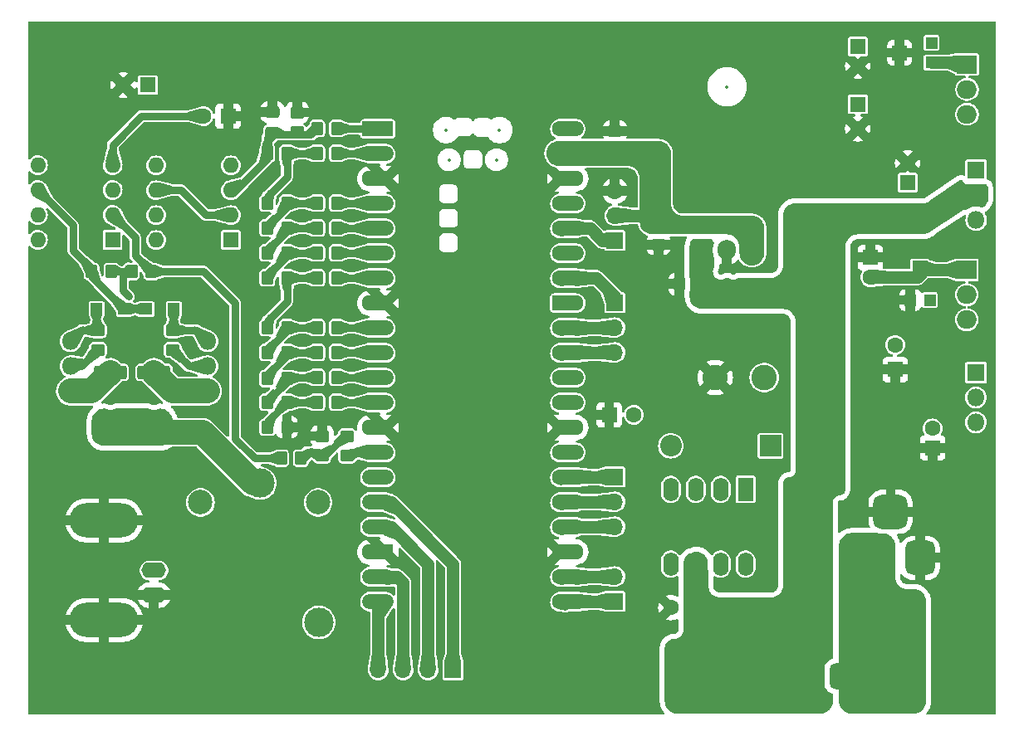
<source format=gtl>
%TF.GenerationSoftware,KiCad,Pcbnew,8.0.1*%
%TF.CreationDate,2024-05-10T21:26:46+02:00*%
%TF.ProjectId,SiganlGen,53696761-6e6c-4476-956e-2e6b69636164,rev?*%
%TF.SameCoordinates,Original*%
%TF.FileFunction,Copper,L1,Top*%
%TF.FilePolarity,Positive*%
%FSLAX46Y46*%
G04 Gerber Fmt 4.6, Leading zero omitted, Abs format (unit mm)*
G04 Created by KiCad (PCBNEW 8.0.1) date 2024-05-10 21:26:46*
%MOMM*%
%LPD*%
G01*
G04 APERTURE LIST*
G04 Aperture macros list*
%AMRoundRect*
0 Rectangle with rounded corners*
0 $1 Rounding radius*
0 $2 $3 $4 $5 $6 $7 $8 $9 X,Y pos of 4 corners*
0 Add a 4 corners polygon primitive as box body*
4,1,4,$2,$3,$4,$5,$6,$7,$8,$9,$2,$3,0*
0 Add four circle primitives for the rounded corners*
1,1,$1+$1,$2,$3*
1,1,$1+$1,$4,$5*
1,1,$1+$1,$6,$7*
1,1,$1+$1,$8,$9*
0 Add four rect primitives between the rounded corners*
20,1,$1+$1,$2,$3,$4,$5,0*
20,1,$1+$1,$4,$5,$6,$7,0*
20,1,$1+$1,$6,$7,$8,$9,0*
20,1,$1+$1,$8,$9,$2,$3,0*%
%AMFreePoly0*
4,1,28,0.178017,0.779942,0.347107,0.720775,0.498792,0.625465,0.625465,0.498792,0.720775,0.347107,0.779942,0.178017,0.800000,0.000000,0.779942,-0.178017,0.720775,-0.347107,0.625465,-0.498792,0.498792,-0.625465,0.347107,-0.720775,0.178017,-0.779942,0.000000,-0.800000,-2.200000,-0.800000,-2.205014,-0.794986,-2.244504,-0.794986,-2.324698,-0.756366,-2.380194,-0.686777,-2.400000,-0.600000,
-2.400000,0.600000,-2.380194,0.686777,-2.324698,0.756366,-2.244504,0.794986,-2.205014,0.794986,-2.200000,0.800000,0.000000,0.800000,0.178017,0.779942,0.178017,0.779942,$1*%
%AMFreePoly1*
4,1,28,0.605014,0.794986,0.644504,0.794986,0.724698,0.756366,0.780194,0.686777,0.800000,0.600000,0.800000,-0.600000,0.780194,-0.686777,0.724698,-0.756366,0.644504,-0.794986,0.605014,-0.794986,0.600000,-0.800000,0.000000,-0.800000,-0.178017,-0.779942,-0.347107,-0.720775,-0.498792,-0.625465,-0.625465,-0.498792,-0.720775,-0.347107,-0.779942,-0.178017,-0.800000,0.000000,-0.779942,0.178017,
-0.720775,0.347107,-0.625465,0.498792,-0.498792,0.625465,-0.347107,0.720775,-0.178017,0.779942,0.000000,0.800000,0.600000,0.800000,0.605014,0.794986,0.605014,0.794986,$1*%
%AMFreePoly2*
4,1,29,0.605014,0.794986,0.644504,0.794986,0.724698,0.756366,0.780194,0.686777,0.800000,0.600000,0.800000,-0.600000,0.780194,-0.686777,0.724698,-0.756366,0.644504,-0.794986,0.605014,-0.794986,0.600000,-0.800000,0.000000,-0.800000,-1.600000,-0.800000,-1.778017,-0.779942,-1.947107,-0.720775,-2.098792,-0.625465,-2.225465,-0.498792,-2.320775,-0.347107,-2.379942,-0.178017,-2.400000,0.000000,
-2.379942,0.178017,-2.320775,0.347107,-2.225465,0.498792,-2.098792,0.625465,-1.947107,0.720775,-1.778017,0.779942,-1.600000,0.800000,0.600000,0.800000,0.605014,0.794986,0.605014,0.794986,$1*%
%AMFreePoly3*
4,1,28,0.178017,0.779942,0.347107,0.720775,0.498792,0.625465,0.625465,0.498792,0.720775,0.347107,0.779942,0.178017,0.800000,0.000000,0.779942,-0.178017,0.720775,-0.347107,0.625465,-0.498792,0.498792,-0.625465,0.347107,-0.720775,0.178017,-0.779942,0.000000,-0.800000,-0.600000,-0.800000,-0.605014,-0.794986,-0.644504,-0.794986,-0.724698,-0.756366,-0.780194,-0.686777,-0.800000,-0.600000,
-0.800000,0.600000,-0.780194,0.686777,-0.724698,0.756366,-0.644504,0.794986,-0.605014,0.794986,-0.600000,0.800000,0.000000,0.800000,0.178017,0.779942,0.178017,0.779942,$1*%
%AMFreePoly4*
4,1,29,1.778017,0.779942,1.947107,0.720775,2.098792,0.625465,2.225465,0.498792,2.320775,0.347107,2.379942,0.178017,2.400000,0.000000,2.379942,-0.178017,2.320775,-0.347107,2.225465,-0.498792,2.098792,-0.625465,1.947107,-0.720775,1.778017,-0.779942,1.600000,-0.800000,0.000000,-0.800000,-0.600000,-0.800000,-0.605014,-0.794986,-0.644504,-0.794986,-0.724698,-0.756366,-0.780194,-0.686777,
-0.800000,-0.600000,-0.800000,0.600000,-0.780194,0.686777,-0.724698,0.756366,-0.644504,0.794986,-0.605014,0.794986,-0.600000,0.800000,1.600000,0.800000,1.778017,0.779942,1.778017,0.779942,$1*%
G04 Aperture macros list end*
%TA.AperFunction,SMDPad,CuDef*%
%ADD10RoundRect,0.250000X0.350000X0.450000X-0.350000X0.450000X-0.350000X-0.450000X0.350000X-0.450000X0*%
%TD*%
%TA.AperFunction,SMDPad,CuDef*%
%ADD11RoundRect,0.250000X-0.350000X-0.450000X0.350000X-0.450000X0.350000X0.450000X-0.350000X0.450000X0*%
%TD*%
%TA.AperFunction,SMDPad,CuDef*%
%ADD12RoundRect,0.249999X-1.425001X0.450001X-1.425001X-0.450001X1.425001X-0.450001X1.425001X0.450001X0*%
%TD*%
%TA.AperFunction,ComponentPad*%
%ADD13R,1.600000X1.600000*%
%TD*%
%TA.AperFunction,ComponentPad*%
%ADD14C,1.600000*%
%TD*%
%TA.AperFunction,SMDPad,CuDef*%
%ADD15RoundRect,0.250000X0.475000X-0.337500X0.475000X0.337500X-0.475000X0.337500X-0.475000X-0.337500X0*%
%TD*%
%TA.AperFunction,ComponentPad*%
%ADD16R,1.800000X1.800000*%
%TD*%
%TA.AperFunction,ComponentPad*%
%ADD17O,1.800000X1.800000*%
%TD*%
%TA.AperFunction,ComponentPad*%
%ADD18R,1.700000X1.700000*%
%TD*%
%TA.AperFunction,ComponentPad*%
%ADD19O,1.700000X1.700000*%
%TD*%
%TA.AperFunction,ComponentPad*%
%ADD20O,1.600000X1.600000*%
%TD*%
%TA.AperFunction,ComponentPad*%
%ADD21RoundRect,0.200000X-0.600000X-0.600000X0.600000X-0.600000X0.600000X0.600000X-0.600000X0.600000X0*%
%TD*%
%TA.AperFunction,SMDPad,CuDef*%
%ADD22FreePoly0,0.000000*%
%TD*%
%TA.AperFunction,SMDPad,CuDef*%
%ADD23RoundRect,0.800000X-0.800000X-0.000010X0.800000X-0.000010X0.800000X0.000010X-0.800000X0.000010X0*%
%TD*%
%TA.AperFunction,ComponentPad*%
%ADD24FreePoly1,0.000000*%
%TD*%
%TA.AperFunction,SMDPad,CuDef*%
%ADD25FreePoly2,0.000000*%
%TD*%
%TA.AperFunction,ComponentPad*%
%ADD26FreePoly3,0.000000*%
%TD*%
%TA.AperFunction,SMDPad,CuDef*%
%ADD27FreePoly4,0.000000*%
%TD*%
%TA.AperFunction,ComponentPad*%
%ADD28R,1.905000X2.000000*%
%TD*%
%TA.AperFunction,ComponentPad*%
%ADD29O,1.905000X2.000000*%
%TD*%
%TA.AperFunction,ComponentPad*%
%ADD30C,5.500000*%
%TD*%
%TA.AperFunction,SMDPad,CuDef*%
%ADD31RoundRect,0.250000X-0.475000X0.337500X-0.475000X-0.337500X0.475000X-0.337500X0.475000X0.337500X0*%
%TD*%
%TA.AperFunction,SMDPad,CuDef*%
%ADD32RoundRect,0.250000X-0.450000X0.350000X-0.450000X-0.350000X0.450000X-0.350000X0.450000X0.350000X0*%
%TD*%
%TA.AperFunction,ComponentPad*%
%ADD33R,2.200000X2.200000*%
%TD*%
%TA.AperFunction,ComponentPad*%
%ADD34O,2.200000X2.200000*%
%TD*%
%TA.AperFunction,SMDPad,CuDef*%
%ADD35R,1.200000X1.200000*%
%TD*%
%TA.AperFunction,ComponentPad*%
%ADD36RoundRect,0.675000X0.675000X0.675000X-0.675000X0.675000X-0.675000X-0.675000X0.675000X-0.675000X0*%
%TD*%
%TA.AperFunction,ComponentPad*%
%ADD37C,2.700000*%
%TD*%
%TA.AperFunction,ComponentPad*%
%ADD38O,2.500000X1.600000*%
%TD*%
%TA.AperFunction,ComponentPad*%
%ADD39O,7.000000X3.500000*%
%TD*%
%TA.AperFunction,ComponentPad*%
%ADD40R,2.000000X1.905000*%
%TD*%
%TA.AperFunction,ComponentPad*%
%ADD41O,2.000000X1.905000*%
%TD*%
%TA.AperFunction,SMDPad,CuDef*%
%ADD42RoundRect,0.250000X0.450000X-0.350000X0.450000X0.350000X-0.450000X0.350000X-0.450000X-0.350000X0*%
%TD*%
%TA.AperFunction,SMDPad,CuDef*%
%ADD43R,1.500000X1.600000*%
%TD*%
%TA.AperFunction,ComponentPad*%
%ADD44R,3.500000X3.500000*%
%TD*%
%TA.AperFunction,ComponentPad*%
%ADD45RoundRect,0.750000X0.750000X1.000000X-0.750000X1.000000X-0.750000X-1.000000X0.750000X-1.000000X0*%
%TD*%
%TA.AperFunction,ComponentPad*%
%ADD46RoundRect,0.875000X0.875000X0.875000X-0.875000X0.875000X-0.875000X-0.875000X0.875000X-0.875000X0*%
%TD*%
%TA.AperFunction,ComponentPad*%
%ADD47R,1.600000X2.400000*%
%TD*%
%TA.AperFunction,ComponentPad*%
%ADD48O,1.600000X2.400000*%
%TD*%
%TA.AperFunction,SMDPad,CuDef*%
%ADD49RoundRect,0.250000X0.337500X0.475000X-0.337500X0.475000X-0.337500X-0.475000X0.337500X-0.475000X0*%
%TD*%
%TA.AperFunction,SMDPad,CuDef*%
%ADD50RoundRect,0.249999X1.425001X-0.450001X1.425001X0.450001X-1.425001X0.450001X-1.425001X-0.450001X0*%
%TD*%
%TA.AperFunction,ComponentPad*%
%ADD51C,2.600000*%
%TD*%
%TA.AperFunction,ComponentPad*%
%ADD52C,3.000000*%
%TD*%
%TA.AperFunction,ComponentPad*%
%ADD53C,2.500000*%
%TD*%
%TA.AperFunction,SMDPad,CuDef*%
%ADD54R,1.600000X1.500000*%
%TD*%
%TA.AperFunction,ViaPad*%
%ADD55C,0.600000*%
%TD*%
%TA.AperFunction,Conductor*%
%ADD56C,1.250000*%
%TD*%
%TA.AperFunction,Conductor*%
%ADD57C,0.800000*%
%TD*%
%TA.AperFunction,Conductor*%
%ADD58C,0.750000*%
%TD*%
%TA.AperFunction,Conductor*%
%ADD59C,2.540000*%
%TD*%
%ADD60C,0.300000*%
%ADD61C,0.350000*%
%ADD62O,1.000000X3.000000*%
%ADD63O,3.000000X1.000000*%
G04 APERTURE END LIST*
D10*
%TO.P,R28,1*%
%TO.N,Net-(R19-Pad1)*%
X138652000Y-71120000D03*
%TO.P,R28,2*%
%TO.N,Net-(R18-Pad1)*%
X136652000Y-71120000D03*
%TD*%
D11*
%TO.P,R41,1*%
%TO.N,Net-(D8-K)*%
X118745000Y-57785000D03*
%TO.P,R41,2*%
%TO.N,/Output Stage/AMP_OUT*%
X120745000Y-57785000D03*
%TD*%
D12*
%TO.P,R43,1*%
%TO.N,Net-(Q5-E)*%
X125095000Y-68070000D03*
%TO.P,R43,2*%
%TO.N,/Output Stage/AMP_OUT*%
X125095000Y-74170000D03*
%TD*%
D13*
%TO.P,C6,1*%
%TO.N,GND*%
X171504887Y-72390000D03*
D14*
%TO.P,C6,2*%
%TO.N,-12V*%
X174004887Y-72390000D03*
%TD*%
D15*
%TO.P,C15,1*%
%TO.N,/Output Stage/DAC_OUT*%
X137160000Y-43582500D03*
%TO.P,C15,2*%
%TO.N,GND*%
X137160000Y-41507500D03*
%TD*%
D10*
%TO.P,R20,1*%
%TO.N,Net-(R11-Pad1)*%
X138652000Y-45720000D03*
%TO.P,R20,2*%
%TO.N,/Output Stage/DAC_OUT*%
X136652000Y-45720000D03*
%TD*%
D16*
%TO.P,Q4,1,E*%
%TO.N,Net-(Q4-E)*%
X116580000Y-69975000D03*
D17*
%TO.P,Q4,2,C*%
%TO.N,+10V*%
X116580000Y-67435000D03*
%TO.P,Q4,3,B*%
%TO.N,Net-(D8-A)*%
X116580000Y-64895000D03*
%TD*%
D18*
%TO.P,J3,1,Pin_1*%
%TO.N,/MUX0*%
X155575000Y-98425000D03*
D19*
%TO.P,J3,2,Pin_2*%
%TO.N,/MUX1*%
X153035000Y-98425000D03*
%TO.P,J3,3,Pin_3*%
%TO.N,/MUX2*%
X150495000Y-98425000D03*
%TO.P,J3,4,Pin_4*%
%TO.N,/MUX3*%
X147955000Y-98425000D03*
%TD*%
D13*
%TO.P,U6,1,BAL1*%
%TO.N,unconnected-(U6-BAL1-Pad1)*%
X132937500Y-54549800D03*
D20*
%TO.P,U6,2,-*%
%TO.N,Net-(U6--)*%
X132937500Y-52009800D03*
%TO.P,U6,3,+*%
%TO.N,/Output Stage/DAC_OUT*%
X132937500Y-49469800D03*
%TO.P,U6,4,V-*%
%TO.N,-10V*%
X132937500Y-46929800D03*
%TO.P,U6,5,BAL3*%
%TO.N,unconnected-(U6-BAL3-Pad5)*%
X125317500Y-46929800D03*
%TO.P,U6,6*%
%TO.N,Net-(U6--)*%
X125317500Y-49469800D03*
%TO.P,U6,7,V+*%
%TO.N,+10V*%
X125317500Y-52009800D03*
%TO.P,U6,8,BAL2*%
%TO.N,unconnected-(U6-BAL2-Pad8)*%
X125317500Y-54549800D03*
%TD*%
D10*
%TO.P,R21,1*%
%TO.N,Net-(R12-Pad1)*%
X138652000Y-50800000D03*
%TO.P,R21,2*%
%TO.N,Net-(R11-Pad1)*%
X136652000Y-50800000D03*
%TD*%
D11*
%TO.P,R12,1*%
%TO.N,Net-(R12-Pad1)*%
X141748000Y-50800000D03*
%TO.P,R12,2*%
%TO.N,/DAC2*%
X143748000Y-50800000D03*
%TD*%
D18*
%TO.P,J5,1,Pin_1*%
%TO.N,/ENC.CLK*%
X172085000Y-78740000D03*
D19*
%TO.P,J5,2,Pin_2*%
%TO.N,/ENC.DT*%
X172085000Y-81280000D03*
%TO.P,J5,3,Pin_3*%
%TO.N,/ENC.SW*%
X172085000Y-83820000D03*
%TD*%
D18*
%TO.P,J6,1,Pin_1*%
%TO.N,/UI.OUT0*%
X172085000Y-60960000D03*
D19*
%TO.P,J6,2,Pin_2*%
%TO.N,/UI.OUT1*%
X172085000Y-63500000D03*
%TO.P,J6,3,Pin_3*%
%TO.N,/UI.IN0*%
X172085000Y-66040000D03*
%TD*%
D21*
%TO.P,U1,1,GPIO0*%
%TO.N,/DAC0*%
X148710000Y-43207500D03*
D22*
X148710000Y-43207500D03*
D14*
%TO.P,U1,2,GPIO1*%
%TO.N,/DAC1*%
X148710000Y-45747500D03*
D23*
X147910000Y-45747500D03*
D24*
%TO.P,U1,3,GND*%
%TO.N,GND*%
X148710000Y-48287500D03*
D25*
X148710000Y-48287500D03*
D14*
%TO.P,U1,4,GPIO2*%
%TO.N,/DAC2*%
X148710000Y-50827500D03*
D23*
X147910000Y-50827500D03*
D14*
%TO.P,U1,5,GPIO3*%
%TO.N,/DAC3*%
X148710000Y-53367500D03*
D23*
X147910000Y-53367500D03*
D14*
%TO.P,U1,6,GPIO4*%
%TO.N,/DAC4*%
X148710000Y-55907500D03*
D23*
X147910000Y-55907500D03*
D14*
%TO.P,U1,7,GPIO5*%
%TO.N,/DAC5*%
X148710000Y-58447500D03*
D23*
X147910000Y-58447500D03*
D24*
%TO.P,U1,8,GND*%
%TO.N,GND*%
X148710000Y-60987500D03*
D25*
X148710000Y-60987500D03*
D14*
%TO.P,U1,9,GPIO6*%
%TO.N,/DAC6*%
X148710000Y-63527500D03*
D23*
X147910000Y-63527500D03*
D14*
%TO.P,U1,10,GPIO7*%
%TO.N,/DAC7*%
X148710000Y-66067500D03*
D23*
X147910000Y-66067500D03*
D14*
%TO.P,U1,11,GPIO8*%
%TO.N,/DAC8*%
X148710000Y-68607500D03*
D23*
X147910000Y-68607500D03*
D14*
%TO.P,U1,12,GPIO9*%
%TO.N,/DAC9*%
X148710000Y-71147500D03*
D23*
X147910000Y-71147500D03*
D24*
%TO.P,U1,13,GND*%
%TO.N,GND*%
X148710000Y-73687500D03*
D25*
X148710000Y-73687500D03*
D14*
%TO.P,U1,14,GPIO10*%
%TO.N,/Output Stage/3.3Sig*%
X148710000Y-76227500D03*
D23*
X147910000Y-76227500D03*
D14*
%TO.P,U1,15,GPIO11*%
%TO.N,/Output Stage/OUT_EN*%
X148710000Y-78767500D03*
D23*
X147910000Y-78767500D03*
D14*
%TO.P,U1,16,GPIO12*%
%TO.N,/MUX0*%
X148710000Y-81307500D03*
D23*
X147910000Y-81307500D03*
D14*
%TO.P,U1,17,GPIO13*%
%TO.N,/MUX1*%
X148710000Y-83847500D03*
D23*
X147910000Y-83847500D03*
D24*
%TO.P,U1,18,GND*%
%TO.N,GND*%
X148710000Y-86387500D03*
D25*
X148710000Y-86387500D03*
D14*
%TO.P,U1,19,GPIO14*%
%TO.N,/MUX2*%
X148710000Y-88927500D03*
D23*
X147910000Y-88927500D03*
D14*
%TO.P,U1,20,GPIO15*%
%TO.N,/MUX3*%
X148710000Y-91467500D03*
D23*
X147910000Y-91467500D03*
D14*
%TO.P,U1,21,GPIO16*%
%TO.N,/LCD.SDA*%
X166490000Y-91467500D03*
D23*
X167290000Y-91467500D03*
D14*
%TO.P,U1,22,GPIO17*%
%TO.N,/LCD.SCL*%
X166490000Y-88927500D03*
D23*
X167290000Y-88927500D03*
D26*
%TO.P,U1,23,GND*%
%TO.N,GND*%
X166490000Y-86387500D03*
D27*
X166490000Y-86387500D03*
D14*
%TO.P,U1,24,GPIO18*%
%TO.N,/ENC.SW*%
X166490000Y-83847500D03*
D23*
X167290000Y-83847500D03*
D14*
%TO.P,U1,25,GPIO19*%
%TO.N,/ENC.DT*%
X166490000Y-81307500D03*
D23*
X167290000Y-81307500D03*
D14*
%TO.P,U1,26,GPIO20*%
%TO.N,/ENC.CLK*%
X166490000Y-78767500D03*
D23*
X167290000Y-78767500D03*
D14*
%TO.P,U1,27,GPIO21*%
%TO.N,unconnected-(U1-GPIO21-Pad27)_0*%
X166490000Y-76227500D03*
D23*
%TO.N,unconnected-(U1-GPIO21-Pad27)*%
X167290000Y-76227500D03*
D26*
%TO.P,U1,28,GND*%
%TO.N,GND*%
X166490000Y-73687500D03*
D27*
X166490000Y-73687500D03*
D14*
%TO.P,U1,29,GPIO22*%
%TO.N,unconnected-(U1-GPIO22-Pad29)_0*%
X166490000Y-71147500D03*
D23*
%TO.N,unconnected-(U1-GPIO22-Pad29)*%
X167290000Y-71147500D03*
D14*
%TO.P,U1,30,RUN*%
%TO.N,unconnected-(U1-RUN-Pad30)*%
X166490000Y-68607500D03*
D23*
%TO.N,unconnected-(U1-RUN-Pad30)_0*%
X167290000Y-68607500D03*
D14*
%TO.P,U1,31,GPIO26_ADC0*%
%TO.N,/UI.IN0*%
X166490000Y-66067500D03*
D23*
X167290000Y-66067500D03*
D14*
%TO.P,U1,32,GPIO27_ADC1*%
%TO.N,/UI.OUT1*%
X166490000Y-63527500D03*
D23*
X167290000Y-63527500D03*
D26*
%TO.P,U1,33,AGND*%
%TO.N,unconnected-(U1-AGND-Pad33)_0*%
X166490000Y-60987500D03*
D27*
%TO.N,unconnected-(U1-AGND-Pad33)*%
X166490000Y-60987500D03*
D14*
%TO.P,U1,34,GPIO28_ADC2*%
%TO.N,/UI.OUT0*%
X166490000Y-58447500D03*
D23*
X167290000Y-58447500D03*
D14*
%TO.P,U1,35,ADC_VREF*%
%TO.N,unconnected-(U1-ADC_VREF-Pad35)*%
X166490000Y-55907500D03*
D23*
%TO.N,unconnected-(U1-ADC_VREF-Pad35)_0*%
X167290000Y-55907500D03*
D14*
%TO.P,U1,36,3V3*%
%TO.N,+3V3*%
X166490000Y-53367500D03*
D23*
X167290000Y-53367500D03*
D14*
%TO.P,U1,37,3V3_EN*%
%TO.N,unconnected-(U1-3V3_EN-Pad37)*%
X166490000Y-50827500D03*
D23*
%TO.N,unconnected-(U1-3V3_EN-Pad37)_0*%
X167290000Y-50827500D03*
D26*
%TO.P,U1,38,GND*%
%TO.N,GND*%
X166490000Y-48287500D03*
D27*
X166490000Y-48287500D03*
D14*
%TO.P,U1,39,VSYS*%
%TO.N,+5V*%
X166490000Y-45747500D03*
D23*
X167290000Y-45747500D03*
D14*
%TO.P,U1,40,VBUS*%
%TO.N,unconnected-(U1-VBUS-Pad40)*%
X166490000Y-43207500D03*
D23*
%TO.N,unconnected-(U1-VBUS-Pad40)_0*%
X167290000Y-43207500D03*
%TD*%
D10*
%TO.P,R23,1*%
%TO.N,Net-(R14-Pad1)*%
X138652000Y-55880000D03*
%TO.P,R23,2*%
%TO.N,Net-(R13-Pad1)*%
X136652000Y-55880000D03*
%TD*%
D28*
%TO.P,U3,1,VI*%
%TO.N,+12V*%
X180975000Y-55585000D03*
D29*
%TO.P,U3,2,GND*%
%TO.N,GND*%
X183515000Y-55585000D03*
%TO.P,U3,3,VO*%
%TO.N,+5V*%
X186055000Y-55585000D03*
%TD*%
D16*
%TO.P,Q1,1,E*%
%TO.N,Net-(D4-K)*%
X208915000Y-47447556D03*
D17*
%TO.P,Q1,2,C*%
%TO.N,+12V*%
X208915000Y-49987556D03*
%TO.P,Q1,3,B*%
%TO.N,Net-(Q1-B)*%
X208915000Y-52527556D03*
%TD*%
D30*
%TO.P,REF\u002A\u002A,1*%
%TO.N,GND*%
X115570000Y-35560000D03*
%TD*%
D31*
%TO.P,C5,1*%
%TO.N,+5V*%
X176530000Y-52937500D03*
%TO.P,C5,2*%
%TO.N,GND*%
X176530000Y-55012500D03*
%TD*%
D30*
%TO.P,REF\u002A\u002A,1*%
%TO.N,GND*%
X115570000Y-99695000D03*
%TD*%
D32*
%TO.P,R31,1*%
%TO.N,GND*%
X142240000Y-74565000D03*
%TO.P,R31,2*%
%TO.N,Net-(R30-Pad1)*%
X142240000Y-76565000D03*
%TD*%
D18*
%TO.P,J7,1,Pin_1*%
%TO.N,+3V3*%
X172085000Y-54610000D03*
D19*
%TO.P,J7,2,Pin_2*%
%TO.N,+5V*%
X172085000Y-52070000D03*
%TO.P,J7,3,Pin_3*%
%TO.N,GND*%
X172085000Y-49530000D03*
%TD*%
D33*
%TO.P,D2,1,K*%
%TO.N,Net-(D2-K)*%
X187950000Y-75555000D03*
D34*
%TO.P,D2,2,A*%
%TO.N,-12V*%
X177790000Y-75555000D03*
%TD*%
D13*
%TO.P,C22,1*%
%TO.N,+10V*%
X124460000Y-38735000D03*
D14*
%TO.P,C22,2*%
%TO.N,GND*%
X121960000Y-38735000D03*
%TD*%
D35*
%TO.P,D9,1,K*%
%TO.N,Net-(D9-K)*%
X127130000Y-61595000D03*
%TO.P,D9,2,A*%
%TO.N,Net-(D8-K)*%
X124330000Y-61595000D03*
%TD*%
D13*
%TO.P,C7,1*%
%TO.N,Net-(Q1-B)*%
X201930000Y-48717556D03*
D14*
%TO.P,C7,2*%
%TO.N,GND*%
X201930000Y-46717556D03*
%TD*%
D11*
%TO.P,R16,1*%
%TO.N,Net-(R16-Pad1)*%
X141748000Y-63500000D03*
%TO.P,R16,2*%
%TO.N,/DAC6*%
X143748000Y-63500000D03*
%TD*%
D35*
%TO.P,D8,1,K*%
%TO.N,Net-(D8-K)*%
X122050000Y-61595000D03*
%TO.P,D8,2,A*%
%TO.N,Net-(D8-A)*%
X119250000Y-61595000D03*
%TD*%
D32*
%TO.P,R39,1*%
%TO.N,Net-(D8-A)*%
X119380000Y-63770000D03*
%TO.P,R39,2*%
%TO.N,+10V*%
X119380000Y-65770000D03*
%TD*%
D36*
%TO.P,F1,1*%
%TO.N,Net-(F1-Pad1)*%
X202055000Y-99060000D03*
X195295000Y-99060000D03*
D37*
%TO.P,F1,2*%
%TO.N,+12V*%
X185705000Y-99060000D03*
X178945000Y-99060000D03*
%TD*%
D32*
%TO.P,R30,1*%
%TO.N,Net-(R30-Pad1)*%
X144780000Y-74565000D03*
%TO.P,R30,2*%
%TO.N,/Output Stage/3.3Sig*%
X144780000Y-76565000D03*
%TD*%
D11*
%TO.P,R13,1*%
%TO.N,Net-(R13-Pad1)*%
X141748000Y-53340000D03*
%TO.P,R13,2*%
%TO.N,/DAC3*%
X143748000Y-53340000D03*
%TD*%
%TO.P,R14,1*%
%TO.N,Net-(R14-Pad1)*%
X141748000Y-55880000D03*
%TO.P,R14,2*%
%TO.N,/DAC4*%
X143748000Y-55880000D03*
%TD*%
D32*
%TO.P,R32,1*%
%TO.N,GND*%
X139700000Y-41545000D03*
%TO.P,R32,2*%
%TO.N,/Output Stage/DAC_OUT*%
X139700000Y-43545000D03*
%TD*%
D38*
%TO.P,J2,1,In*%
%TO.N,Net-(J2-In)*%
X125095000Y-88265000D03*
D39*
%TO.P,J2,2,Ext*%
%TO.N,GND*%
X120015000Y-93345000D03*
D38*
X125095000Y-90805000D03*
D39*
X120015000Y-83185000D03*
%TD*%
D40*
%TO.P,U5,1,ADJ*%
%TO.N,Net-(D6-K)*%
X207962500Y-57607556D03*
D41*
%TO.P,U5,2,VI*%
%TO.N,Net-(D3-A)*%
X207962500Y-60147556D03*
%TO.P,U5,3,VO*%
%TO.N,-10V*%
X207962500Y-62687556D03*
%TD*%
D40*
%TO.P,U4,1,ADJ*%
%TO.N,Net-(D5-A)*%
X207985000Y-36652556D03*
D41*
%TO.P,U4,2,VO*%
%TO.N,+10V*%
X207985000Y-39192556D03*
%TO.P,U4,3,VI*%
%TO.N,Net-(D4-K)*%
X207985000Y-41732556D03*
%TD*%
D42*
%TO.P,R40,1*%
%TO.N,-10V*%
X127000000Y-65770000D03*
%TO.P,R40,2*%
%TO.N,Net-(D9-K)*%
X127000000Y-63770000D03*
%TD*%
D35*
%TO.P,R6,1*%
%TO.N,Net-(D5-A)*%
X204365000Y-36446056D03*
D43*
%TO.P,R6,2*%
%TO.N,GND*%
X201115000Y-35446056D03*
D35*
%TO.P,R6,3*%
%TO.N,N/C*%
X204365000Y-34446056D03*
%TD*%
D44*
%TO.P,J1,1*%
%TO.N,Net-(F1-Pad1)*%
X197200000Y-86995000D03*
D45*
%TO.P,J1,2*%
%TO.N,GND*%
X203200000Y-86995000D03*
D46*
%TO.P,J1,3,MountPin*%
X200200000Y-82295000D03*
%TD*%
D13*
%TO.P,C8,1*%
%TO.N,GND*%
X204470000Y-75772556D03*
D14*
%TO.P,C8,2*%
%TO.N,Net-(Q2-B)*%
X204470000Y-73772556D03*
%TD*%
D15*
%TO.P,C1,1*%
%TO.N,+5V*%
X172085000Y-45487500D03*
%TO.P,C1,2*%
%TO.N,GND*%
X172085000Y-43412500D03*
%TD*%
D13*
%TO.P,C23,1*%
%TO.N,GND*%
X132650113Y-41910000D03*
D14*
%TO.P,C23,2*%
%TO.N,-10V*%
X130150113Y-41910000D03*
%TD*%
D11*
%TO.P,R18,1*%
%TO.N,Net-(R18-Pad1)*%
X141748000Y-68580000D03*
%TO.P,R18,2*%
%TO.N,/DAC8*%
X143748000Y-68580000D03*
%TD*%
D47*
%TO.P,U2,1,SwC*%
%TO.N,Net-(U2-DC)*%
X185410000Y-80010000D03*
D48*
%TO.P,U2,2,SwE*%
%TO.N,Net-(D2-K)*%
X182870000Y-80010000D03*
%TO.P,U2,3,TC*%
%TO.N,Net-(U2-TC)*%
X180330000Y-80010000D03*
%TO.P,U2,4,GND*%
%TO.N,-12V*%
X177790000Y-80010000D03*
%TO.P,U2,5,Vfb*%
%TO.N,Net-(U2-Vfb)*%
X177790000Y-87630000D03*
%TO.P,U2,6,Vin*%
%TO.N,+12V*%
X180330000Y-87630000D03*
%TO.P,U2,7,Ipk*%
%TO.N,Net-(U2-DC)*%
X182870000Y-87630000D03*
%TO.P,U2,8,DC*%
X185410000Y-87630000D03*
%TD*%
D13*
%TO.P,C13,1*%
%TO.N,+10V*%
X196850000Y-40704888D03*
D14*
%TO.P,C13,2*%
%TO.N,GND*%
X196850000Y-43204888D03*
%TD*%
D10*
%TO.P,R22,1*%
%TO.N,Net-(R13-Pad1)*%
X138652000Y-53340000D03*
%TO.P,R22,2*%
%TO.N,Net-(R12-Pad1)*%
X136652000Y-53340000D03*
%TD*%
D16*
%TO.P,Q5,1,E*%
%TO.N,Net-(Q5-E)*%
X130550000Y-69975000D03*
D17*
%TO.P,Q5,2,C*%
%TO.N,-10V*%
X130550000Y-67435000D03*
%TO.P,Q5,3,B*%
%TO.N,Net-(D9-K)*%
X130550000Y-64895000D03*
%TD*%
D13*
%TO.P,C2,1*%
%TO.N,+12V*%
X180290000Y-92065000D03*
D14*
%TO.P,C2,2*%
%TO.N,GND*%
X177790000Y-92065000D03*
%TD*%
D10*
%TO.P,R29,1*%
%TO.N,GND*%
X138652000Y-73660000D03*
%TO.P,R29,2*%
%TO.N,Net-(R19-Pad1)*%
X136652000Y-73660000D03*
%TD*%
%TO.P,R24,1*%
%TO.N,Net-(R15-Pad1)*%
X138652000Y-58420000D03*
%TO.P,R24,2*%
%TO.N,Net-(R14-Pad1)*%
X136652000Y-58420000D03*
%TD*%
D49*
%TO.P,C4,1*%
%TO.N,+12V*%
X180742500Y-59055000D03*
%TO.P,C4,2*%
%TO.N,GND*%
X178667500Y-59055000D03*
%TD*%
D11*
%TO.P,R11,1*%
%TO.N,Net-(R11-Pad1)*%
X141748000Y-45720000D03*
%TO.P,R11,2*%
%TO.N,/DAC1*%
X143748000Y-45720000D03*
%TD*%
D13*
%TO.P,U7,1,BAL1*%
%TO.N,unconnected-(U7-BAL1-Pad1)*%
X120882500Y-54539800D03*
D20*
%TO.P,U7,2,-*%
%TO.N,Net-(U7--)*%
X120882500Y-51999800D03*
%TO.P,U7,3,+*%
%TO.N,Net-(U7-+)*%
X120882500Y-49459800D03*
%TO.P,U7,4,V-*%
%TO.N,-10V*%
X120882500Y-46919800D03*
%TO.P,U7,5,BAL3*%
%TO.N,unconnected-(U7-BAL3-Pad5)*%
X113262500Y-46919800D03*
%TO.P,U7,6*%
%TO.N,Net-(D8-K)*%
X113262500Y-49459800D03*
%TO.P,U7,7,V+*%
%TO.N,+10V*%
X113262500Y-51999800D03*
%TO.P,U7,8,BAL2*%
%TO.N,unconnected-(U7-BAL2-Pad8)*%
X113262500Y-54539800D03*
%TD*%
D18*
%TO.P,J4,1,Pin_1*%
%TO.N,/LCD.SDA*%
X172085000Y-91440000D03*
D19*
%TO.P,J4,2,Pin_2*%
%TO.N,/LCD.SCL*%
X172085000Y-88900000D03*
%TD*%
D50*
%TO.P,R42,1*%
%TO.N,/Output Stage/AMP_OUT*%
X120650000Y-74170000D03*
%TO.P,R42,2*%
%TO.N,Net-(Q4-E)*%
X120650000Y-68070000D03*
%TD*%
D11*
%TO.P,R15,1*%
%TO.N,Net-(R15-Pad1)*%
X141748000Y-58420000D03*
%TO.P,R15,2*%
%TO.N,/DAC5*%
X143748000Y-58420000D03*
%TD*%
%TO.P,R19,1*%
%TO.N,Net-(R19-Pad1)*%
X141748000Y-71120000D03*
%TO.P,R19,2*%
%TO.N,/DAC9*%
X143748000Y-71120000D03*
%TD*%
D30*
%TO.P,REF\u002A\u002A,1*%
%TO.N,GND*%
X207645000Y-99695000D03*
%TD*%
D13*
%TO.P,C12,1*%
%TO.N,GND*%
X198120000Y-56337556D03*
D14*
%TO.P,C12,2*%
%TO.N,Net-(D6-K)*%
X198120000Y-58337556D03*
%TD*%
D51*
%TO.P,L1,1,1*%
%TO.N,Net-(D2-K)*%
X187315000Y-68580000D03*
%TO.P,L1,2,2*%
%TO.N,GND*%
X182315000Y-68580000D03*
%TD*%
D52*
%TO.P,K1,13*%
%TO.N,/Output Stage/AMP_OUT*%
X135890000Y-79375000D03*
%TO.P,K1,14*%
%TO.N,Net-(K1-Pad14)*%
X141890000Y-93575000D03*
D53*
%TO.P,K1,A1*%
%TO.N,+5V*%
X129840000Y-81325000D03*
%TO.P,K1,A2*%
%TO.N,Net-(D7-A)*%
X141840000Y-81325000D03*
%TD*%
D10*
%TO.P,R38,1*%
%TO.N,Net-(U7--)*%
X124825000Y-57785000D03*
%TO.P,R38,2*%
%TO.N,/Output Stage/AMP_OUT*%
X122825000Y-57785000D03*
%TD*%
D13*
%TO.P,C11,1*%
%TO.N,Net-(D5-A)*%
X196850000Y-34811056D03*
D14*
%TO.P,C11,2*%
%TO.N,GND*%
X196850000Y-36811056D03*
%TD*%
D10*
%TO.P,R26,1*%
%TO.N,Net-(R17-Pad1)*%
X138652000Y-66040000D03*
%TO.P,R26,2*%
%TO.N,Net-(R16-Pad1)*%
X136652000Y-66040000D03*
%TD*%
D11*
%TO.P,R10,1*%
%TO.N,/Output Stage/DAC_OUT*%
X141748000Y-43180000D03*
%TO.P,R10,2*%
%TO.N,/DAC0*%
X143748000Y-43180000D03*
%TD*%
D10*
%TO.P,R27,1*%
%TO.N,Net-(R18-Pad1)*%
X138652000Y-68707000D03*
%TO.P,R27,2*%
%TO.N,Net-(R17-Pad1)*%
X136652000Y-68707000D03*
%TD*%
D11*
%TO.P,R17,1*%
%TO.N,Net-(R17-Pad1)*%
X141748000Y-66040000D03*
%TO.P,R17,2*%
%TO.N,/DAC7*%
X143748000Y-66040000D03*
%TD*%
D13*
%TO.P,C14,1*%
%TO.N,GND*%
X200660000Y-67767556D03*
D14*
%TO.P,C14,2*%
%TO.N,-10V*%
X200660000Y-65267556D03*
%TD*%
D16*
%TO.P,Q2,1,E*%
%TO.N,Net-(D3-A)*%
X208907500Y-68085056D03*
D17*
%TO.P,Q2,2,C*%
%TO.N,-12V*%
X208907500Y-70625056D03*
%TO.P,Q2,3,B*%
%TO.N,Net-(Q2-B)*%
X208907500Y-73165056D03*
%TD*%
D10*
%TO.P,R25,1*%
%TO.N,Net-(R16-Pad1)*%
X138652000Y-63500000D03*
%TO.P,R25,2*%
%TO.N,Net-(R15-Pad1)*%
X136652000Y-63500000D03*
%TD*%
D35*
%TO.P,R7,1*%
%TO.N,GND*%
X202192500Y-60677556D03*
D54*
%TO.P,R7,2*%
%TO.N,Net-(D6-K)*%
X203192500Y-57427556D03*
D35*
%TO.P,R7,3*%
%TO.N,N/C*%
X204192500Y-60677556D03*
%TD*%
D11*
%TO.P,R34,1*%
%TO.N,Net-(U7--)*%
X138065000Y-76835000D03*
%TO.P,R34,2*%
%TO.N,Net-(R30-Pad1)*%
X140065000Y-76835000D03*
%TD*%
D55*
%TO.N,GND*%
X186690000Y-39370000D03*
X178435000Y-56515000D03*
X163195000Y-86995000D03*
X161925000Y-75565000D03*
X161925000Y-66675000D03*
X137795000Y-98425000D03*
X145415000Y-40005000D03*
X174625000Y-76835000D03*
X144145000Y-73025000D03*
X161925000Y-36195000D03*
X135255000Y-63500000D03*
X158750000Y-60325000D03*
X206375000Y-85725000D03*
X161925000Y-55245000D03*
X124460000Y-65405000D03*
X142875000Y-98425000D03*
X204470000Y-55245000D03*
X174625000Y-89535000D03*
X172085000Y-75565000D03*
X156845000Y-81915000D03*
X117475000Y-59690000D03*
X181610000Y-48260000D03*
X174625000Y-90805000D03*
X113030000Y-77470000D03*
X150495000Y-45085000D03*
X186690000Y-46990000D03*
X191770000Y-35560000D03*
X145415000Y-69850000D03*
X141605000Y-98425000D03*
X123825000Y-69850000D03*
X180340000Y-48260000D03*
X119380000Y-53975000D03*
X185420000Y-41910000D03*
X145415000Y-64770000D03*
X150495000Y-57785000D03*
X113030000Y-78740000D03*
X182880000Y-49530000D03*
X118110000Y-42545000D03*
X135255000Y-69850000D03*
X150495000Y-43815000D03*
X198120000Y-75565000D03*
X203835000Y-44450000D03*
X135255000Y-54610000D03*
X193040000Y-35560000D03*
X130175000Y-98425000D03*
X187960000Y-80010000D03*
X144145000Y-60325000D03*
X150495000Y-76835000D03*
X129540000Y-45085000D03*
X133350000Y-36195000D03*
X140335000Y-74295000D03*
X120650000Y-77470000D03*
X174625000Y-64770000D03*
X113030000Y-60960000D03*
X126365000Y-98425000D03*
X150495000Y-52705000D03*
X145415000Y-48895000D03*
X150495000Y-79375000D03*
X161925000Y-65405000D03*
X169545000Y-36195000D03*
X174625000Y-93345000D03*
X142875000Y-48895000D03*
X187960000Y-39370000D03*
X113030000Y-91440000D03*
X135255000Y-57150000D03*
X135255000Y-43789600D03*
X137160000Y-36195000D03*
X145415000Y-73025000D03*
X135255000Y-73660000D03*
X174625000Y-62230000D03*
X115570000Y-77470000D03*
X181610000Y-41910000D03*
X186690000Y-44450000D03*
X150495000Y-69215000D03*
X113030000Y-67310000D03*
X185420000Y-45720000D03*
X113030000Y-88900000D03*
X125095000Y-71120000D03*
X152400000Y-36195000D03*
X145415000Y-85725000D03*
X145415000Y-67310000D03*
X140335000Y-73025000D03*
X135255000Y-68580000D03*
X124460000Y-59690000D03*
X203835000Y-81915000D03*
X139065000Y-75565000D03*
X205105000Y-83185000D03*
X142875000Y-47625000D03*
X113030000Y-80010000D03*
X187960000Y-87630000D03*
X186690000Y-41910000D03*
X184150000Y-50800000D03*
X113030000Y-59690000D03*
X141605000Y-60325000D03*
X178435000Y-55245000D03*
X183515000Y-66040000D03*
X158115000Y-36195000D03*
X129540000Y-53975000D03*
X153670000Y-55245000D03*
X152400000Y-55245000D03*
X163195000Y-76835000D03*
X135255000Y-52070000D03*
X125095000Y-43180000D03*
X128270000Y-59690000D03*
X187960000Y-53975000D03*
X135255000Y-42519600D03*
X150495000Y-65405000D03*
X180340000Y-49530000D03*
X198120000Y-78105000D03*
X187960000Y-55245000D03*
X113030000Y-62230000D03*
X150495000Y-67945000D03*
X135255000Y-74930000D03*
X174625000Y-86995000D03*
X198755000Y-68402556D03*
X113030000Y-76200000D03*
X196850000Y-73025000D03*
X142875000Y-36195000D03*
X174625000Y-88265000D03*
X117475000Y-48895000D03*
X182245000Y-71120000D03*
X179070000Y-48260000D03*
X146685000Y-36195000D03*
X208915000Y-88265000D03*
X196215000Y-48260000D03*
X178435000Y-60960000D03*
X198755000Y-67132556D03*
X177165000Y-60960000D03*
X145415000Y-54610000D03*
X128270000Y-38735000D03*
X140970000Y-36195000D03*
X170815000Y-75565000D03*
X140335000Y-47625000D03*
X128270000Y-45085000D03*
X173355000Y-86360000D03*
X191770000Y-46355000D03*
X174625000Y-67310000D03*
X127000000Y-40005000D03*
X140335000Y-57150000D03*
X150495000Y-46355000D03*
X191770000Y-34290000D03*
X145415000Y-86995000D03*
X137795000Y-75565000D03*
X130175000Y-77470000D03*
X113030000Y-68580000D03*
X150495000Y-61595000D03*
X180340000Y-46990000D03*
X118110000Y-77470000D03*
X147955000Y-40005000D03*
X150495000Y-73025000D03*
X182245000Y-66040000D03*
X184150000Y-43180000D03*
X152400000Y-56515000D03*
X174625000Y-60960000D03*
X156210000Y-36195000D03*
X186690000Y-40640000D03*
X207645000Y-88265000D03*
X113030000Y-95250000D03*
X170180000Y-43180000D03*
X135255000Y-36195000D03*
X150495000Y-42545000D03*
X121920000Y-69850000D03*
X145415000Y-60325000D03*
X120650000Y-65405000D03*
X180975000Y-66040000D03*
X174625000Y-92075000D03*
X139065000Y-98425000D03*
X184150000Y-41910000D03*
X156845000Y-51435000D03*
X156845000Y-50165000D03*
X129540000Y-37465000D03*
X132715000Y-98425000D03*
X180340000Y-50800000D03*
X174625000Y-85725000D03*
X174625000Y-78105000D03*
X116205000Y-59690000D03*
X140335000Y-48895000D03*
X125730000Y-77470000D03*
X154305000Y-36195000D03*
X150495000Y-55245000D03*
X120015000Y-98425000D03*
X140335000Y-52070000D03*
X145415000Y-52070000D03*
X135255000Y-46355000D03*
X144145000Y-61595000D03*
X174625000Y-66040000D03*
X163830000Y-36195000D03*
X113030000Y-71120000D03*
X140335000Y-67310000D03*
X139065000Y-40005000D03*
X171450000Y-36195000D03*
X156845000Y-70485000D03*
X153670000Y-66675000D03*
X135255000Y-49530000D03*
X158750000Y-81915000D03*
X196850000Y-79375000D03*
X145415000Y-83185000D03*
X142875000Y-89535000D03*
X113030000Y-64770000D03*
X145415000Y-89535000D03*
X150495000Y-41275000D03*
X124460000Y-77470000D03*
X136525000Y-75565000D03*
X119378603Y-42543603D03*
X150495000Y-60325000D03*
X153670000Y-56515000D03*
X180340000Y-39370000D03*
X203835000Y-80645000D03*
X113030000Y-86360000D03*
X158750000Y-50165000D03*
X139065000Y-36195000D03*
X145415000Y-97155000D03*
X135255000Y-45059600D03*
X203835000Y-83185000D03*
X177165000Y-36195000D03*
X179070000Y-36830000D03*
X140335000Y-61595000D03*
X174625000Y-63500000D03*
X190500000Y-47625000D03*
X144145000Y-47625000D03*
X196850000Y-75565000D03*
X186690000Y-45720000D03*
X150495000Y-51435000D03*
X158750000Y-51435000D03*
X150495000Y-36195000D03*
X172085000Y-86360000D03*
X158750000Y-80645000D03*
X160020000Y-36195000D03*
X141605000Y-61595000D03*
X140335000Y-69850000D03*
X182880000Y-43180000D03*
X113030000Y-58420000D03*
X135255000Y-58420000D03*
X135255000Y-72390000D03*
X158750000Y-61595000D03*
X198120000Y-76835000D03*
X115570000Y-42545000D03*
X113030000Y-90170000D03*
X122555000Y-98425000D03*
X187960000Y-45720000D03*
X113030000Y-72390000D03*
X113030000Y-92710000D03*
X135255000Y-41275000D03*
X180340000Y-38100000D03*
X142875000Y-40005000D03*
X131445000Y-36195000D03*
X150495000Y-75565000D03*
X156845000Y-80645000D03*
X174625000Y-84455000D03*
X198120000Y-74295000D03*
X187960000Y-88900000D03*
X116205000Y-48895000D03*
X170815000Y-86360000D03*
X205105000Y-81915000D03*
X137795000Y-40005000D03*
X145415000Y-94615000D03*
X187960000Y-86360000D03*
X113030000Y-74930000D03*
X182880000Y-57785000D03*
X197485000Y-48260000D03*
X196850000Y-76835000D03*
X179070000Y-50800000D03*
X173355000Y-36195000D03*
X193040000Y-34290000D03*
X187960000Y-82550000D03*
X145415000Y-90805000D03*
X185420000Y-43180000D03*
X142875000Y-60325000D03*
X174625000Y-79375000D03*
X174625000Y-80645000D03*
X142875000Y-73025000D03*
X150495000Y-62865000D03*
X113030000Y-45085000D03*
X146685000Y-40005000D03*
X123190000Y-77470000D03*
X185420000Y-90170000D03*
X161925000Y-85725000D03*
X130175000Y-78740000D03*
X206375000Y-83185000D03*
X144145000Y-98425000D03*
X140335000Y-40005000D03*
X121285000Y-98425000D03*
X133985000Y-98425000D03*
X144780000Y-36195000D03*
X145415000Y-95885000D03*
X174625000Y-83185000D03*
X135255000Y-50800000D03*
X135255000Y-67310000D03*
X135255000Y-66040000D03*
X144145000Y-89535000D03*
X136525000Y-98425000D03*
X127000000Y-77470000D03*
X201930000Y-44450000D03*
X180340000Y-40640000D03*
X173355000Y-68580000D03*
X113030000Y-83820000D03*
X128905000Y-98425000D03*
X113030000Y-73660000D03*
X135255000Y-71120000D03*
X145415000Y-88265000D03*
X135255000Y-39979600D03*
X119380000Y-77470000D03*
X156845000Y-61595000D03*
X182880000Y-50800000D03*
X179695000Y-84445000D03*
X175895000Y-60960000D03*
X196850000Y-74295000D03*
X170815000Y-68580000D03*
X187960000Y-85090000D03*
X135255000Y-55880000D03*
X187960000Y-81280000D03*
X206375000Y-88265000D03*
X173355000Y-75565000D03*
X208915000Y-86995000D03*
X120650000Y-71120000D03*
X113030000Y-63500000D03*
X145415000Y-98425000D03*
X187960000Y-83820000D03*
X186690000Y-43180000D03*
X196215000Y-49530000D03*
X179070000Y-39370000D03*
X150495000Y-71755000D03*
X150495000Y-50165000D03*
X184150000Y-90170000D03*
X182880000Y-90170000D03*
X145415000Y-47625000D03*
X140335000Y-54610000D03*
X191770000Y-47625000D03*
X135255000Y-60960000D03*
X150495000Y-59055000D03*
X129540000Y-59690000D03*
X145415000Y-81915000D03*
X121920000Y-65405000D03*
X141605000Y-40005000D03*
X141605000Y-89535000D03*
X207645000Y-85725000D03*
X158750000Y-70485000D03*
X145415000Y-44450000D03*
X116840000Y-77470000D03*
X200660000Y-55245000D03*
X179695000Y-85715000D03*
X206375000Y-86995000D03*
X187960000Y-40640000D03*
X205105000Y-80645000D03*
X113030000Y-93980000D03*
X149225000Y-40005000D03*
X186690000Y-90170000D03*
X152400000Y-65405000D03*
X180975000Y-71120000D03*
X187960000Y-46990000D03*
X150495000Y-66675000D03*
X190500000Y-46355000D03*
X163195000Y-85725000D03*
X141605000Y-73025000D03*
X183515000Y-71120000D03*
X128270000Y-53975000D03*
X172085000Y-68580000D03*
X150495000Y-70485000D03*
X113030000Y-43815000D03*
X140335000Y-60325000D03*
X196850000Y-78105000D03*
X145415000Y-61595000D03*
X152400000Y-75565000D03*
X135255000Y-59690000D03*
X123825000Y-98425000D03*
X174625000Y-75565000D03*
X208915000Y-85725000D03*
X131445000Y-98425000D03*
X201930000Y-55245000D03*
X206375000Y-81915000D03*
X113030000Y-42545000D03*
X174625000Y-81915000D03*
X179070000Y-46990000D03*
X181610000Y-49530000D03*
X150495000Y-53975000D03*
X135255000Y-98425000D03*
X156845000Y-71755000D03*
X135255000Y-64770000D03*
X145415000Y-57150000D03*
X184150000Y-57785000D03*
X163195000Y-65405000D03*
X152400000Y-66675000D03*
X150495000Y-78105000D03*
X150495000Y-80645000D03*
X205740000Y-55245000D03*
X113030000Y-87630000D03*
X198755000Y-49530000D03*
X140335000Y-98425000D03*
X179070000Y-38100000D03*
X181610000Y-50800000D03*
X207645000Y-86995000D03*
X180340000Y-36830000D03*
X163195000Y-75565000D03*
X163195000Y-66675000D03*
X113030000Y-96520000D03*
X165735000Y-36195000D03*
X148590000Y-36195000D03*
X141605000Y-48895000D03*
X179070000Y-45720000D03*
X136525000Y-40005000D03*
X150495000Y-48895000D03*
X127635000Y-98425000D03*
X163195000Y-55245000D03*
X187960000Y-41910000D03*
X196850000Y-80645000D03*
X142875000Y-61595000D03*
X150495000Y-64135000D03*
X125095000Y-98425000D03*
X197485000Y-49530000D03*
X179070000Y-49530000D03*
X135255000Y-53340000D03*
X187960000Y-56515000D03*
X156845000Y-60325000D03*
X163195000Y-56515000D03*
X182880000Y-41910000D03*
X185420000Y-44450000D03*
X161925000Y-56515000D03*
X113030000Y-66040000D03*
X153670000Y-76835000D03*
X144145000Y-40005000D03*
X121920000Y-77470000D03*
X118110000Y-53975000D03*
X175260000Y-36195000D03*
X140335000Y-64770000D03*
X113030000Y-82550000D03*
X174625000Y-68580000D03*
X203200000Y-55245000D03*
X152400000Y-76835000D03*
X114300000Y-77470000D03*
X145415000Y-84455000D03*
X158750000Y-71755000D03*
X153670000Y-75565000D03*
X187960000Y-44450000D03*
X116840000Y-42545000D03*
X153670000Y-65405000D03*
X187960000Y-43180000D03*
X188024621Y-48320117D03*
X161925000Y-76835000D03*
X150495000Y-40005000D03*
X161925000Y-86995000D03*
X135255000Y-62230000D03*
X125730000Y-65405000D03*
X113030000Y-85090000D03*
X113030000Y-57150000D03*
X125095000Y-44450000D03*
X150495000Y-56515000D03*
X150495000Y-47625000D03*
X150495000Y-74295000D03*
X144145000Y-48895000D03*
X113030000Y-81280000D03*
X167640000Y-36195000D03*
X206375000Y-80645000D03*
X198120000Y-73025000D03*
X187960000Y-90170000D03*
X114300000Y-42545000D03*
X113030000Y-69850000D03*
X184150000Y-44450000D03*
X141605000Y-47625000D03*
X170180000Y-41910000D03*
%TO.N,/Output Stage/AMP_OUT*%
X124460000Y-72390000D03*
X120015000Y-72390000D03*
X121920000Y-59690000D03*
X121285000Y-72390000D03*
X122555000Y-60325000D03*
X125730000Y-72390000D03*
%TD*%
D56*
%TO.N,+5V*%
X172085000Y-52070000D02*
X175260000Y-52070000D01*
D57*
%TO.N,-10V*%
X120882500Y-44852500D02*
X120882500Y-46919800D01*
X128665000Y-67435000D02*
X127000000Y-65770000D01*
X130150113Y-41910000D02*
X123825000Y-41910000D01*
X130550000Y-67435000D02*
X128665000Y-67435000D01*
X123825000Y-41910000D02*
X120882500Y-44852500D01*
%TO.N,+10V*%
X116580000Y-67435000D02*
X117715000Y-67435000D01*
X117715000Y-67435000D02*
X119380000Y-65770000D01*
%TO.N,/Output Stage/DAC_OUT*%
X141097000Y-43815000D02*
X136927500Y-43815000D01*
X136652000Y-44090500D02*
X136652000Y-45720000D01*
X133433190Y-49469800D02*
X136652000Y-46250990D01*
X136652000Y-46250990D02*
X136652000Y-45720000D01*
X132937500Y-49469800D02*
X133433190Y-49469800D01*
X136927500Y-43815000D02*
X136652000Y-44090500D01*
X136652000Y-45720000D02*
X136515000Y-45720000D01*
X141748000Y-43164000D02*
X141097000Y-43815000D01*
D56*
%TO.N,+3V3*%
X169572500Y-53367500D02*
X170815000Y-54610000D01*
X166532500Y-53325000D02*
X166490000Y-53367500D01*
X170815000Y-54610000D02*
X172085000Y-54610000D01*
X166490000Y-53367500D02*
X169572500Y-53367500D01*
%TO.N,/LCD.SDA*%
X172085000Y-91440000D02*
X166517500Y-91440000D01*
D57*
X167000000Y-91977500D02*
X166490000Y-91467500D01*
D56*
X166517500Y-91440000D02*
X166490000Y-91467500D01*
%TO.N,/LCD.SCL*%
X172085000Y-88900000D02*
X172057500Y-88927500D01*
D57*
X167621370Y-88927500D02*
X166490000Y-88927500D01*
D56*
X172057500Y-88927500D02*
X166490000Y-88927500D01*
%TO.N,/ENC.CLK*%
X172085000Y-78740000D02*
X166517500Y-78740000D01*
X166517500Y-78740000D02*
X166490000Y-78767500D01*
%TO.N,/ENC.SW*%
X169032919Y-83820000D02*
X169005419Y-83847500D01*
X169005419Y-83847500D02*
X166490000Y-83847500D01*
X172085000Y-83820000D02*
X169032919Y-83820000D01*
%TO.N,/ENC.DT*%
X169005419Y-81307500D02*
X166490000Y-81307500D01*
X169032919Y-81280000D02*
X169005419Y-81307500D01*
X172085000Y-81280000D02*
X169032919Y-81280000D01*
%TO.N,/UI.OUT1*%
X172057500Y-63527500D02*
X166490000Y-63527500D01*
X172085000Y-63500000D02*
X172057500Y-63527500D01*
%TO.N,/UI.OUT0*%
X170207500Y-58447500D02*
X166490000Y-58447500D01*
X172085000Y-60325000D02*
X170207500Y-58447500D01*
X172085000Y-60960000D02*
X172085000Y-60325000D01*
%TO.N,/UI.IN0*%
X168910000Y-66040000D02*
X168882500Y-66067500D01*
X168882500Y-66067500D02*
X166490000Y-66067500D01*
X172085000Y-66040000D02*
X168910000Y-66040000D01*
D57*
%TO.N,/DAC8*%
X143775500Y-68607500D02*
X143748000Y-68580000D01*
X148710000Y-68607500D02*
X143775500Y-68607500D01*
%TO.N,/DAC9*%
X143775500Y-71147500D02*
X143748000Y-71120000D01*
X148710000Y-71147500D02*
X143775500Y-71147500D01*
D56*
%TO.N,/MUX3*%
X147955000Y-92222500D02*
X148710000Y-91467500D01*
X147955000Y-98425000D02*
X147955000Y-92222500D01*
%TO.N,/MUX0*%
X155575000Y-98425000D02*
X155575000Y-87630000D01*
X149252500Y-81307500D02*
X148710000Y-81307500D01*
X155575000Y-87630000D02*
X149252500Y-81307500D01*
D57*
%TO.N,/DAC0*%
X143791500Y-43207500D02*
X143748000Y-43164000D01*
X148710000Y-43207500D02*
X143791500Y-43207500D01*
%TO.N,/DAC1*%
X148710000Y-45747500D02*
X143791500Y-45747500D01*
X143791500Y-45747500D02*
X143748000Y-45704000D01*
%TO.N,Net-(R14-Pad1)*%
X138652000Y-55880000D02*
X138652000Y-56166000D01*
X138652000Y-56166000D02*
X136652000Y-58166000D01*
X138652000Y-55880000D02*
X141748000Y-55880000D01*
X136652000Y-58166000D02*
X136652000Y-58420000D01*
%TO.N,Net-(R15-Pad1)*%
X138652000Y-58420000D02*
X138652000Y-60820000D01*
X136652000Y-62820000D02*
X136652000Y-63500000D01*
X138652000Y-60820000D02*
X136652000Y-62820000D01*
X138652000Y-58420000D02*
X141748000Y-58420000D01*
%TO.N,/DAC2*%
X143775500Y-50827500D02*
X143748000Y-50800000D01*
X148710000Y-50827500D02*
X143775500Y-50827500D01*
%TO.N,Net-(R16-Pad1)*%
X138652000Y-63500000D02*
X141748000Y-63500000D01*
X138652000Y-63500000D02*
X138652000Y-63786000D01*
X136652000Y-65786000D02*
X136652000Y-66040000D01*
X138652000Y-63786000D02*
X136652000Y-65786000D01*
%TO.N,/DAC3*%
X143775500Y-53367500D02*
X143748000Y-53340000D01*
X148710000Y-53367500D02*
X143775500Y-53367500D01*
%TO.N,/DAC4*%
X143775500Y-55907500D02*
X143748000Y-55880000D01*
X148710000Y-55907500D02*
X143775500Y-55907500D01*
%TO.N,Net-(R17-Pad1)*%
X136652000Y-68326000D02*
X136652000Y-68580000D01*
X138652000Y-66040000D02*
X141748000Y-66040000D01*
X138652000Y-66040000D02*
X138652000Y-66326000D01*
X138652000Y-66326000D02*
X136652000Y-68326000D01*
%TO.N,Net-(R18-Pad1)*%
X138652000Y-68580000D02*
X138652000Y-68866000D01*
X136652000Y-70866000D02*
X136652000Y-71120000D01*
X136652000Y-71120000D02*
X136652000Y-70993000D01*
X136652000Y-70993000D02*
X138652000Y-68993000D01*
X138652000Y-68993000D02*
X138652000Y-68707000D01*
X138652000Y-68580000D02*
X141748000Y-68580000D01*
%TO.N,/DAC5*%
X148710000Y-58447500D02*
X143775500Y-58447500D01*
X143775500Y-58447500D02*
X143748000Y-58420000D01*
D58*
%TO.N,Net-(R19-Pad1)*%
X136652000Y-73660000D02*
X136652000Y-73120000D01*
X136652000Y-73120000D02*
X138652000Y-71120000D01*
D57*
X138652000Y-71120000D02*
X141748000Y-71120000D01*
%TO.N,/DAC6*%
X148710000Y-63527500D02*
X143775500Y-63527500D01*
X143775500Y-63527500D02*
X143748000Y-63500000D01*
%TO.N,/DAC7*%
X143775500Y-66067500D02*
X143748000Y-66040000D01*
X148710000Y-66067500D02*
X143775500Y-66067500D01*
D56*
%TO.N,Net-(D5-A)*%
X207778500Y-36446056D02*
X207985000Y-36652556D01*
X204365000Y-36446056D02*
X207778500Y-36446056D01*
%TO.N,/MUX1*%
X153035000Y-87630000D02*
X149252500Y-83847500D01*
X149252500Y-83847500D02*
X148710000Y-83847500D01*
X153035000Y-98425000D02*
X153035000Y-87630000D01*
%TO.N,/MUX2*%
X149887500Y-88927500D02*
X148710000Y-88927500D01*
X150495000Y-98425000D02*
X150495000Y-89535000D01*
X150495000Y-89535000D02*
X149887500Y-88927500D01*
%TO.N,Net-(D6-K)*%
X207962500Y-57607556D02*
X203655000Y-57607556D01*
X202925000Y-58337556D02*
X198120000Y-58337556D01*
X203655000Y-57607556D02*
X202925000Y-58337556D01*
D57*
%TO.N,Net-(R11-Pad1)*%
X138652000Y-45720000D02*
X141732000Y-45720000D01*
X141732000Y-45720000D02*
X141748000Y-45704000D01*
X138652000Y-48120000D02*
X136652000Y-50120000D01*
X136652000Y-50120000D02*
X136652000Y-50806092D01*
X138652000Y-45720000D02*
X138652000Y-48120000D01*
%TO.N,Net-(R12-Pad1)*%
X141741908Y-50806092D02*
X141748000Y-50800000D01*
X138652000Y-50806092D02*
X141741908Y-50806092D01*
X138652000Y-51149500D02*
X136652000Y-53149500D01*
X138652000Y-50806092D02*
X138652000Y-51149500D01*
X136652000Y-53149500D02*
X136652000Y-53340000D01*
%TO.N,Net-(R13-Pad1)*%
X138652000Y-53340000D02*
X138652000Y-53626000D01*
X138652000Y-53626000D02*
X136652000Y-55626000D01*
X138652000Y-53340000D02*
X141748000Y-53340000D01*
X136652000Y-55626000D02*
X136652000Y-55880000D01*
%TO.N,Net-(U6--)*%
X130407500Y-52009800D02*
X132937500Y-52009800D01*
X127867500Y-49469800D02*
X130407500Y-52009800D01*
X125317500Y-49469800D02*
X127867500Y-49469800D01*
D58*
%TO.N,Net-(D8-K)*%
X118745000Y-57515000D02*
X116840000Y-55610000D01*
X113262500Y-49459800D02*
X116840000Y-53037300D01*
X118745000Y-57785000D02*
X118745000Y-57515000D01*
X116840000Y-53037300D02*
X116840000Y-55610000D01*
X118745000Y-57785000D02*
X118745000Y-58290000D01*
X122050000Y-61595000D02*
X124330000Y-61595000D01*
X118745000Y-58290000D02*
X122050000Y-61595000D01*
D57*
%TO.N,Net-(D8-A)*%
X119250000Y-61595000D02*
X119250000Y-63640000D01*
X119250000Y-63640000D02*
X119380000Y-63770000D01*
X116580000Y-64895000D02*
X117705000Y-63770000D01*
X117705000Y-63770000D02*
X119380000Y-63770000D01*
%TO.N,Net-(D9-K)*%
X127130000Y-61595000D02*
X127130000Y-63640000D01*
X129425000Y-63770000D02*
X127000000Y-63770000D01*
X130550000Y-64895000D02*
X129425000Y-63770000D01*
X127130000Y-63640000D02*
X127000000Y-63770000D01*
D59*
%TO.N,Net-(Q4-E)*%
X118745000Y-69975000D02*
X120650000Y-68070000D01*
X116580000Y-69975000D02*
X118745000Y-69975000D01*
%TO.N,Net-(Q5-E)*%
X127000000Y-69975000D02*
X130550000Y-69975000D01*
X125095000Y-68070000D02*
X127000000Y-69975000D01*
D57*
%TO.N,Net-(R30-Pad1)*%
X142240000Y-76565000D02*
X142510000Y-76565000D01*
X140700000Y-76200000D02*
X141875000Y-76200000D01*
X140065000Y-76835000D02*
X140700000Y-76200000D01*
X142510000Y-76565000D02*
X144510000Y-74565000D01*
X141875000Y-76200000D02*
X142240000Y-76565000D01*
X144510000Y-74565000D02*
X144780000Y-74565000D01*
%TO.N,Net-(U7--)*%
X124825000Y-57775990D02*
X123190000Y-56140990D01*
X135359580Y-76835000D02*
X133350000Y-74825420D01*
X138065000Y-76835000D02*
X135359580Y-76835000D01*
X133350000Y-74825420D02*
X133350000Y-60960000D01*
X133350000Y-60960000D02*
X130175000Y-57785000D01*
X130175000Y-57785000D02*
X124825000Y-57785000D01*
X123190000Y-56140990D02*
X123190000Y-54307300D01*
X124825000Y-57785000D02*
X124825000Y-57775990D01*
X123190000Y-54307300D02*
X120882500Y-51999800D01*
D59*
%TO.N,/Output Stage/AMP_OUT*%
X125095000Y-74170000D02*
X130050000Y-74170000D01*
D58*
X122555000Y-60325000D02*
X121920000Y-59690000D01*
X120745000Y-57785000D02*
X121920000Y-57785000D01*
D59*
X120650000Y-74170000D02*
X125095000Y-74170000D01*
D58*
X122460000Y-57420000D02*
X122825000Y-57785000D01*
D59*
X135255000Y-79375000D02*
X135890000Y-79375000D01*
D58*
X121920000Y-57785000D02*
X122825000Y-57785000D01*
X121920000Y-59690000D02*
X121920000Y-57785000D01*
D59*
X130050000Y-74170000D02*
X135255000Y-79375000D01*
D58*
%TO.N,/Output Stage/3.3Sig*%
X148710000Y-76227500D02*
X148682500Y-76200000D01*
X148682500Y-76200000D02*
X145145000Y-76200000D01*
X145145000Y-76200000D02*
X144780000Y-76565000D01*
%TD*%
%TA.AperFunction,Conductor*%
%TO.N,/DAC3*%
G36*
X148402865Y-52632197D02*
G01*
X148407764Y-52637807D01*
X148709134Y-53363010D01*
X148709144Y-53371963D01*
X148709135Y-53371985D01*
X148709134Y-53371990D01*
X148407764Y-54097192D01*
X148401425Y-54103517D01*
X148393994Y-54104020D01*
X147118734Y-53769789D01*
X147111600Y-53764376D01*
X147110000Y-53758471D01*
X147110000Y-52976528D01*
X147113427Y-52968255D01*
X147118731Y-52965211D01*
X148393996Y-52630979D01*
X148402865Y-52632197D01*
G37*
%TD.AperFunction*%
%TD*%
%TA.AperFunction,Conductor*%
%TO.N,/MUX1*%
G36*
X149283797Y-83287932D02*
G01*
X150464161Y-84177920D01*
X150468704Y-84185637D01*
X150466459Y-84194306D01*
X150465390Y-84195535D01*
X149596512Y-85064413D01*
X149588239Y-85067840D01*
X149583827Y-85066976D01*
X148414742Y-84591037D01*
X148408372Y-84584744D01*
X148408318Y-84575789D01*
X148708401Y-83848952D01*
X148710948Y-83845141D01*
X149268491Y-83288990D01*
X149276768Y-83285574D01*
X149283797Y-83287932D01*
G37*
%TD.AperFunction*%
%TD*%
%TA.AperFunction,Conductor*%
%TO.N,Net-(U7--)*%
G36*
X124128355Y-56511077D02*
G01*
X124955869Y-57071347D01*
X124969497Y-57080574D01*
X124974427Y-57088050D01*
X124974378Y-57092716D01*
X124827001Y-57779674D01*
X124821915Y-57787044D01*
X124819998Y-57788046D01*
X124233670Y-58028373D01*
X124224716Y-58028340D01*
X124219638Y-58024243D01*
X123560281Y-57079384D01*
X123558357Y-57070638D01*
X123561601Y-57064417D01*
X124113526Y-56512492D01*
X124121798Y-56509066D01*
X124128355Y-56511077D01*
G37*
%TD.AperFunction*%
%TD*%
%TA.AperFunction,Conductor*%
%TO.N,-10V*%
G36*
X130204399Y-66607434D02*
G01*
X130209623Y-66613229D01*
X130549135Y-67430512D01*
X130549144Y-67439466D01*
X130549135Y-67439488D01*
X130209623Y-68256770D01*
X130203284Y-68263096D01*
X130195493Y-68263500D01*
X128758375Y-67837482D01*
X128751417Y-67831845D01*
X128750000Y-67826264D01*
X128750000Y-67043735D01*
X128753427Y-67035462D01*
X128758373Y-67032517D01*
X130195494Y-66606499D01*
X130204399Y-66607434D01*
G37*
%TD.AperFunction*%
%TD*%
%TA.AperFunction,Conductor*%
%TO.N,Net-(R11-Pad1)*%
G36*
X139203751Y-45122161D02*
G01*
X139843715Y-45317471D01*
X139850628Y-45323163D01*
X139852000Y-45328661D01*
X139852000Y-46111338D01*
X139848573Y-46119611D01*
X139843715Y-46122528D01*
X139203755Y-46317837D01*
X139194842Y-46316975D01*
X139191684Y-46314519D01*
X139014425Y-46119611D01*
X138658158Y-45727871D01*
X138655128Y-45719446D01*
X138658159Y-45712128D01*
X139191686Y-45125478D01*
X139199786Y-45121665D01*
X139203751Y-45122161D01*
G37*
%TD.AperFunction*%
%TD*%
%TA.AperFunction,Conductor*%
%TO.N,Net-(D8-K)*%
G36*
X119342797Y-57635289D02*
G01*
X119348087Y-57642186D01*
X119627577Y-58637505D01*
X119626515Y-58646396D01*
X119624586Y-58648941D01*
X119107594Y-59165933D01*
X119099321Y-59169360D01*
X119091048Y-59165933D01*
X119090851Y-59165730D01*
X118450657Y-58490574D01*
X118447452Y-58482214D01*
X118448386Y-58477934D01*
X118742025Y-57789608D01*
X118748422Y-57783346D01*
X118749878Y-57782869D01*
X119333934Y-57634011D01*
X119342797Y-57635289D01*
G37*
%TD.AperFunction*%
%TD*%
%TA.AperFunction,Conductor*%
%TO.N,Net-(R19-Pad1)*%
G36*
X136979372Y-72278860D02*
G01*
X136979741Y-72279213D01*
X137496753Y-72796225D01*
X137500180Y-72804498D01*
X137499836Y-72807316D01*
X137254801Y-73794732D01*
X137249482Y-73801936D01*
X137240694Y-73803286D01*
X136656889Y-73662060D01*
X136649654Y-73656784D01*
X136648951Y-73655446D01*
X136342500Y-72967004D01*
X136342267Y-72958054D01*
X136344560Y-72954349D01*
X136962842Y-72279581D01*
X136970957Y-72275797D01*
X136979372Y-72278860D01*
G37*
%TD.AperFunction*%
%TD*%
%TA.AperFunction,Conductor*%
%TO.N,Net-(R17-Pad1)*%
G36*
X141205157Y-65443024D02*
G01*
X141208315Y-65445480D01*
X141741840Y-66032128D01*
X141744871Y-66040554D01*
X141741840Y-66047872D01*
X141208315Y-66634519D01*
X141200213Y-66638334D01*
X141196244Y-66637837D01*
X140556285Y-66442528D01*
X140549372Y-66436836D01*
X140548000Y-66431338D01*
X140548000Y-65648661D01*
X140551427Y-65640388D01*
X140556283Y-65637472D01*
X141196246Y-65442162D01*
X141205157Y-65443024D01*
G37*
%TD.AperFunction*%
%TD*%
%TA.AperFunction,Conductor*%
%TO.N,Net-(R16-Pad1)*%
G36*
X138647060Y-63497435D02*
G01*
X138653848Y-63503276D01*
X138654536Y-63504947D01*
X138877116Y-64192787D01*
X138876402Y-64201713D01*
X138873820Y-64205077D01*
X138115448Y-64889045D01*
X138107009Y-64892041D01*
X138099339Y-64888630D01*
X137547454Y-64336745D01*
X137544027Y-64328472D01*
X137545244Y-64323277D01*
X138047494Y-63310749D01*
X138054240Y-63304861D01*
X138061629Y-63304835D01*
X138647060Y-63497435D01*
G37*
%TD.AperFunction*%
%TD*%
%TA.AperFunction,Conductor*%
%TO.N,/DAC1*%
G36*
X148402865Y-45012197D02*
G01*
X148407764Y-45017807D01*
X148709134Y-45743010D01*
X148709144Y-45751963D01*
X148709135Y-45751985D01*
X148709134Y-45751990D01*
X148407764Y-46477192D01*
X148401425Y-46483517D01*
X148393994Y-46484020D01*
X147118734Y-46149789D01*
X147111600Y-46144376D01*
X147110000Y-46138471D01*
X147110000Y-45356528D01*
X147113427Y-45348255D01*
X147118731Y-45345211D01*
X148393996Y-45010979D01*
X148402865Y-45012197D01*
G37*
%TD.AperFunction*%
%TD*%
%TA.AperFunction,Conductor*%
%TO.N,/DAC4*%
G36*
X144308116Y-55294879D02*
G01*
X144939989Y-55504838D01*
X144946760Y-55510699D01*
X144948000Y-55515941D01*
X144948000Y-56298615D01*
X144944573Y-56306888D01*
X144939441Y-56309885D01*
X144291427Y-56490486D01*
X144282538Y-56489407D01*
X144279491Y-56486932D01*
X143754019Y-55888000D01*
X143751139Y-55879521D01*
X143754302Y-55872257D01*
X144295921Y-55297955D01*
X144304089Y-55294288D01*
X144308116Y-55294879D01*
G37*
%TD.AperFunction*%
%TD*%
%TA.AperFunction,Conductor*%
%TO.N,/DAC5*%
G36*
X148402865Y-57712197D02*
G01*
X148407764Y-57717807D01*
X148709134Y-58443010D01*
X148709144Y-58451963D01*
X148709135Y-58451985D01*
X148709134Y-58451990D01*
X148407764Y-59177192D01*
X148401425Y-59183517D01*
X148393994Y-59184020D01*
X147118734Y-58849789D01*
X147111600Y-58844376D01*
X147110000Y-58838471D01*
X147110000Y-58056528D01*
X147113427Y-58048255D01*
X147118731Y-58045211D01*
X148393996Y-57710979D01*
X148402865Y-57712197D01*
G37*
%TD.AperFunction*%
%TD*%
%TA.AperFunction,Conductor*%
%TO.N,/DAC6*%
G36*
X144308116Y-62914879D02*
G01*
X144939989Y-63124838D01*
X144946760Y-63130699D01*
X144948000Y-63135941D01*
X144948000Y-63918615D01*
X144944573Y-63926888D01*
X144939441Y-63929885D01*
X144291427Y-64110486D01*
X144282538Y-64109407D01*
X144279491Y-64106932D01*
X143754019Y-63508000D01*
X143751139Y-63499521D01*
X143754302Y-63492257D01*
X144295921Y-62917955D01*
X144304089Y-62914288D01*
X144308116Y-62914879D01*
G37*
%TD.AperFunction*%
%TD*%
%TA.AperFunction,Conductor*%
%TO.N,/UI.OUT1*%
G36*
X166502955Y-62728917D02*
G01*
X166609159Y-62740533D01*
X168079572Y-62901359D01*
X168087424Y-62905665D01*
X168090000Y-62912990D01*
X168090000Y-64142009D01*
X168086573Y-64150282D01*
X168079572Y-64153640D01*
X166502955Y-64326082D01*
X166494358Y-64323575D01*
X166490052Y-64315723D01*
X166489983Y-64314479D01*
X166489000Y-63527500D01*
X166489983Y-62740531D01*
X166493420Y-62732265D01*
X166501698Y-62728848D01*
X166502955Y-62728917D01*
G37*
%TD.AperFunction*%
%TD*%
%TA.AperFunction,Conductor*%
%TO.N,/ENC.DT*%
G36*
X166502955Y-80508917D02*
G01*
X166609159Y-80520533D01*
X168079572Y-80681359D01*
X168087424Y-80685665D01*
X168090000Y-80692990D01*
X168090000Y-81922009D01*
X168086573Y-81930282D01*
X168079572Y-81933640D01*
X166502955Y-82106082D01*
X166494358Y-82103575D01*
X166490052Y-82095723D01*
X166489983Y-82094479D01*
X166489000Y-81307500D01*
X166489983Y-80520531D01*
X166493420Y-80512265D01*
X166501698Y-80508848D01*
X166502955Y-80508917D01*
G37*
%TD.AperFunction*%
%TD*%
%TA.AperFunction,Conductor*%
%TO.N,/UI.IN0*%
G36*
X169669340Y-65414015D02*
G01*
X169677259Y-65418190D01*
X169679957Y-65425664D01*
X169679957Y-66654660D01*
X169676530Y-66662933D01*
X169669696Y-66666271D01*
X168165705Y-66852692D01*
X168159294Y-66851672D01*
X166510859Y-66077762D01*
X166504826Y-66071144D01*
X166505240Y-66062199D01*
X166510598Y-66056707D01*
X168087014Y-65268991D01*
X168093322Y-65267808D01*
X169669340Y-65414015D01*
G37*
%TD.AperFunction*%
%TD*%
%TA.AperFunction,Conductor*%
%TO.N,Net-(R18-Pad1)*%
G36*
X137311289Y-69782578D02*
G01*
X137863168Y-70334457D01*
X137866595Y-70342730D01*
X137864864Y-70348855D01*
X137257050Y-71338184D01*
X137249799Y-71343439D01*
X137242966Y-71343011D01*
X136989727Y-71247863D01*
X136656971Y-71122840D01*
X136650432Y-71116723D01*
X136649764Y-71114836D01*
X136470770Y-70427484D01*
X136472001Y-70418615D01*
X136474943Y-70415274D01*
X137295869Y-69781588D01*
X137304510Y-69779247D01*
X137311289Y-69782578D01*
G37*
%TD.AperFunction*%
%TD*%
%TA.AperFunction,Conductor*%
%TO.N,Net-(D6-K)*%
G36*
X198132955Y-57538973D02*
G01*
X198239159Y-57550589D01*
X199709572Y-57711415D01*
X199717424Y-57715721D01*
X199720000Y-57723046D01*
X199720000Y-58952065D01*
X199716573Y-58960338D01*
X199709572Y-58963696D01*
X198132955Y-59136138D01*
X198124358Y-59133631D01*
X198120052Y-59125779D01*
X198119983Y-59124535D01*
X198119000Y-58337556D01*
X198119983Y-57550587D01*
X198123420Y-57542321D01*
X198131698Y-57538904D01*
X198132955Y-57538973D01*
G37*
%TD.AperFunction*%
%TD*%
%TA.AperFunction,Conductor*%
%TO.N,/DAC2*%
G36*
X148402865Y-50092197D02*
G01*
X148407764Y-50097807D01*
X148709134Y-50823010D01*
X148709144Y-50831963D01*
X148709135Y-50831985D01*
X148709134Y-50831990D01*
X148407764Y-51557192D01*
X148401425Y-51563517D01*
X148393994Y-51564020D01*
X147118734Y-51229789D01*
X147111600Y-51224376D01*
X147110000Y-51218471D01*
X147110000Y-50436528D01*
X147113427Y-50428255D01*
X147118731Y-50425211D01*
X148393996Y-50090979D01*
X148402865Y-50092197D01*
G37*
%TD.AperFunction*%
%TD*%
%TA.AperFunction,Conductor*%
%TO.N,Net-(U6--)*%
G36*
X126908767Y-49067511D02*
G01*
X126915900Y-49072923D01*
X126917500Y-49078828D01*
X126917500Y-49860771D01*
X126914073Y-49869044D01*
X126908766Y-49872089D01*
X125633505Y-50206320D01*
X125624634Y-50205102D01*
X125619736Y-50199493D01*
X125318364Y-49474287D01*
X125318354Y-49465338D01*
X125619736Y-48740105D01*
X125626074Y-48733782D01*
X125633502Y-48733279D01*
X126908767Y-49067511D01*
G37*
%TD.AperFunction*%
%TD*%
%TA.AperFunction,Conductor*%
%TO.N,/MUX3*%
G36*
X147981746Y-91165832D02*
G01*
X148707839Y-91465608D01*
X148711653Y-91468156D01*
X149267575Y-92025061D01*
X149270995Y-92033337D01*
X149267718Y-92041448D01*
X148886604Y-92436749D01*
X148591281Y-92743069D01*
X148583451Y-92751190D01*
X148575242Y-92754767D01*
X148575028Y-92754769D01*
X147347317Y-92754769D01*
X147339044Y-92751342D01*
X147335617Y-92743069D01*
X147336462Y-92738703D01*
X147616908Y-92041448D01*
X147966490Y-91172305D01*
X147972756Y-91165910D01*
X147981710Y-91165818D01*
X147981746Y-91165832D01*
G37*
%TD.AperFunction*%
%TD*%
%TA.AperFunction,Conductor*%
%TO.N,Net-(R30-Pad1)*%
G36*
X141197440Y-75805425D02*
G01*
X141203101Y-75812363D01*
X141203595Y-75815727D01*
X141203595Y-76595445D01*
X141200516Y-76603355D01*
X140671384Y-77180013D01*
X140663265Y-77183792D01*
X140656850Y-77182199D01*
X140070014Y-76838522D01*
X140064607Y-76831384D01*
X140064234Y-76828037D01*
X140087299Y-76143395D01*
X140091002Y-76135243D01*
X140095625Y-76132585D01*
X141188533Y-75804521D01*
X141197440Y-75805425D01*
G37*
%TD.AperFunction*%
%TD*%
%TA.AperFunction,Conductor*%
%TO.N,Net-(R11-Pad1)*%
G36*
X141205157Y-45123024D02*
G01*
X141208315Y-45125480D01*
X141741840Y-45712128D01*
X141744871Y-45720554D01*
X141741840Y-45727872D01*
X141208315Y-46314519D01*
X141200213Y-46318334D01*
X141196244Y-46317837D01*
X140556285Y-46122528D01*
X140549372Y-46116836D01*
X140548000Y-46111338D01*
X140548000Y-45328661D01*
X140551427Y-45320388D01*
X140556283Y-45317472D01*
X141196246Y-45122162D01*
X141205157Y-45123024D01*
G37*
%TD.AperFunction*%
%TD*%
%TA.AperFunction,Conductor*%
%TO.N,/UI.OUT0*%
G36*
X169679572Y-57821359D02*
G01*
X169687424Y-57825665D01*
X169690000Y-57832990D01*
X169690000Y-59062009D01*
X169686573Y-59070282D01*
X169679572Y-59073640D01*
X168093421Y-59247125D01*
X168086919Y-59245960D01*
X166509945Y-58457966D01*
X166504076Y-58451203D01*
X166504709Y-58442270D01*
X166509945Y-58437034D01*
X168086920Y-57649038D01*
X168093420Y-57647874D01*
X169679572Y-57821359D01*
G37*
%TD.AperFunction*%
%TD*%
%TA.AperFunction,Conductor*%
%TO.N,/ENC.CLK*%
G36*
X166502751Y-77968679D02*
G01*
X168073908Y-78114017D01*
X168081830Y-78118191D01*
X168084530Y-78125667D01*
X168084530Y-79354691D01*
X168081103Y-79362964D01*
X168074304Y-79366298D01*
X166503157Y-79565829D01*
X166494518Y-79563472D01*
X166490076Y-79555696D01*
X166489983Y-79554237D01*
X166489000Y-78767530D01*
X166489000Y-78767500D01*
X166489983Y-77980312D01*
X166493420Y-77972047D01*
X166501698Y-77968630D01*
X166502751Y-77968679D01*
G37*
%TD.AperFunction*%
%TD*%
%TA.AperFunction,Conductor*%
%TO.N,/DAC7*%
G36*
X144308116Y-65454879D02*
G01*
X144939989Y-65664838D01*
X144946760Y-65670699D01*
X144948000Y-65675941D01*
X144948000Y-66458615D01*
X144944573Y-66466888D01*
X144939441Y-66469885D01*
X144291427Y-66650486D01*
X144282538Y-66649407D01*
X144279491Y-66646932D01*
X143754019Y-66048000D01*
X143751139Y-66039521D01*
X143754302Y-66032257D01*
X144295921Y-65457955D01*
X144304089Y-65454288D01*
X144308116Y-65454879D01*
G37*
%TD.AperFunction*%
%TD*%
%TA.AperFunction,Conductor*%
%TO.N,/Output Stage/AMP_OUT*%
G36*
X120186236Y-71774006D02*
G01*
X120285175Y-71836174D01*
X120300478Y-71845789D01*
X120470745Y-71905368D01*
X120470750Y-71905369D01*
X120649996Y-71925565D01*
X120650000Y-71925565D01*
X120650004Y-71925565D01*
X120829249Y-71905369D01*
X120829252Y-71905368D01*
X120829255Y-71905368D01*
X120999522Y-71845789D01*
X121113764Y-71774006D01*
X121179736Y-71755000D01*
X124565264Y-71755000D01*
X124631236Y-71774006D01*
X124730175Y-71836174D01*
X124745478Y-71845789D01*
X124915745Y-71905368D01*
X124915750Y-71905369D01*
X125094996Y-71925565D01*
X125095000Y-71925565D01*
X125095004Y-71925565D01*
X125274249Y-71905369D01*
X125274252Y-71905368D01*
X125274255Y-71905368D01*
X125444522Y-71845789D01*
X125558764Y-71774006D01*
X125624736Y-71755000D01*
X125724588Y-71755000D01*
X125735395Y-71755472D01*
X125939727Y-71773348D01*
X125961004Y-71777099D01*
X126153888Y-71828782D01*
X126174198Y-71836175D01*
X126355165Y-71920562D01*
X126373883Y-71931369D01*
X126537456Y-72045904D01*
X126554014Y-72059798D01*
X126695201Y-72200985D01*
X126709095Y-72217543D01*
X126823630Y-72381116D01*
X126834437Y-72399834D01*
X126918824Y-72580801D01*
X126926217Y-72601112D01*
X126977898Y-72793988D01*
X126981651Y-72815274D01*
X126999528Y-73019603D01*
X127000000Y-73030411D01*
X127000000Y-74289588D01*
X126999528Y-74300396D01*
X126981651Y-74504725D01*
X126977898Y-74526011D01*
X126926217Y-74718887D01*
X126918824Y-74739198D01*
X126834437Y-74920165D01*
X126823630Y-74938883D01*
X126709095Y-75102456D01*
X126695201Y-75119014D01*
X126554014Y-75260201D01*
X126537456Y-75274095D01*
X126373883Y-75388630D01*
X126355165Y-75399437D01*
X126174198Y-75483824D01*
X126153887Y-75491217D01*
X125961011Y-75542898D01*
X125939725Y-75546651D01*
X125762008Y-75562199D01*
X125735394Y-75564528D01*
X125724588Y-75565000D01*
X120020412Y-75565000D01*
X120009605Y-75564528D01*
X119978897Y-75561841D01*
X119805274Y-75546651D01*
X119783988Y-75542898D01*
X119591112Y-75491217D01*
X119570801Y-75483824D01*
X119389834Y-75399437D01*
X119371116Y-75388630D01*
X119207543Y-75274095D01*
X119190985Y-75260201D01*
X119049798Y-75119014D01*
X119035904Y-75102456D01*
X118921369Y-74938883D01*
X118910562Y-74920165D01*
X118826175Y-74739198D01*
X118818782Y-74718887D01*
X118767099Y-74526004D01*
X118763348Y-74504724D01*
X118745472Y-74300395D01*
X118745000Y-74289588D01*
X118745000Y-73030411D01*
X118745472Y-73019604D01*
X118763348Y-72815275D01*
X118763349Y-72815274D01*
X118763348Y-72815270D01*
X118767099Y-72793996D01*
X118818783Y-72601107D01*
X118826175Y-72580801D01*
X118910562Y-72399834D01*
X118921369Y-72381116D01*
X119035904Y-72217543D01*
X119049792Y-72200991D01*
X119190991Y-72059792D01*
X119207543Y-72045904D01*
X119371116Y-71931369D01*
X119389831Y-71920563D01*
X119570803Y-71836174D01*
X119591107Y-71828783D01*
X119783996Y-71777099D01*
X119805270Y-71773348D01*
X120009605Y-71755472D01*
X120020412Y-71755000D01*
X120120264Y-71755000D01*
X120186236Y-71774006D01*
G37*
%TD.AperFunction*%
%TD*%
%TA.AperFunction,Conductor*%
%TO.N,Net-(R14-Pad1)*%
G36*
X139203751Y-55282161D02*
G01*
X139843715Y-55477471D01*
X139850628Y-55483163D01*
X139852000Y-55488661D01*
X139852000Y-56271338D01*
X139848573Y-56279611D01*
X139843715Y-56282528D01*
X139203755Y-56477837D01*
X139194842Y-56476975D01*
X139191684Y-56474519D01*
X139014425Y-56279611D01*
X138658158Y-55887871D01*
X138655128Y-55879446D01*
X138658159Y-55872128D01*
X139191686Y-55285478D01*
X139199786Y-55281665D01*
X139203751Y-55282161D01*
G37*
%TD.AperFunction*%
%TD*%
%TA.AperFunction,Conductor*%
%TO.N,Net-(U6--)*%
G36*
X132630365Y-51274497D02*
G01*
X132635264Y-51280107D01*
X132936634Y-52005310D01*
X132936644Y-52014263D01*
X132936635Y-52014285D01*
X132936634Y-52014290D01*
X132635264Y-52739492D01*
X132628925Y-52745817D01*
X132621494Y-52746320D01*
X131346234Y-52412089D01*
X131339100Y-52406676D01*
X131337500Y-52400771D01*
X131337500Y-51618828D01*
X131340927Y-51610555D01*
X131346231Y-51607511D01*
X132621496Y-51273279D01*
X132630365Y-51274497D01*
G37*
%TD.AperFunction*%
%TD*%
%TA.AperFunction,Conductor*%
%TO.N,Net-(R13-Pad1)*%
G36*
X139203751Y-52742161D02*
G01*
X139843715Y-52937471D01*
X139850628Y-52943163D01*
X139852000Y-52948661D01*
X139852000Y-53731338D01*
X139848573Y-53739611D01*
X139843715Y-53742528D01*
X139203755Y-53937837D01*
X139194842Y-53936975D01*
X139191684Y-53934519D01*
X139014425Y-53739611D01*
X138658158Y-53347871D01*
X138655128Y-53339446D01*
X138658159Y-53332128D01*
X139191686Y-52745478D01*
X139199786Y-52741665D01*
X139203751Y-52742161D01*
G37*
%TD.AperFunction*%
%TD*%
%TA.AperFunction,Conductor*%
%TO.N,/ENC.DT*%
G36*
X172080431Y-80434061D02*
G01*
X172084914Y-80441813D01*
X172085015Y-80443334D01*
X172086000Y-81280000D01*
X172086000Y-81280028D01*
X172085015Y-82116665D01*
X172081578Y-82124934D01*
X172073301Y-82128351D01*
X172071780Y-82128250D01*
X170395165Y-81906345D01*
X170387413Y-81901862D01*
X170385000Y-81894746D01*
X170385000Y-80665253D01*
X170388427Y-80656980D01*
X170395163Y-80653654D01*
X172071781Y-80431749D01*
X172080431Y-80434061D01*
G37*
%TD.AperFunction*%
%TD*%
%TA.AperFunction,Conductor*%
%TO.N,Net-(R12-Pad1)*%
G36*
X137273455Y-51977376D02*
G01*
X137825328Y-52529249D01*
X137828755Y-52537522D01*
X137827227Y-52543303D01*
X137256855Y-53546843D01*
X137249788Y-53552343D01*
X137242746Y-53552080D01*
X137096040Y-53499650D01*
X136656958Y-53342731D01*
X136650320Y-53336719D01*
X136649643Y-53334921D01*
X136453615Y-52647369D01*
X136454643Y-52638476D01*
X136457431Y-52635131D01*
X137257748Y-51976613D01*
X137266314Y-51974004D01*
X137273455Y-51977376D01*
G37*
%TD.AperFunction*%
%TD*%
%TA.AperFunction,Conductor*%
%TO.N,/DAC7*%
G36*
X148402865Y-65332197D02*
G01*
X148407764Y-65337807D01*
X148709134Y-66063010D01*
X148709144Y-66071963D01*
X148709135Y-66071985D01*
X148709134Y-66071990D01*
X148407764Y-66797192D01*
X148401425Y-66803517D01*
X148393994Y-66804020D01*
X147118734Y-66469789D01*
X147111600Y-66464376D01*
X147110000Y-66458471D01*
X147110000Y-65676528D01*
X147113427Y-65668255D01*
X147118731Y-65665211D01*
X148393996Y-65330979D01*
X148402865Y-65332197D01*
G37*
%TD.AperFunction*%
%TD*%
%TA.AperFunction,Conductor*%
%TO.N,/DAC1*%
G36*
X146807382Y-45009763D02*
G01*
X147799856Y-45394391D01*
X148682850Y-45736591D01*
X148689326Y-45742775D01*
X148689531Y-45751728D01*
X148683347Y-45758204D01*
X148682850Y-45758409D01*
X146807384Y-46485235D01*
X146800190Y-46485644D01*
X146798629Y-46485235D01*
X145518734Y-46149789D01*
X145511600Y-46144376D01*
X145510000Y-46138471D01*
X145510000Y-45356528D01*
X145513427Y-45348255D01*
X145518731Y-45345211D01*
X146800193Y-45009355D01*
X146807382Y-45009763D01*
G37*
%TD.AperFunction*%
%TD*%
%TA.AperFunction,Conductor*%
%TO.N,Net-(R11-Pad1)*%
G36*
X138660016Y-45726543D02*
G01*
X139104176Y-46144481D01*
X139228027Y-46261020D01*
X139231704Y-46269185D01*
X139231386Y-46272270D01*
X139054152Y-47011029D01*
X139048890Y-47018275D01*
X139042775Y-47020000D01*
X138261225Y-47020000D01*
X138252952Y-47016573D01*
X138249848Y-47011029D01*
X138072613Y-46272270D01*
X138074015Y-46263426D01*
X138075969Y-46261023D01*
X138643983Y-45726543D01*
X138652356Y-45723370D01*
X138660016Y-45726543D01*
G37*
%TD.AperFunction*%
%TD*%
%TA.AperFunction,Conductor*%
%TO.N,Net-(D9-K)*%
G36*
X127528449Y-62573427D02*
G01*
X127531700Y-62579676D01*
X127654659Y-63279693D01*
X127652715Y-63288434D01*
X127650084Y-63291130D01*
X127008418Y-63764786D01*
X126999726Y-63766942D01*
X126992888Y-63763327D01*
X126464812Y-63193602D01*
X126461701Y-63185204D01*
X126462672Y-63180962D01*
X126726933Y-62577010D01*
X126733389Y-62570804D01*
X126737652Y-62570000D01*
X127520176Y-62570000D01*
X127528449Y-62573427D01*
G37*
%TD.AperFunction*%
%TD*%
%TA.AperFunction,Conductor*%
%TO.N,/MUX0*%
G36*
X149283797Y-80747932D02*
G01*
X150464161Y-81637920D01*
X150468704Y-81645637D01*
X150466459Y-81654306D01*
X150465390Y-81655535D01*
X149596396Y-82524529D01*
X149588123Y-82527956D01*
X149583925Y-82527177D01*
X148501893Y-82111289D01*
X148495400Y-82105122D01*
X148494799Y-82097305D01*
X148708475Y-81309804D01*
X148711503Y-81304588D01*
X149268491Y-80748990D01*
X149276768Y-80745574D01*
X149283797Y-80747932D01*
G37*
%TD.AperFunction*%
%TD*%
%TA.AperFunction,Conductor*%
%TO.N,/Output Stage/DAC_OUT*%
G36*
X136647109Y-45717920D02*
G01*
X136654327Y-45723218D01*
X136655029Y-45724567D01*
X136958232Y-46413179D01*
X136958430Y-46422132D01*
X136956323Y-46425605D01*
X136349804Y-47117707D01*
X136341774Y-47121671D01*
X136333294Y-47118795D01*
X136332732Y-47118269D01*
X135780717Y-46566254D01*
X135777290Y-46557981D01*
X135777720Y-46554840D01*
X136048953Y-45582876D01*
X136054477Y-45575830D01*
X136063008Y-45574659D01*
X136647109Y-45717920D01*
G37*
%TD.AperFunction*%
%TD*%
%TA.AperFunction,Conductor*%
%TO.N,+3V3*%
G36*
X166502955Y-52568917D02*
G01*
X166609159Y-52580533D01*
X168079572Y-52741359D01*
X168087424Y-52745665D01*
X168090000Y-52752990D01*
X168090000Y-53982009D01*
X168086573Y-53990282D01*
X168079572Y-53993640D01*
X166502955Y-54166082D01*
X166494358Y-54163575D01*
X166490052Y-54155723D01*
X166489983Y-54154479D01*
X166489000Y-53367500D01*
X166489983Y-52580531D01*
X166493420Y-52572265D01*
X166501698Y-52568848D01*
X166502955Y-52568917D01*
G37*
%TD.AperFunction*%
%TD*%
%TA.AperFunction,Conductor*%
%TO.N,Net-(R14-Pad1)*%
G36*
X141205157Y-55283024D02*
G01*
X141208315Y-55285480D01*
X141741840Y-55872128D01*
X141744871Y-55880554D01*
X141741840Y-55887872D01*
X141208315Y-56474519D01*
X141200213Y-56478334D01*
X141196244Y-56477837D01*
X140556285Y-56282528D01*
X140549372Y-56276836D01*
X140548000Y-56271338D01*
X140548000Y-55488661D01*
X140551427Y-55480388D01*
X140556283Y-55477472D01*
X141196246Y-55282162D01*
X141205157Y-55283024D01*
G37*
%TD.AperFunction*%
%TD*%
%TA.AperFunction,Conductor*%
%TO.N,Net-(D8-K)*%
G36*
X122657043Y-60997641D02*
G01*
X123242408Y-61217153D01*
X123248951Y-61223267D01*
X123250000Y-61228108D01*
X123250000Y-61961892D01*
X123246573Y-61970165D01*
X123242408Y-61972847D01*
X122657047Y-62192357D01*
X122648097Y-62192053D01*
X122644673Y-62189682D01*
X122057292Y-61603278D01*
X122053859Y-61595010D01*
X122057278Y-61586735D01*
X122644674Y-61000316D01*
X122652949Y-60996897D01*
X122657043Y-60997641D01*
G37*
%TD.AperFunction*%
%TD*%
%TA.AperFunction,Conductor*%
%TO.N,Net-(R14-Pad1)*%
G36*
X137231235Y-57036562D02*
G01*
X137783107Y-57588434D01*
X137786534Y-57596707D01*
X137785207Y-57602118D01*
X137256635Y-58615343D01*
X137249771Y-58621094D01*
X137242508Y-58621013D01*
X136656946Y-58422622D01*
X136650210Y-58416722D01*
X136649525Y-58415008D01*
X136436156Y-57727262D01*
X136436978Y-57718345D01*
X136439625Y-57714991D01*
X136568569Y-57602118D01*
X137215258Y-57036030D01*
X137223738Y-57033161D01*
X137231235Y-57036562D01*
G37*
%TD.AperFunction*%
%TD*%
%TA.AperFunction,Conductor*%
%TO.N,Net-(D5-A)*%
G36*
X206988126Y-35703113D02*
G01*
X206989026Y-35703887D01*
X207976583Y-36643595D01*
X207980214Y-36651781D01*
X207976994Y-36660136D01*
X207976101Y-36660981D01*
X206990661Y-37499730D01*
X206982140Y-37502482D01*
X206978232Y-37501469D01*
X206039354Y-37074175D01*
X206033243Y-37067629D01*
X206032500Y-37063526D01*
X206032500Y-35831363D01*
X206035927Y-35823090D01*
X206042723Y-35819757D01*
X206979487Y-35700756D01*
X206988126Y-35703113D01*
G37*
%TD.AperFunction*%
%TD*%
%TA.AperFunction,Conductor*%
%TO.N,Net-(R15-Pad1)*%
G36*
X141205157Y-57823024D02*
G01*
X141208315Y-57825480D01*
X141741840Y-58412128D01*
X141744871Y-58420554D01*
X141741840Y-58427872D01*
X141208315Y-59014519D01*
X141200213Y-59018334D01*
X141196244Y-59017837D01*
X140556285Y-58822528D01*
X140549372Y-58816836D01*
X140548000Y-58811338D01*
X140548000Y-58028661D01*
X140551427Y-58020388D01*
X140556283Y-58017472D01*
X141196246Y-57822162D01*
X141205157Y-57823024D01*
G37*
%TD.AperFunction*%
%TD*%
%TA.AperFunction,Conductor*%
%TO.N,+3V3*%
G36*
X169682155Y-52915811D02*
G01*
X170076755Y-53004002D01*
X170084081Y-53009151D01*
X170085621Y-53017972D01*
X170082476Y-53023693D01*
X169215885Y-53890284D01*
X169210576Y-53893329D01*
X168399812Y-54105644D01*
X168392616Y-54105234D01*
X166517435Y-53377711D01*
X166510962Y-53371524D01*
X166510759Y-53362571D01*
X166516946Y-53356098D01*
X166517414Y-53355903D01*
X168392839Y-52629676D01*
X168399610Y-52629170D01*
X169682155Y-52915811D01*
G37*
%TD.AperFunction*%
%TD*%
%TA.AperFunction,Conductor*%
%TO.N,/UI.OUT1*%
G36*
X172080278Y-62654167D02*
G01*
X172084887Y-62661845D01*
X172085015Y-62663555D01*
X172086000Y-63500000D01*
X172086000Y-63500028D01*
X172085015Y-64336873D01*
X172081578Y-64345142D01*
X172073301Y-64348559D01*
X172071961Y-64348480D01*
X170400816Y-64153705D01*
X170392995Y-64149344D01*
X170390470Y-64142084D01*
X170390470Y-62912585D01*
X170393897Y-62904312D01*
X170400444Y-62901013D01*
X172071593Y-62651997D01*
X172080278Y-62654167D01*
G37*
%TD.AperFunction*%
%TD*%
%TA.AperFunction,Conductor*%
%TO.N,-10V*%
G36*
X127701065Y-65624749D02*
G01*
X127704399Y-65628040D01*
X128268586Y-66470265D01*
X128270343Y-66479046D01*
X128267138Y-66485050D01*
X127715213Y-67036975D01*
X127706940Y-67040402D01*
X127700202Y-67038267D01*
X127698368Y-67036975D01*
X126759114Y-66375383D01*
X126754325Y-66367818D01*
X126755036Y-66361359D01*
X126996937Y-65775002D01*
X127003260Y-65768662D01*
X127005330Y-65768019D01*
X127692263Y-65623104D01*
X127701065Y-65624749D01*
G37*
%TD.AperFunction*%
%TD*%
%TA.AperFunction,Conductor*%
%TO.N,-10V*%
G36*
X121281744Y-45323227D02*
G01*
X121284789Y-45328534D01*
X121619020Y-46603794D01*
X121617802Y-46612665D01*
X121612192Y-46617564D01*
X120886990Y-46918934D01*
X120878036Y-46918944D01*
X120152806Y-46617563D01*
X120146482Y-46611225D01*
X120145979Y-46603796D01*
X120480211Y-45328534D01*
X120485624Y-45321400D01*
X120491529Y-45319800D01*
X121273471Y-45319800D01*
X121281744Y-45323227D01*
G37*
%TD.AperFunction*%
%TD*%
%TA.AperFunction,Conductor*%
%TO.N,Net-(R15-Pad1)*%
G36*
X139203751Y-57822161D02*
G01*
X139843715Y-58017471D01*
X139850628Y-58023163D01*
X139852000Y-58028661D01*
X139852000Y-58811338D01*
X139848573Y-58819611D01*
X139843715Y-58822528D01*
X139203755Y-59017837D01*
X139194842Y-59016975D01*
X139191684Y-59014519D01*
X139014425Y-58819611D01*
X138658158Y-58427871D01*
X138655128Y-58419446D01*
X138658159Y-58412128D01*
X139191686Y-57825478D01*
X139199786Y-57821665D01*
X139203751Y-57822161D01*
G37*
%TD.AperFunction*%
%TD*%
%TA.AperFunction,Conductor*%
%TO.N,/DAC3*%
G36*
X146807382Y-52629763D02*
G01*
X147799856Y-53014391D01*
X148682850Y-53356591D01*
X148689326Y-53362775D01*
X148689531Y-53371728D01*
X148683347Y-53378204D01*
X148682850Y-53378409D01*
X146807384Y-54105235D01*
X146800190Y-54105644D01*
X146798629Y-54105235D01*
X145518734Y-53769789D01*
X145511600Y-53764376D01*
X145510000Y-53758471D01*
X145510000Y-52976528D01*
X145513427Y-52968255D01*
X145518731Y-52965211D01*
X146800193Y-52629355D01*
X146807382Y-52629763D01*
G37*
%TD.AperFunction*%
%TD*%
%TA.AperFunction,Conductor*%
%TO.N,/DAC6*%
G36*
X148402865Y-62792197D02*
G01*
X148407764Y-62797807D01*
X148709134Y-63523010D01*
X148709144Y-63531963D01*
X148709135Y-63531985D01*
X148709134Y-63531990D01*
X148407764Y-64257192D01*
X148401425Y-64263517D01*
X148393994Y-64264020D01*
X147118734Y-63929789D01*
X147111600Y-63924376D01*
X147110000Y-63918471D01*
X147110000Y-63136528D01*
X147113427Y-63128255D01*
X147118731Y-63125211D01*
X148393996Y-62790979D01*
X148402865Y-62792197D01*
G37*
%TD.AperFunction*%
%TD*%
%TA.AperFunction,Conductor*%
%TO.N,Net-(D8-K)*%
G36*
X123731901Y-60997946D02*
G01*
X123735326Y-61000317D01*
X124322706Y-61586720D01*
X124326140Y-61594990D01*
X124322720Y-61603266D01*
X124322706Y-61603280D01*
X123735326Y-62189682D01*
X123727050Y-62193102D01*
X123722952Y-62192357D01*
X123137592Y-61972847D01*
X123131049Y-61966733D01*
X123130000Y-61961892D01*
X123130000Y-61228108D01*
X123133427Y-61219835D01*
X123137592Y-61217153D01*
X123722954Y-60997642D01*
X123731901Y-60997946D01*
G37*
%TD.AperFunction*%
%TD*%
%TA.AperFunction,Conductor*%
%TO.N,/Output Stage/3.3Sig*%
G36*
X146807377Y-75489761D02*
G01*
X147695723Y-75834035D01*
X148682850Y-76216591D01*
X148689326Y-76222775D01*
X148689531Y-76231728D01*
X148683347Y-76238204D01*
X148682850Y-76238409D01*
X146807619Y-76965144D01*
X146799988Y-76965429D01*
X145523767Y-76577521D01*
X145516848Y-76571837D01*
X145515470Y-76566327D01*
X145515470Y-75834035D01*
X145518897Y-75825762D01*
X145524210Y-75822716D01*
X146800196Y-75489351D01*
X146807377Y-75489761D01*
G37*
%TD.AperFunction*%
%TD*%
%TA.AperFunction,Conductor*%
%TO.N,/DAC5*%
G36*
X144308116Y-57834879D02*
G01*
X144939989Y-58044838D01*
X144946760Y-58050699D01*
X144948000Y-58055941D01*
X144948000Y-58838615D01*
X144944573Y-58846888D01*
X144939441Y-58849885D01*
X144291427Y-59030486D01*
X144282538Y-59029407D01*
X144279491Y-59026932D01*
X143754019Y-58428000D01*
X143751139Y-58419521D01*
X143754302Y-58412257D01*
X144295921Y-57837955D01*
X144304089Y-57834288D01*
X144308116Y-57834879D01*
G37*
%TD.AperFunction*%
%TD*%
%TA.AperFunction,Conductor*%
%TO.N,Net-(R30-Pad1)*%
G36*
X143074155Y-75447174D02*
G01*
X143626034Y-75999053D01*
X143629461Y-76007326D01*
X143626507Y-76015097D01*
X142945042Y-76782080D01*
X142936986Y-76785989D01*
X142932762Y-76785462D01*
X142244971Y-76567506D01*
X142238119Y-76561740D01*
X142237407Y-76560059D01*
X142041902Y-75974559D01*
X142042532Y-75965629D01*
X142047693Y-75960428D01*
X143060578Y-75445018D01*
X143069503Y-75444322D01*
X143074155Y-75447174D01*
G37*
%TD.AperFunction*%
%TD*%
%TA.AperFunction,Conductor*%
%TO.N,/ENC.SW*%
G36*
X166502955Y-83048917D02*
G01*
X166609159Y-83060533D01*
X168079572Y-83221359D01*
X168087424Y-83225665D01*
X168090000Y-83232990D01*
X168090000Y-84462009D01*
X168086573Y-84470282D01*
X168079572Y-84473640D01*
X166502955Y-84646082D01*
X166494358Y-84643575D01*
X166490052Y-84635723D01*
X166489983Y-84634479D01*
X166489000Y-83847500D01*
X166489983Y-83060531D01*
X166493420Y-83052265D01*
X166501698Y-83048848D01*
X166502955Y-83048917D01*
G37*
%TD.AperFunction*%
%TD*%
%TA.AperFunction,Conductor*%
%TO.N,Net-(D8-K)*%
G36*
X121298914Y-60311054D02*
G01*
X122290703Y-60989646D01*
X122295596Y-60997146D01*
X122294912Y-61003764D01*
X122052562Y-61591208D01*
X122046239Y-61597549D01*
X122046208Y-61597562D01*
X121458764Y-61839912D01*
X121449809Y-61839899D01*
X121444646Y-61835703D01*
X120766054Y-60843914D01*
X120764210Y-60835151D01*
X120767435Y-60829036D01*
X121284035Y-60312436D01*
X121292307Y-60309010D01*
X121298914Y-60311054D01*
G37*
%TD.AperFunction*%
%TD*%
%TA.AperFunction,Conductor*%
%TO.N,/LCD.SDA*%
G36*
X169673908Y-90814017D02*
G01*
X169681830Y-90818191D01*
X169684530Y-90825667D01*
X169684530Y-92054656D01*
X169681103Y-92062929D01*
X169674265Y-92066268D01*
X168165595Y-92252714D01*
X168159187Y-92251693D01*
X166510858Y-91477763D01*
X166504826Y-91471145D01*
X166505240Y-91462199D01*
X166510601Y-91456706D01*
X168087016Y-90668990D01*
X168093321Y-90667807D01*
X169673908Y-90814017D01*
G37*
%TD.AperFunction*%
%TD*%
%TA.AperFunction,Conductor*%
%TO.N,/UI.OUT0*%
G36*
X166502955Y-57648917D02*
G01*
X166609159Y-57660533D01*
X168079572Y-57821359D01*
X168087424Y-57825665D01*
X168090000Y-57832990D01*
X168090000Y-59062009D01*
X168086573Y-59070282D01*
X168079572Y-59073640D01*
X166502955Y-59246082D01*
X166494358Y-59243575D01*
X166490052Y-59235723D01*
X166489983Y-59234479D01*
X166489000Y-58447500D01*
X166489983Y-57660531D01*
X166493420Y-57652265D01*
X166501698Y-57648848D01*
X166502955Y-57648917D01*
G37*
%TD.AperFunction*%
%TD*%
%TA.AperFunction,Conductor*%
%TO.N,Net-(R16-Pad1)*%
G36*
X137231235Y-64656562D02*
G01*
X137783107Y-65208434D01*
X137786534Y-65216707D01*
X137785207Y-65222118D01*
X137256635Y-66235343D01*
X137249771Y-66241094D01*
X137242508Y-66241013D01*
X136656946Y-66042622D01*
X136650210Y-66036722D01*
X136649525Y-66035008D01*
X136436156Y-65347262D01*
X136436978Y-65338345D01*
X136439625Y-65334991D01*
X136568569Y-65222118D01*
X137215258Y-64656030D01*
X137223738Y-64653161D01*
X137231235Y-64656562D01*
G37*
%TD.AperFunction*%
%TD*%
%TA.AperFunction,Conductor*%
%TO.N,/Output Stage/DAC_OUT*%
G36*
X133972193Y-48370366D02*
G01*
X133974648Y-48372244D01*
X134527533Y-48925129D01*
X134530960Y-48933402D01*
X134527800Y-48941400D01*
X133511438Y-50026671D01*
X133503281Y-50030367D01*
X133494900Y-50027213D01*
X133494635Y-50026956D01*
X132938451Y-49472161D01*
X132935900Y-49468345D01*
X132636422Y-48742973D01*
X132636433Y-48734018D01*
X132642772Y-48727693D01*
X132644160Y-48727220D01*
X133963312Y-48369225D01*
X133972193Y-48370366D01*
G37*
%TD.AperFunction*%
%TD*%
%TA.AperFunction,Conductor*%
%TO.N,/ENC.CLK*%
G36*
X169673908Y-78114017D02*
G01*
X169681830Y-78118191D01*
X169684530Y-78125667D01*
X169684530Y-79354656D01*
X169681103Y-79362929D01*
X169674265Y-79366268D01*
X168165595Y-79552714D01*
X168159187Y-79551693D01*
X166510858Y-78777763D01*
X166504826Y-78771145D01*
X166505240Y-78762199D01*
X166510601Y-78756706D01*
X168087016Y-77968990D01*
X168093321Y-77967807D01*
X169673908Y-78114017D01*
G37*
%TD.AperFunction*%
%TD*%
%TA.AperFunction,Conductor*%
%TO.N,/DAC1*%
G36*
X144308116Y-45134879D02*
G01*
X144939989Y-45344838D01*
X144946760Y-45350699D01*
X144948000Y-45355941D01*
X144948000Y-46138615D01*
X144944573Y-46146888D01*
X144939441Y-46149885D01*
X144291427Y-46330486D01*
X144282538Y-46329407D01*
X144279491Y-46326932D01*
X143754019Y-45728000D01*
X143751139Y-45719521D01*
X143754302Y-45712257D01*
X144295921Y-45137955D01*
X144304089Y-45134288D01*
X144308116Y-45134879D01*
G37*
%TD.AperFunction*%
%TD*%
%TA.AperFunction,Conductor*%
%TO.N,/MUX1*%
G36*
X153658019Y-96728427D02*
G01*
X153661345Y-96735165D01*
X153883250Y-98411780D01*
X153880938Y-98420431D01*
X153873186Y-98424914D01*
X153871665Y-98425015D01*
X153035014Y-98425999D01*
X153034986Y-98425999D01*
X152198334Y-98425015D01*
X152190065Y-98421578D01*
X152186648Y-98413301D01*
X152186748Y-98411790D01*
X152408655Y-96735165D01*
X152413138Y-96727413D01*
X152420254Y-96725000D01*
X153649746Y-96725000D01*
X153658019Y-96728427D01*
G37*
%TD.AperFunction*%
%TD*%
%TA.AperFunction,Conductor*%
%TO.N,/LCD.SDA*%
G36*
X171237371Y-90592916D02*
G01*
X171239758Y-90594753D01*
X172077712Y-91431722D01*
X172081144Y-91439993D01*
X172077722Y-91448268D01*
X172077712Y-91448278D01*
X171239758Y-92285246D01*
X171231483Y-92288668D01*
X171228496Y-92288278D01*
X170393706Y-92067304D01*
X170386585Y-92061875D01*
X170385000Y-92055994D01*
X170385000Y-90824005D01*
X170388427Y-90815732D01*
X170393704Y-90812695D01*
X171228497Y-90591721D01*
X171237371Y-90592916D01*
G37*
%TD.AperFunction*%
%TD*%
%TA.AperFunction,Conductor*%
%TO.N,/MUX0*%
G36*
X156199268Y-96728427D02*
G01*
X156202305Y-96733706D01*
X156423278Y-97568496D01*
X156422083Y-97577371D01*
X156420246Y-97579758D01*
X155583278Y-98417712D01*
X155575007Y-98421144D01*
X155566732Y-98417722D01*
X155566722Y-98417712D01*
X154729753Y-97579758D01*
X154726331Y-97571483D01*
X154726720Y-97568500D01*
X154947695Y-96733705D01*
X154953124Y-96726585D01*
X154959005Y-96725000D01*
X156190995Y-96725000D01*
X156199268Y-96728427D01*
G37*
%TD.AperFunction*%
%TD*%
%TA.AperFunction,Conductor*%
%TO.N,Net-(R14-Pad1)*%
G36*
X138647060Y-55877435D02*
G01*
X138653848Y-55883276D01*
X138654536Y-55884947D01*
X138877116Y-56572787D01*
X138876402Y-56581713D01*
X138873820Y-56585077D01*
X138115448Y-57269045D01*
X138107009Y-57272041D01*
X138099339Y-57268630D01*
X137547454Y-56716745D01*
X137544027Y-56708472D01*
X137545244Y-56703277D01*
X138047494Y-55690749D01*
X138054240Y-55684861D01*
X138061629Y-55684835D01*
X138647060Y-55877435D01*
G37*
%TD.AperFunction*%
%TD*%
%TA.AperFunction,Conductor*%
%TO.N,/ENC.SW*%
G36*
X172080431Y-82974061D02*
G01*
X172084914Y-82981813D01*
X172085015Y-82983334D01*
X172086000Y-83820000D01*
X172086000Y-83820028D01*
X172085015Y-84656665D01*
X172081578Y-84664934D01*
X172073301Y-84668351D01*
X172071780Y-84668250D01*
X170395165Y-84446345D01*
X170387413Y-84441862D01*
X170385000Y-84434746D01*
X170385000Y-83205253D01*
X170388427Y-83196980D01*
X170395163Y-83193654D01*
X172071781Y-82971749D01*
X172080431Y-82974061D01*
G37*
%TD.AperFunction*%
%TD*%
%TA.AperFunction,Conductor*%
%TO.N,/Output Stage/AMP_OUT*%
G36*
X121305190Y-57201068D02*
G01*
X122259784Y-57788335D01*
X122265034Y-57795589D01*
X122263618Y-57804431D01*
X122256364Y-57809681D01*
X122253653Y-57810000D01*
X121545000Y-57810000D01*
X121289745Y-58379412D01*
X121283234Y-58385560D01*
X121274283Y-58385302D01*
X121270276Y-58382345D01*
X120752008Y-57791983D01*
X120749126Y-57783505D01*
X120752271Y-57776256D01*
X121290532Y-57203024D01*
X121298693Y-57199340D01*
X121305190Y-57201068D01*
G37*
%TD.AperFunction*%
%TD*%
%TA.AperFunction,Conductor*%
%TO.N,Net-(R16-Pad1)*%
G36*
X139203751Y-62902161D02*
G01*
X139843715Y-63097471D01*
X139850628Y-63103163D01*
X139852000Y-63108661D01*
X139852000Y-63891338D01*
X139848573Y-63899611D01*
X139843715Y-63902528D01*
X139203755Y-64097837D01*
X139194842Y-64096975D01*
X139191684Y-64094519D01*
X139014425Y-63899611D01*
X138658158Y-63507871D01*
X138655128Y-63499446D01*
X138658159Y-63492128D01*
X139191686Y-62905478D01*
X139199786Y-62901665D01*
X139203751Y-62902161D01*
G37*
%TD.AperFunction*%
%TD*%
%TA.AperFunction,Conductor*%
%TO.N,/MUX3*%
G36*
X148578019Y-96728427D02*
G01*
X148581345Y-96735165D01*
X148803250Y-98411780D01*
X148800938Y-98420431D01*
X148793186Y-98424914D01*
X148791665Y-98425015D01*
X147955014Y-98425999D01*
X147954986Y-98425999D01*
X147118334Y-98425015D01*
X147110065Y-98421578D01*
X147106648Y-98413301D01*
X147106748Y-98411790D01*
X147328655Y-96735165D01*
X147333138Y-96727413D01*
X147340254Y-96725000D01*
X148569746Y-96725000D01*
X148578019Y-96728427D01*
G37*
%TD.AperFunction*%
%TD*%
%TA.AperFunction,Conductor*%
%TO.N,/Output Stage/DAC_OUT*%
G36*
X137160694Y-43584862D02*
G01*
X137164638Y-43588592D01*
X137540112Y-44162688D01*
X137541772Y-44171487D01*
X137539242Y-44176661D01*
X137055505Y-44746805D01*
X137047539Y-44750897D01*
X137046583Y-44750936D01*
X136266100Y-44750936D01*
X136257827Y-44747509D01*
X136254400Y-44739236D01*
X136254601Y-44737078D01*
X136433642Y-43783170D01*
X136438535Y-43775673D01*
X136442106Y-43774030D01*
X137151815Y-43583695D01*
X137160694Y-43584862D01*
G37*
%TD.AperFunction*%
%TD*%
%TA.AperFunction,Conductor*%
%TO.N,/LCD.SCL*%
G36*
X169679572Y-88301359D02*
G01*
X169687424Y-88305665D01*
X169690000Y-88312990D01*
X169690000Y-89542009D01*
X169686573Y-89550282D01*
X169679572Y-89553640D01*
X168093421Y-89727125D01*
X168086919Y-89725960D01*
X166509945Y-88937966D01*
X166504076Y-88931203D01*
X166504709Y-88922270D01*
X166509945Y-88917034D01*
X168086920Y-88129038D01*
X168093420Y-88127874D01*
X169679572Y-88301359D01*
G37*
%TD.AperFunction*%
%TD*%
%TA.AperFunction,Conductor*%
%TO.N,/DAC0*%
G36*
X148038999Y-42429136D02*
G01*
X148704398Y-43199854D01*
X148707211Y-43208356D01*
X148704398Y-43215146D01*
X148038999Y-43985863D01*
X148030999Y-43989886D01*
X148025643Y-43989017D01*
X147117200Y-43610499D01*
X147110881Y-43604154D01*
X147110000Y-43599699D01*
X147110000Y-42815300D01*
X147113427Y-42807027D01*
X147117200Y-42804500D01*
X148025643Y-42425981D01*
X148034598Y-42425963D01*
X148038999Y-42429136D01*
G37*
%TD.AperFunction*%
%TD*%
%TA.AperFunction,Conductor*%
%TO.N,/UI.OUT1*%
G36*
X169679572Y-62901359D02*
G01*
X169687424Y-62905665D01*
X169690000Y-62912990D01*
X169690000Y-64142009D01*
X169686573Y-64150282D01*
X169679572Y-64153640D01*
X168093421Y-64327125D01*
X168086919Y-64325960D01*
X166509945Y-63537966D01*
X166504076Y-63531203D01*
X166504709Y-63522270D01*
X166509945Y-63517034D01*
X168086920Y-62729038D01*
X168093420Y-62727874D01*
X169679572Y-62901359D01*
G37*
%TD.AperFunction*%
%TD*%
%TA.AperFunction,Conductor*%
%TO.N,Net-(R17-Pad1)*%
G36*
X137120636Y-67308109D02*
G01*
X137672563Y-67860036D01*
X137675990Y-67868309D01*
X137675088Y-67872813D01*
X137256054Y-68877369D01*
X137249706Y-68883686D01*
X137241908Y-68884076D01*
X136656919Y-68709387D01*
X136649973Y-68703736D01*
X136649281Y-68702199D01*
X136397931Y-68014063D01*
X136398312Y-68005117D01*
X136400706Y-68001719D01*
X137104149Y-67308050D01*
X137112445Y-67304682D01*
X137120636Y-67308109D01*
G37*
%TD.AperFunction*%
%TD*%
%TA.AperFunction,Conductor*%
%TO.N,+5V*%
G36*
X176535395Y-44450472D02*
G01*
X176739727Y-44468348D01*
X176761004Y-44472099D01*
X176953888Y-44523782D01*
X176974198Y-44531175D01*
X177155165Y-44615562D01*
X177173883Y-44626369D01*
X177337456Y-44740904D01*
X177354014Y-44754798D01*
X177495201Y-44895985D01*
X177509095Y-44912543D01*
X177623630Y-45076116D01*
X177634437Y-45094834D01*
X177718824Y-45275801D01*
X177726217Y-45296112D01*
X177777898Y-45488988D01*
X177781651Y-45510274D01*
X177799528Y-45714603D01*
X177800000Y-45725411D01*
X177800000Y-50800003D01*
X177819293Y-51020527D01*
X177819295Y-51020538D01*
X177876587Y-51234358D01*
X177876589Y-51234362D01*
X177876590Y-51234366D01*
X177920591Y-51328725D01*
X177970146Y-51434997D01*
X177970147Y-51434999D01*
X177970148Y-51435000D01*
X178097124Y-51616340D01*
X178253660Y-51772876D01*
X178435000Y-51899852D01*
X178635634Y-51993410D01*
X178849467Y-52050706D01*
X179069998Y-52069999D01*
X179069999Y-52070000D01*
X179070000Y-52070000D01*
X186049588Y-52070000D01*
X186060395Y-52070472D01*
X186264727Y-52088348D01*
X186286004Y-52092099D01*
X186478888Y-52143782D01*
X186499198Y-52151175D01*
X186680165Y-52235562D01*
X186698883Y-52246369D01*
X186862456Y-52360904D01*
X186879014Y-52374798D01*
X187020201Y-52515985D01*
X187034095Y-52532543D01*
X187148630Y-52696116D01*
X187159437Y-52714834D01*
X187243824Y-52895801D01*
X187251217Y-52916112D01*
X187302898Y-53108988D01*
X187306651Y-53130274D01*
X187324528Y-53334603D01*
X187325000Y-53345411D01*
X187325000Y-55874588D01*
X187324528Y-55885396D01*
X187306651Y-56089725D01*
X187302898Y-56111011D01*
X187251217Y-56303887D01*
X187243824Y-56324198D01*
X187159437Y-56505165D01*
X187148630Y-56523883D01*
X187034095Y-56687456D01*
X187020201Y-56704014D01*
X186879014Y-56845201D01*
X186862456Y-56859095D01*
X186698883Y-56973630D01*
X186680165Y-56984437D01*
X186499198Y-57068824D01*
X186478887Y-57076217D01*
X186286011Y-57127898D01*
X186264724Y-57131651D01*
X186065807Y-57149054D01*
X186044193Y-57149054D01*
X185845275Y-57131651D01*
X185823988Y-57127898D01*
X185631112Y-57076217D01*
X185610801Y-57068824D01*
X185429834Y-56984437D01*
X185411116Y-56973630D01*
X185247543Y-56859095D01*
X185230985Y-56845201D01*
X185089798Y-56704014D01*
X185075904Y-56687456D01*
X184961369Y-56523883D01*
X184950562Y-56505165D01*
X184866175Y-56324198D01*
X184858782Y-56303887D01*
X184807099Y-56111004D01*
X184803348Y-56089724D01*
X184785472Y-55885395D01*
X184785000Y-55874588D01*
X184785000Y-55244999D01*
X184784999Y-55244998D01*
X184765706Y-55024467D01*
X184708410Y-54810634D01*
X184614852Y-54610000D01*
X184487876Y-54428660D01*
X184331340Y-54272124D01*
X184150000Y-54145148D01*
X184149999Y-54145147D01*
X184149997Y-54145146D01*
X184043725Y-54095591D01*
X183949366Y-54051590D01*
X183949362Y-54051589D01*
X183949358Y-54051587D01*
X183735538Y-53994295D01*
X183735534Y-53994294D01*
X183735533Y-53994294D01*
X183735532Y-53994293D01*
X183735527Y-53994293D01*
X183515003Y-53975000D01*
X183515000Y-53975000D01*
X175900412Y-53975000D01*
X175889605Y-53974528D01*
X175858897Y-53971841D01*
X175685274Y-53956651D01*
X175663988Y-53952898D01*
X175471112Y-53901217D01*
X175450801Y-53893824D01*
X175269834Y-53809437D01*
X175251116Y-53798630D01*
X175087543Y-53684095D01*
X175070985Y-53670201D01*
X174929798Y-53529014D01*
X174915904Y-53512456D01*
X174801369Y-53348883D01*
X174790562Y-53330165D01*
X174706175Y-53149198D01*
X174698782Y-53128887D01*
X174693450Y-53108988D01*
X174647099Y-52936004D01*
X174643348Y-52914724D01*
X174641692Y-52895801D01*
X174625472Y-52710395D01*
X174625000Y-52699588D01*
X174625000Y-48259999D01*
X174624999Y-48259998D01*
X174605706Y-48039467D01*
X174548410Y-47825634D01*
X174454852Y-47625000D01*
X174327876Y-47443660D01*
X174171340Y-47287124D01*
X173990000Y-47160148D01*
X173989999Y-47160147D01*
X173989997Y-47160146D01*
X173883725Y-47110591D01*
X173789366Y-47066590D01*
X173789362Y-47066589D01*
X173789358Y-47066587D01*
X173575538Y-47009295D01*
X173575534Y-47009294D01*
X173575533Y-47009294D01*
X173575532Y-47009293D01*
X173575527Y-47009293D01*
X173355003Y-46990000D01*
X173355000Y-46990000D01*
X166375412Y-46990000D01*
X166364605Y-46989528D01*
X166333897Y-46986841D01*
X166160274Y-46971651D01*
X166138988Y-46967898D01*
X165946112Y-46916217D01*
X165925801Y-46908824D01*
X165744834Y-46824437D01*
X165726116Y-46813630D01*
X165562543Y-46699095D01*
X165545985Y-46685201D01*
X165404798Y-46544014D01*
X165390904Y-46527456D01*
X165276369Y-46363883D01*
X165265562Y-46345165D01*
X165181175Y-46164198D01*
X165173782Y-46143887D01*
X165122099Y-45951004D01*
X165118348Y-45929724D01*
X165100945Y-45730807D01*
X165100945Y-45709193D01*
X165118348Y-45510275D01*
X165118349Y-45510274D01*
X165118348Y-45510270D01*
X165122099Y-45488996D01*
X165173783Y-45296107D01*
X165181175Y-45275801D01*
X165265562Y-45094834D01*
X165276369Y-45076116D01*
X165390904Y-44912543D01*
X165404792Y-44895991D01*
X165545991Y-44754792D01*
X165562543Y-44740904D01*
X165726116Y-44626369D01*
X165744831Y-44615563D01*
X165925803Y-44531174D01*
X165946107Y-44523783D01*
X166138996Y-44472099D01*
X166160270Y-44468348D01*
X166364605Y-44450472D01*
X166375412Y-44450000D01*
X176524588Y-44450000D01*
X176535395Y-44450472D01*
G37*
%TD.AperFunction*%
%TD*%
%TA.AperFunction,Conductor*%
%TO.N,Net-(R15-Pad1)*%
G36*
X138660016Y-58426543D02*
G01*
X139104176Y-58844481D01*
X139228027Y-58961020D01*
X139231704Y-58969185D01*
X139231386Y-58972270D01*
X139054152Y-59711029D01*
X139048890Y-59718275D01*
X139042775Y-59720000D01*
X138261225Y-59720000D01*
X138252952Y-59716573D01*
X138249848Y-59711029D01*
X138072613Y-58972270D01*
X138074015Y-58963426D01*
X138075969Y-58961023D01*
X138643983Y-58426543D01*
X138652356Y-58423370D01*
X138660016Y-58426543D01*
G37*
%TD.AperFunction*%
%TD*%
%TA.AperFunction,Conductor*%
%TO.N,/DAC8*%
G36*
X146807382Y-67869763D02*
G01*
X147799856Y-68254391D01*
X148682850Y-68596591D01*
X148689326Y-68602775D01*
X148689531Y-68611728D01*
X148683347Y-68618204D01*
X148682850Y-68618409D01*
X146807384Y-69345235D01*
X146800190Y-69345644D01*
X146798629Y-69345235D01*
X145518734Y-69009789D01*
X145511600Y-69004376D01*
X145510000Y-68998471D01*
X145510000Y-68216528D01*
X145513427Y-68208255D01*
X145518731Y-68205211D01*
X146800193Y-67869355D01*
X146807382Y-67869763D01*
G37*
%TD.AperFunction*%
%TD*%
%TA.AperFunction,Conductor*%
%TO.N,Net-(D6-K)*%
G36*
X203998439Y-56767200D02*
G01*
X204734053Y-56980111D01*
X204741047Y-56985703D01*
X204742500Y-56991350D01*
X204742500Y-58220445D01*
X204739073Y-58228718D01*
X204730800Y-58232145D01*
X204730397Y-58232138D01*
X203160092Y-58177968D01*
X203151942Y-58174258D01*
X203148802Y-58165872D01*
X203148812Y-58165650D01*
X203191205Y-57432646D01*
X203195103Y-57424587D01*
X203195404Y-57424328D01*
X203987734Y-56769420D01*
X203996292Y-56766791D01*
X203998439Y-56767200D01*
G37*
%TD.AperFunction*%
%TD*%
%TA.AperFunction,Conductor*%
%TO.N,+10V*%
G36*
X116592974Y-66536441D02*
G01*
X117898304Y-66681478D01*
X117905284Y-66684833D01*
X118457928Y-67237477D01*
X118461355Y-67245750D01*
X118457928Y-67254023D01*
X118456100Y-67255515D01*
X116936232Y-68258691D01*
X116927440Y-68260388D01*
X116920022Y-68255371D01*
X116918982Y-68253414D01*
X116580189Y-67437865D01*
X116579294Y-67433372D01*
X116579989Y-66548059D01*
X116583422Y-66539790D01*
X116591698Y-66536370D01*
X116592974Y-66536441D01*
G37*
%TD.AperFunction*%
%TD*%
%TA.AperFunction,Conductor*%
%TO.N,/UI.IN0*%
G36*
X172080431Y-65194061D02*
G01*
X172084914Y-65201813D01*
X172085015Y-65203334D01*
X172086000Y-66040000D01*
X172086000Y-66040028D01*
X172085015Y-66876665D01*
X172081578Y-66884934D01*
X172073301Y-66888351D01*
X172071780Y-66888250D01*
X170395165Y-66666345D01*
X170387413Y-66661862D01*
X170385000Y-66654746D01*
X170385000Y-65425253D01*
X170388427Y-65416980D01*
X170395163Y-65413654D01*
X172071781Y-65191749D01*
X172080431Y-65194061D01*
G37*
%TD.AperFunction*%
%TD*%
%TA.AperFunction,Conductor*%
%TO.N,/MUX1*%
G36*
X149283797Y-83287932D02*
G01*
X150464161Y-84177920D01*
X150468704Y-84185637D01*
X150466459Y-84194306D01*
X150465390Y-84195535D01*
X149596396Y-85064529D01*
X149588123Y-85067956D01*
X149583925Y-85067177D01*
X148501893Y-84651289D01*
X148495400Y-84645122D01*
X148494799Y-84637305D01*
X148708475Y-83849804D01*
X148711503Y-83844588D01*
X149268491Y-83288990D01*
X149276768Y-83285574D01*
X149283797Y-83287932D01*
G37*
%TD.AperFunction*%
%TD*%
%TA.AperFunction,Conductor*%
%TO.N,/DAC4*%
G36*
X146807382Y-55169763D02*
G01*
X147799856Y-55554391D01*
X148682850Y-55896591D01*
X148689326Y-55902775D01*
X148689531Y-55911728D01*
X148683347Y-55918204D01*
X148682850Y-55918409D01*
X146807384Y-56645235D01*
X146800190Y-56645644D01*
X146798629Y-56645235D01*
X145518734Y-56309789D01*
X145511600Y-56304376D01*
X145510000Y-56298471D01*
X145510000Y-55516528D01*
X145513427Y-55508255D01*
X145518731Y-55505211D01*
X146800193Y-55169355D01*
X146807382Y-55169763D01*
G37*
%TD.AperFunction*%
%TD*%
%TA.AperFunction,Conductor*%
%TO.N,Net-(R18-Pad1)*%
G36*
X139144071Y-68053542D02*
G01*
X139842358Y-68178277D01*
X139849899Y-68183106D01*
X139852000Y-68189795D01*
X139852000Y-68972328D01*
X139848573Y-68980601D01*
X139844964Y-68983058D01*
X139240776Y-69245668D01*
X139231822Y-69245823D01*
X139228146Y-69243507D01*
X138947969Y-68983058D01*
X138658670Y-68714130D01*
X138654945Y-68705989D01*
X138657241Y-68698590D01*
X139132621Y-68058087D01*
X139140303Y-68053487D01*
X139144071Y-68053542D01*
G37*
%TD.AperFunction*%
%TD*%
%TA.AperFunction,Conductor*%
%TO.N,/LCD.SDA*%
G36*
X166502751Y-90668679D02*
G01*
X168073908Y-90814017D01*
X168081830Y-90818191D01*
X168084530Y-90825667D01*
X168084530Y-92054691D01*
X168081103Y-92062964D01*
X168074304Y-92066298D01*
X166503157Y-92265829D01*
X166494518Y-92263472D01*
X166490076Y-92255696D01*
X166489983Y-92254237D01*
X166489000Y-91467530D01*
X166489000Y-91467500D01*
X166489983Y-90680312D01*
X166493420Y-90672047D01*
X166501698Y-90668630D01*
X166502751Y-90668679D01*
G37*
%TD.AperFunction*%
%TD*%
%TA.AperFunction,Conductor*%
%TO.N,/Output Stage/3.3Sig*%
G36*
X148402870Y-75492194D02*
G01*
X148407761Y-75497800D01*
X148709134Y-76223010D01*
X148709144Y-76231963D01*
X148709135Y-76231985D01*
X148709134Y-76231990D01*
X148407919Y-76956817D01*
X148401580Y-76963142D01*
X148393712Y-76963521D01*
X147123767Y-76577521D01*
X147116848Y-76571837D01*
X147115470Y-76566327D01*
X147115470Y-75834035D01*
X147118897Y-75825762D01*
X147124210Y-75822716D01*
X148394000Y-75490970D01*
X148402870Y-75492194D01*
G37*
%TD.AperFunction*%
%TD*%
%TA.AperFunction,Conductor*%
%TO.N,Net-(D9-K)*%
G36*
X127552268Y-63190612D02*
G01*
X128291030Y-63367848D01*
X128298275Y-63373109D01*
X128300000Y-63379224D01*
X128300000Y-64160775D01*
X128296573Y-64169048D01*
X128291029Y-64172152D01*
X127552270Y-64349386D01*
X127543426Y-64347984D01*
X127541020Y-64346027D01*
X127366705Y-64160775D01*
X127006543Y-63778016D01*
X127003370Y-63769644D01*
X127006543Y-63761983D01*
X127541021Y-63193971D01*
X127549185Y-63190295D01*
X127552268Y-63190612D01*
G37*
%TD.AperFunction*%
%TD*%
%TA.AperFunction,Conductor*%
%TO.N,/MUX0*%
G36*
X149283797Y-80747932D02*
G01*
X150464161Y-81637920D01*
X150468704Y-81645637D01*
X150466459Y-81654306D01*
X150465390Y-81655535D01*
X149596512Y-82524413D01*
X149588239Y-82527840D01*
X149583827Y-82526976D01*
X148414742Y-82051037D01*
X148408372Y-82044744D01*
X148408318Y-82035789D01*
X148708401Y-81308952D01*
X148710948Y-81305141D01*
X149268491Y-80748990D01*
X149276768Y-80745574D01*
X149283797Y-80747932D01*
G37*
%TD.AperFunction*%
%TD*%
%TA.AperFunction,Conductor*%
%TO.N,Net-(R12-Pad1)*%
G36*
X141203313Y-50205788D02*
G01*
X141206493Y-50208238D01*
X141741809Y-50792156D01*
X141744874Y-50800570D01*
X141741872Y-50807899D01*
X141210134Y-51397272D01*
X141202048Y-51401120D01*
X141198093Y-51400644D01*
X140556346Y-51208589D01*
X140549402Y-51202934D01*
X140548000Y-51197380D01*
X140548000Y-50414705D01*
X140551427Y-50406432D01*
X140556223Y-50403533D01*
X141194396Y-50204973D01*
X141203313Y-50205788D01*
G37*
%TD.AperFunction*%
%TD*%
%TA.AperFunction,Conductor*%
%TO.N,Net-(D8-K)*%
G36*
X114000965Y-49157624D02*
G01*
X114006680Y-49162705D01*
X114654700Y-50318275D01*
X114655758Y-50327167D01*
X114652768Y-50332271D01*
X114134971Y-50850068D01*
X114126698Y-50853495D01*
X114120975Y-50852000D01*
X112965405Y-50203980D01*
X112959865Y-50196944D01*
X112960312Y-50189312D01*
X113259938Y-49463585D01*
X113266262Y-49457248D01*
X113266264Y-49457246D01*
X113992012Y-49157613D01*
X114000965Y-49157624D01*
G37*
%TD.AperFunction*%
%TD*%
%TA.AperFunction,Conductor*%
%TO.N,Net-(D8-A)*%
G36*
X117906797Y-63376688D02*
G01*
X117913123Y-63383025D01*
X117914010Y-63387493D01*
X117914010Y-64167388D01*
X117912899Y-64172364D01*
X117416239Y-65229312D01*
X117409619Y-65235342D01*
X117401177Y-65235147D01*
X116583487Y-64896856D01*
X116577153Y-64890527D01*
X116577146Y-64890511D01*
X116279567Y-64170000D01*
X116240050Y-64074318D01*
X116240059Y-64065365D01*
X116246394Y-64059041D01*
X117897843Y-63376680D01*
X117906797Y-63376688D01*
G37*
%TD.AperFunction*%
%TD*%
%TA.AperFunction,Conductor*%
%TO.N,/MUX2*%
G36*
X150611063Y-88777978D02*
G01*
X150617634Y-88784061D01*
X150617980Y-88793009D01*
X150615279Y-88797225D01*
X149747463Y-89665041D01*
X149739860Y-89668449D01*
X148722359Y-89726791D01*
X148713903Y-89723843D01*
X148710008Y-89715780D01*
X148709989Y-89715120D01*
X148709295Y-88929131D01*
X148710191Y-88924631D01*
X148764889Y-88793009D01*
X149011832Y-88198777D01*
X149018171Y-88192453D01*
X149026691Y-88192294D01*
X150611063Y-88777978D01*
G37*
%TD.AperFunction*%
%TD*%
%TA.AperFunction,Conductor*%
%TO.N,Net-(R19-Pad1)*%
G36*
X141205157Y-70523024D02*
G01*
X141208315Y-70525480D01*
X141741840Y-71112128D01*
X141744871Y-71120554D01*
X141741840Y-71127872D01*
X141208315Y-71714519D01*
X141200213Y-71718334D01*
X141196244Y-71717837D01*
X140556285Y-71522528D01*
X140549372Y-71516836D01*
X140548000Y-71511338D01*
X140548000Y-70728661D01*
X140551427Y-70720388D01*
X140556283Y-70717472D01*
X141196246Y-70522162D01*
X141205157Y-70523024D01*
G37*
%TD.AperFunction*%
%TD*%
%TA.AperFunction,Conductor*%
%TO.N,/DAC9*%
G36*
X146807382Y-70409763D02*
G01*
X147799856Y-70794391D01*
X148682850Y-71136591D01*
X148689326Y-71142775D01*
X148689531Y-71151728D01*
X148683347Y-71158204D01*
X148682850Y-71158409D01*
X146807384Y-71885235D01*
X146800190Y-71885644D01*
X146798629Y-71885235D01*
X145518734Y-71549789D01*
X145511600Y-71544376D01*
X145510000Y-71538471D01*
X145510000Y-70756528D01*
X145513427Y-70748255D01*
X145518731Y-70745211D01*
X146800193Y-70409355D01*
X146807382Y-70409763D01*
G37*
%TD.AperFunction*%
%TD*%
%TA.AperFunction,Conductor*%
%TO.N,/ENC.CLK*%
G36*
X171237371Y-77892916D02*
G01*
X171239758Y-77894753D01*
X172077712Y-78731722D01*
X172081144Y-78739993D01*
X172077722Y-78748268D01*
X172077712Y-78748278D01*
X171239758Y-79585246D01*
X171231483Y-79588668D01*
X171228496Y-79588278D01*
X170393706Y-79367304D01*
X170386585Y-79361875D01*
X170385000Y-79355994D01*
X170385000Y-78124005D01*
X170388427Y-78115732D01*
X170393704Y-78112695D01*
X171228497Y-77891721D01*
X171237371Y-77892916D01*
G37*
%TD.AperFunction*%
%TD*%
%TA.AperFunction,Conductor*%
%TO.N,Net-(U7--)*%
G36*
X121621138Y-51697553D02*
G01*
X121626748Y-51702452D01*
X121963602Y-52278591D01*
X122292156Y-52840533D01*
X122293374Y-52849403D01*
X122290329Y-52854710D01*
X121737410Y-53407629D01*
X121729137Y-53411056D01*
X121723233Y-53409456D01*
X121161291Y-53080902D01*
X120585152Y-52744048D01*
X120579739Y-52736914D01*
X120580241Y-52729484D01*
X120879938Y-52003585D01*
X120886262Y-51997248D01*
X120886264Y-51997246D01*
X121612184Y-51697542D01*
X121621138Y-51697553D01*
G37*
%TD.AperFunction*%
%TD*%
%TA.AperFunction,Conductor*%
%TO.N,Net-(R11-Pad1)*%
G36*
X136821707Y-49401349D02*
G01*
X136822973Y-49402446D01*
X137375018Y-49954491D01*
X137378445Y-49962764D01*
X137378343Y-49964308D01*
X137253628Y-50901042D01*
X137249139Y-50908791D01*
X137240486Y-50911096D01*
X137239875Y-50910998D01*
X136656831Y-50801744D01*
X136649331Y-50796852D01*
X136648651Y-50795728D01*
X136285092Y-50110605D01*
X136284241Y-50101691D01*
X136286055Y-50098117D01*
X136805332Y-49403710D01*
X136813029Y-49399139D01*
X136821707Y-49401349D01*
G37*
%TD.AperFunction*%
%TD*%
%TA.AperFunction,Conductor*%
%TO.N,Net-(R12-Pad1)*%
G36*
X138647073Y-50797551D02*
G01*
X138653965Y-50803269D01*
X138654658Y-50804857D01*
X138895946Y-51492890D01*
X138895450Y-51501831D01*
X138892997Y-51505212D01*
X138168431Y-52199104D01*
X138160086Y-52202351D01*
X138152066Y-52198927D01*
X137600162Y-51647023D01*
X137596735Y-51638750D01*
X137597744Y-51633996D01*
X138047777Y-50623047D01*
X138054271Y-50616884D01*
X138061919Y-50616629D01*
X138647073Y-50797551D01*
G37*
%TD.AperFunction*%
%TD*%
%TA.AperFunction,Conductor*%
%TO.N,/DAC5*%
G36*
X146807382Y-57709763D02*
G01*
X147799856Y-58094391D01*
X148682850Y-58436591D01*
X148689326Y-58442775D01*
X148689531Y-58451728D01*
X148683347Y-58458204D01*
X148682850Y-58458409D01*
X146807384Y-59185235D01*
X146800190Y-59185644D01*
X146798629Y-59185235D01*
X145518734Y-58849789D01*
X145511600Y-58844376D01*
X145510000Y-58838471D01*
X145510000Y-58056528D01*
X145513427Y-58048255D01*
X145518731Y-58045211D01*
X146800193Y-57709355D01*
X146807382Y-57709763D01*
G37*
%TD.AperFunction*%
%TD*%
%TA.AperFunction,Conductor*%
%TO.N,/LCD.SCL*%
G36*
X167614117Y-88524519D02*
G01*
X167620467Y-88530833D01*
X167621370Y-88535341D01*
X167621370Y-89319658D01*
X167617943Y-89327931D01*
X167614117Y-89330480D01*
X166806925Y-89662174D01*
X166797970Y-89662149D01*
X166791675Y-89655843D01*
X166490864Y-88931987D01*
X166490854Y-88923038D01*
X166791675Y-88199155D01*
X166798013Y-88192832D01*
X166806925Y-88192825D01*
X167614117Y-88524519D01*
G37*
%TD.AperFunction*%
%TD*%
%TA.AperFunction,Conductor*%
%TO.N,/MUX2*%
G36*
X150611063Y-88777978D02*
G01*
X150617634Y-88784061D01*
X150617980Y-88793009D01*
X150615279Y-88797225D01*
X149747463Y-89665041D01*
X149739860Y-89668449D01*
X148722359Y-89726791D01*
X148713903Y-89723843D01*
X148710008Y-89715780D01*
X148709989Y-89715120D01*
X148709295Y-88929131D01*
X148710191Y-88924631D01*
X148764889Y-88793009D01*
X149011832Y-88198777D01*
X149018171Y-88192453D01*
X149026691Y-88192294D01*
X150611063Y-88777978D01*
G37*
%TD.AperFunction*%
%TD*%
%TA.AperFunction,Conductor*%
%TO.N,/Output Stage/DAC_OUT*%
G36*
X137843131Y-43108882D02*
G01*
X138465918Y-43411799D01*
X138471858Y-43418498D01*
X138472500Y-43422319D01*
X138472500Y-44202907D01*
X138469073Y-44211180D01*
X138460800Y-44214607D01*
X138460415Y-44214601D01*
X137119757Y-44170407D01*
X137111601Y-44166709D01*
X137108448Y-44158328D01*
X137108487Y-44157689D01*
X137158524Y-43587918D01*
X137162661Y-43579977D01*
X137163450Y-43579371D01*
X137831287Y-43109832D01*
X137840024Y-43107878D01*
X137843131Y-43108882D01*
G37*
%TD.AperFunction*%
%TD*%
%TA.AperFunction,Conductor*%
%TO.N,Net-(R13-Pad1)*%
G36*
X137231235Y-54496562D02*
G01*
X137783107Y-55048434D01*
X137786534Y-55056707D01*
X137785207Y-55062118D01*
X137256635Y-56075343D01*
X137249771Y-56081094D01*
X137242508Y-56081013D01*
X136656946Y-55882622D01*
X136650210Y-55876722D01*
X136649525Y-55875008D01*
X136436156Y-55187262D01*
X136436978Y-55178345D01*
X136439625Y-55174991D01*
X136568569Y-55062118D01*
X137215258Y-54496030D01*
X137223738Y-54493161D01*
X137231235Y-54496562D01*
G37*
%TD.AperFunction*%
%TD*%
%TA.AperFunction,Conductor*%
%TO.N,Net-(D9-K)*%
G36*
X129232155Y-63376679D02*
G01*
X130883604Y-64059041D01*
X130889940Y-64065366D01*
X130889949Y-64074319D01*
X130552853Y-64890511D01*
X130546527Y-64896850D01*
X130546512Y-64896856D01*
X129728822Y-65235147D01*
X129719867Y-65235143D01*
X129713761Y-65229313D01*
X129217101Y-64172364D01*
X129215990Y-64167388D01*
X129215990Y-63387493D01*
X129219417Y-63379220D01*
X129227690Y-63375793D01*
X129232155Y-63376679D01*
G37*
%TD.AperFunction*%
%TD*%
%TA.AperFunction,Conductor*%
%TO.N,/MUX2*%
G36*
X151118019Y-96728427D02*
G01*
X151121345Y-96735165D01*
X151343250Y-98411780D01*
X151340938Y-98420431D01*
X151333186Y-98424914D01*
X151331665Y-98425015D01*
X150495014Y-98425999D01*
X150494986Y-98425999D01*
X149658334Y-98425015D01*
X149650065Y-98421578D01*
X149646648Y-98413301D01*
X149646748Y-98411790D01*
X149868655Y-96735165D01*
X149873138Y-96727413D01*
X149880254Y-96725000D01*
X151109746Y-96725000D01*
X151118019Y-96728427D01*
G37*
%TD.AperFunction*%
%TD*%
%TA.AperFunction,Conductor*%
%TO.N,/Output Stage/DAC_OUT*%
G36*
X137051048Y-44423427D02*
G01*
X137054152Y-44428971D01*
X137231386Y-45167729D01*
X137229984Y-45176573D01*
X137228027Y-45178979D01*
X136660018Y-45713455D01*
X136651644Y-45716629D01*
X136643982Y-45713455D01*
X136075972Y-45178979D01*
X136072295Y-45170814D01*
X136072613Y-45167729D01*
X136249848Y-44428971D01*
X136255110Y-44421725D01*
X136261225Y-44420000D01*
X137042775Y-44420000D01*
X137051048Y-44423427D01*
G37*
%TD.AperFunction*%
%TD*%
%TA.AperFunction,Conductor*%
%TO.N,Net-(U7--)*%
G36*
X125376751Y-57187161D02*
G01*
X126016715Y-57382471D01*
X126023628Y-57388163D01*
X126025000Y-57393661D01*
X126025000Y-58176338D01*
X126021573Y-58184611D01*
X126016715Y-58187528D01*
X125376755Y-58382837D01*
X125367842Y-58381975D01*
X125364684Y-58379519D01*
X125187425Y-58184611D01*
X124831158Y-57792871D01*
X124828128Y-57784446D01*
X124831159Y-57777128D01*
X125364686Y-57190478D01*
X125372786Y-57186665D01*
X125376751Y-57187161D01*
G37*
%TD.AperFunction*%
%TD*%
%TA.AperFunction,Conductor*%
%TO.N,Net-(D8-A)*%
G36*
X118836573Y-63192015D02*
G01*
X118838979Y-63193972D01*
X119373455Y-63761982D01*
X119376629Y-63770356D01*
X119373455Y-63778018D01*
X118838979Y-64346027D01*
X118830814Y-64349704D01*
X118827729Y-64349386D01*
X118088971Y-64172152D01*
X118081725Y-64166890D01*
X118080000Y-64160775D01*
X118080000Y-63379224D01*
X118083427Y-63370951D01*
X118088968Y-63367848D01*
X118827729Y-63190613D01*
X118836573Y-63192015D01*
G37*
%TD.AperFunction*%
%TD*%
%TA.AperFunction,Conductor*%
%TO.N,-10V*%
G36*
X129842978Y-41174697D02*
G01*
X129847877Y-41180307D01*
X130149247Y-41905510D01*
X130149257Y-41914463D01*
X130149248Y-41914485D01*
X130149247Y-41914490D01*
X129847877Y-42639692D01*
X129841538Y-42646017D01*
X129834107Y-42646520D01*
X128558847Y-42312289D01*
X128551713Y-42306876D01*
X128550113Y-42300971D01*
X128550113Y-41519028D01*
X128553540Y-41510755D01*
X128558844Y-41507711D01*
X129834109Y-41173479D01*
X129842978Y-41174697D01*
G37*
%TD.AperFunction*%
%TD*%
%TA.AperFunction,Conductor*%
%TO.N,Net-(R12-Pad1)*%
G36*
X139205602Y-50204972D02*
G01*
X139843776Y-50403533D01*
X139850657Y-50409263D01*
X139852000Y-50414705D01*
X139852000Y-51197380D01*
X139848573Y-51205653D01*
X139843654Y-51208589D01*
X139201905Y-51400644D01*
X139192997Y-51399733D01*
X139189864Y-51397272D01*
X138658127Y-50807899D01*
X138655129Y-50799461D01*
X138658189Y-50792158D01*
X139193505Y-50208237D01*
X139201619Y-50204456D01*
X139205602Y-50204972D01*
G37*
%TD.AperFunction*%
%TD*%
%TA.AperFunction,Conductor*%
%TO.N,/DAC9*%
G36*
X148402865Y-70412197D02*
G01*
X148407764Y-70417807D01*
X148709134Y-71143010D01*
X148709144Y-71151963D01*
X148709135Y-71151985D01*
X148709134Y-71151990D01*
X148407764Y-71877192D01*
X148401425Y-71883517D01*
X148393994Y-71884020D01*
X147118734Y-71549789D01*
X147111600Y-71544376D01*
X147110000Y-71538471D01*
X147110000Y-70756528D01*
X147113427Y-70748255D01*
X147118731Y-70745211D01*
X148393996Y-70410979D01*
X148402865Y-70412197D01*
G37*
%TD.AperFunction*%
%TD*%
%TA.AperFunction,Conductor*%
%TO.N,Net-(R19-Pad1)*%
G36*
X139203751Y-70522161D02*
G01*
X139843715Y-70717471D01*
X139850628Y-70723163D01*
X139852000Y-70728661D01*
X139852000Y-71511338D01*
X139848573Y-71519611D01*
X139843715Y-71522528D01*
X139203755Y-71717837D01*
X139194842Y-71716975D01*
X139191684Y-71714519D01*
X139014425Y-71519611D01*
X138658158Y-71127871D01*
X138655128Y-71119446D01*
X138658159Y-71112128D01*
X139191686Y-70525478D01*
X139199786Y-70521665D01*
X139203751Y-70522161D01*
G37*
%TD.AperFunction*%
%TD*%
%TA.AperFunction,Conductor*%
%TO.N,Net-(R19-Pad1)*%
G36*
X138060827Y-70875113D02*
G01*
X138602255Y-71098479D01*
X138646996Y-71116937D01*
X138653337Y-71123260D01*
X138653982Y-71125338D01*
X138798854Y-71812065D01*
X138797209Y-71820867D01*
X138793686Y-71824352D01*
X137933987Y-72371223D01*
X137925167Y-72372772D01*
X137919434Y-72369624D01*
X137402554Y-71852744D01*
X137399127Y-71844471D01*
X137401121Y-71837938D01*
X138046665Y-70879392D01*
X138054127Y-70874447D01*
X138060827Y-70875113D01*
G37*
%TD.AperFunction*%
%TD*%
%TA.AperFunction,Conductor*%
%TO.N,/Output Stage/3.3Sig*%
G36*
X146072712Y-75828879D02*
G01*
X146076956Y-75836765D01*
X146077016Y-75837945D01*
X146077016Y-76568838D01*
X146073589Y-76577111D01*
X146071936Y-76578485D01*
X145470294Y-76991310D01*
X145461533Y-76993165D01*
X145457446Y-76991568D01*
X144783616Y-76567902D01*
X144778437Y-76560597D01*
X144778256Y-76559610D01*
X144697904Y-75977014D01*
X144700168Y-75968351D01*
X144707895Y-75963826D01*
X144708286Y-75963779D01*
X146064138Y-75826305D01*
X146072712Y-75828879D01*
G37*
%TD.AperFunction*%
%TD*%
%TA.AperFunction,Conductor*%
%TO.N,Net-(R17-Pad1)*%
G36*
X139203751Y-65442161D02*
G01*
X139843715Y-65637471D01*
X139850628Y-65643163D01*
X139852000Y-65648661D01*
X139852000Y-66431338D01*
X139848573Y-66439611D01*
X139843715Y-66442528D01*
X139203755Y-66637837D01*
X139194842Y-66636975D01*
X139191684Y-66634519D01*
X139014425Y-66439611D01*
X138658158Y-66047871D01*
X138655128Y-66039446D01*
X138658159Y-66032128D01*
X139191686Y-65445478D01*
X139199786Y-65441665D01*
X139203751Y-65442161D01*
G37*
%TD.AperFunction*%
%TD*%
%TA.AperFunction,Conductor*%
%TO.N,Net-(F1-Pad1)*%
G36*
X198855443Y-84462985D02*
G01*
X198948874Y-84498245D01*
X199178759Y-84542705D01*
X199231378Y-84545500D01*
X199231386Y-84545500D01*
X199816706Y-84545500D01*
X199869110Y-84557117D01*
X199947380Y-84593616D01*
X200005165Y-84620562D01*
X200023883Y-84631369D01*
X200187456Y-84745904D01*
X200204014Y-84759798D01*
X200345201Y-84900985D01*
X200359095Y-84917543D01*
X200473630Y-85081116D01*
X200484437Y-85099834D01*
X200568824Y-85280801D01*
X200576217Y-85301112D01*
X200627898Y-85493988D01*
X200631651Y-85515274D01*
X200649528Y-85719603D01*
X200650000Y-85730411D01*
X200650000Y-88900003D01*
X200669293Y-89120527D01*
X200669295Y-89120538D01*
X200726587Y-89334358D01*
X200726589Y-89334362D01*
X200726590Y-89334366D01*
X200770591Y-89428725D01*
X200820146Y-89534997D01*
X200820147Y-89534999D01*
X200820148Y-89535000D01*
X200947124Y-89716340D01*
X201103660Y-89872876D01*
X201285000Y-89999852D01*
X201485634Y-90093410D01*
X201699467Y-90150706D01*
X201919998Y-90169999D01*
X201919999Y-90170000D01*
X201920000Y-90170000D01*
X202549588Y-90170000D01*
X202560395Y-90170472D01*
X202764727Y-90188348D01*
X202786004Y-90192099D01*
X202978888Y-90243782D01*
X202999198Y-90251175D01*
X203180165Y-90335562D01*
X203198883Y-90346369D01*
X203362456Y-90460904D01*
X203379014Y-90474798D01*
X203520201Y-90615985D01*
X203534095Y-90632543D01*
X203648630Y-90796116D01*
X203659437Y-90814834D01*
X203743824Y-90995801D01*
X203751217Y-91016112D01*
X203802898Y-91208988D01*
X203806651Y-91230274D01*
X203824528Y-91434603D01*
X203825000Y-91445411D01*
X203825000Y-101594588D01*
X203824528Y-101605396D01*
X203806651Y-101809725D01*
X203802898Y-101831011D01*
X203751217Y-102023887D01*
X203743824Y-102044198D01*
X203659437Y-102225165D01*
X203648630Y-102243883D01*
X203534095Y-102407456D01*
X203520201Y-102424014D01*
X203379014Y-102565201D01*
X203362456Y-102579095D01*
X203198883Y-102693630D01*
X203180165Y-102704437D01*
X202999198Y-102788824D01*
X202978887Y-102796217D01*
X202786011Y-102847898D01*
X202764725Y-102851651D01*
X202587008Y-102867199D01*
X202560394Y-102869528D01*
X202549588Y-102870000D01*
X196210412Y-102870000D01*
X196199605Y-102869528D01*
X196168897Y-102866841D01*
X195995274Y-102851651D01*
X195973988Y-102847898D01*
X195781112Y-102796217D01*
X195760801Y-102788824D01*
X195579834Y-102704437D01*
X195561116Y-102693630D01*
X195397543Y-102579095D01*
X195380985Y-102565201D01*
X195239798Y-102424014D01*
X195225904Y-102407456D01*
X195111369Y-102243883D01*
X195100562Y-102225165D01*
X195016175Y-102044198D01*
X195008782Y-102023887D01*
X194957099Y-101831004D01*
X194953348Y-101809724D01*
X194935472Y-101605395D01*
X194935000Y-101594588D01*
X194935000Y-85730411D01*
X194935472Y-85719604D01*
X194953348Y-85515275D01*
X194953349Y-85515274D01*
X194953348Y-85515270D01*
X194957099Y-85493996D01*
X195008783Y-85301107D01*
X195016175Y-85280801D01*
X195100562Y-85099834D01*
X195111369Y-85081116D01*
X195225904Y-84917543D01*
X195239792Y-84900991D01*
X195380991Y-84759792D01*
X195397543Y-84745904D01*
X195561116Y-84631369D01*
X195579831Y-84620563D01*
X195760803Y-84536174D01*
X195781107Y-84528783D01*
X195973996Y-84477099D01*
X195995270Y-84473348D01*
X196199605Y-84455472D01*
X196210412Y-84455000D01*
X198811662Y-84455000D01*
X198855443Y-84462985D01*
G37*
%TD.AperFunction*%
%TD*%
%TA.AperFunction,Conductor*%
%TO.N,Net-(D9-K)*%
G36*
X127138264Y-61602278D02*
G01*
X127496974Y-61961586D01*
X127724895Y-62189887D01*
X127728315Y-62198163D01*
X127727715Y-62201853D01*
X127532667Y-62787000D01*
X127526799Y-62793765D01*
X127521567Y-62795000D01*
X126738433Y-62795000D01*
X126730160Y-62791573D01*
X126727333Y-62787000D01*
X126532284Y-62201853D01*
X126532919Y-62192921D01*
X126535104Y-62189887D01*
X127121721Y-61602292D01*
X127129990Y-61598859D01*
X127138264Y-61602278D01*
G37*
%TD.AperFunction*%
%TD*%
%TA.AperFunction,Conductor*%
%TO.N,Net-(D8-K)*%
G36*
X118177391Y-56415801D02*
G01*
X118961809Y-57079965D01*
X118965909Y-57087925D01*
X118965402Y-57092427D01*
X118747506Y-57780028D01*
X118741740Y-57786880D01*
X118740059Y-57787592D01*
X118154761Y-57983030D01*
X118145828Y-57982400D01*
X118140521Y-57977024D01*
X117710747Y-57087925D01*
X117642461Y-56946658D01*
X117641947Y-56937719D01*
X117644721Y-56933296D01*
X118161560Y-56416457D01*
X118169832Y-56413031D01*
X118177391Y-56415801D01*
G37*
%TD.AperFunction*%
%TD*%
%TA.AperFunction,Conductor*%
%TO.N,Net-(R13-Pad1)*%
G36*
X138647060Y-53337435D02*
G01*
X138653848Y-53343276D01*
X138654536Y-53344947D01*
X138877116Y-54032787D01*
X138876402Y-54041713D01*
X138873820Y-54045077D01*
X138115448Y-54729045D01*
X138107009Y-54732041D01*
X138099339Y-54728630D01*
X137547454Y-54176745D01*
X137544027Y-54168472D01*
X137545244Y-54163277D01*
X138047494Y-53150749D01*
X138054240Y-53144861D01*
X138061629Y-53144835D01*
X138647060Y-53337435D01*
G37*
%TD.AperFunction*%
%TD*%
%TA.AperFunction,Conductor*%
%TO.N,Net-(R17-Pad1)*%
G36*
X138647060Y-66037435D02*
G01*
X138653848Y-66043276D01*
X138654536Y-66044947D01*
X138877116Y-66732787D01*
X138876402Y-66741713D01*
X138873820Y-66745077D01*
X138115448Y-67429045D01*
X138107009Y-67432041D01*
X138099339Y-67428630D01*
X137547454Y-66876745D01*
X137544027Y-66868472D01*
X137545244Y-66863277D01*
X138047494Y-65850749D01*
X138054240Y-65844861D01*
X138061629Y-65844835D01*
X138647060Y-66037435D01*
G37*
%TD.AperFunction*%
%TD*%
%TA.AperFunction,Conductor*%
%TO.N,Net-(R30-Pad1)*%
G36*
X144087235Y-74344536D02*
G01*
X144775028Y-74562493D01*
X144781880Y-74568259D01*
X144782592Y-74569940D01*
X144978097Y-75155437D01*
X144977467Y-75164370D01*
X144972305Y-75169571D01*
X143959423Y-75684980D01*
X143950496Y-75685677D01*
X143945844Y-75682825D01*
X143393965Y-75130946D01*
X143390538Y-75122673D01*
X143393490Y-75114905D01*
X144074958Y-74347918D01*
X144083013Y-74344010D01*
X144087235Y-74344536D01*
G37*
%TD.AperFunction*%
%TD*%
%TA.AperFunction,Conductor*%
%TO.N,/DAC8*%
G36*
X144308116Y-67994879D02*
G01*
X144939989Y-68204838D01*
X144946760Y-68210699D01*
X144948000Y-68215941D01*
X144948000Y-68998615D01*
X144944573Y-69006888D01*
X144939441Y-69009885D01*
X144291427Y-69190486D01*
X144282538Y-69189407D01*
X144279491Y-69186932D01*
X143754019Y-68588000D01*
X143751139Y-68579521D01*
X143754302Y-68572257D01*
X144295921Y-67997955D01*
X144304089Y-67994288D01*
X144308116Y-67994879D01*
G37*
%TD.AperFunction*%
%TD*%
%TA.AperFunction,Conductor*%
%TO.N,Net-(R15-Pad1)*%
G36*
X136821707Y-62101349D02*
G01*
X136822973Y-62102446D01*
X137375018Y-62654491D01*
X137378445Y-62662764D01*
X137378343Y-62664308D01*
X137253628Y-63601042D01*
X137249139Y-63608791D01*
X137240486Y-63611096D01*
X137239875Y-63610998D01*
X136656831Y-63501744D01*
X136649331Y-63496852D01*
X136648651Y-63495728D01*
X136285092Y-62810605D01*
X136284241Y-62801691D01*
X136286055Y-62798117D01*
X136805332Y-62103710D01*
X136813029Y-62099139D01*
X136821707Y-62101349D01*
G37*
%TD.AperFunction*%
%TD*%
%TA.AperFunction,Conductor*%
%TO.N,/DAC6*%
G36*
X146807382Y-62789763D02*
G01*
X147799856Y-63174391D01*
X148682850Y-63516591D01*
X148689326Y-63522775D01*
X148689531Y-63531728D01*
X148683347Y-63538204D01*
X148682850Y-63538409D01*
X146807384Y-64265235D01*
X146800190Y-64265644D01*
X146798629Y-64265235D01*
X145518734Y-63929789D01*
X145511600Y-63924376D01*
X145510000Y-63918471D01*
X145510000Y-63136528D01*
X145513427Y-63128255D01*
X145518731Y-63125211D01*
X146800193Y-62789355D01*
X146807382Y-62789763D01*
G37*
%TD.AperFunction*%
%TD*%
%TA.AperFunction,Conductor*%
%TO.N,Net-(R16-Pad1)*%
G36*
X141205157Y-62903024D02*
G01*
X141208315Y-62905480D01*
X141741840Y-63492128D01*
X141744871Y-63500554D01*
X141741840Y-63507872D01*
X141208315Y-64094519D01*
X141200213Y-64098334D01*
X141196244Y-64097837D01*
X140556285Y-63902528D01*
X140549372Y-63896836D01*
X140548000Y-63891338D01*
X140548000Y-63108661D01*
X140551427Y-63100388D01*
X140556283Y-63097472D01*
X141196246Y-62902162D01*
X141205157Y-62903024D01*
G37*
%TD.AperFunction*%
%TD*%
%TA.AperFunction,Conductor*%
%TO.N,Net-(D8-A)*%
G36*
X119650621Y-62573427D02*
G01*
X119653067Y-62577010D01*
X119917324Y-63180958D01*
X119917501Y-63189911D01*
X119915186Y-63193602D01*
X119387111Y-63763327D01*
X119378974Y-63767065D01*
X119371582Y-63764786D01*
X118729915Y-63291130D01*
X118725294Y-63283460D01*
X118725339Y-63279693D01*
X118848300Y-62579675D01*
X118853107Y-62572120D01*
X118859824Y-62570000D01*
X119642348Y-62570000D01*
X119650621Y-62573427D01*
G37*
%TD.AperFunction*%
%TD*%
%TA.AperFunction,Conductor*%
%TO.N,Net-(D8-A)*%
G36*
X119258264Y-61602278D02*
G01*
X119616974Y-61961586D01*
X119844895Y-62189887D01*
X119848315Y-62198163D01*
X119847715Y-62201853D01*
X119652667Y-62787000D01*
X119646799Y-62793765D01*
X119641567Y-62795000D01*
X118858433Y-62795000D01*
X118850160Y-62791573D01*
X118847333Y-62787000D01*
X118652284Y-62201853D01*
X118652919Y-62192921D01*
X118655104Y-62189887D01*
X119241721Y-61602292D01*
X119249990Y-61598859D01*
X119258264Y-61602278D01*
G37*
%TD.AperFunction*%
%TD*%
%TA.AperFunction,Conductor*%
%TO.N,+3V3*%
G36*
X171236922Y-53762943D02*
G01*
X171240294Y-53765294D01*
X172076598Y-54601598D01*
X172080025Y-54609871D01*
X172076598Y-54618144D01*
X172075766Y-54618900D01*
X171240785Y-55307072D01*
X171232221Y-55309689D01*
X171228250Y-55308576D01*
X170083821Y-54755051D01*
X170077865Y-54748363D01*
X170078382Y-54739424D01*
X170080639Y-54736248D01*
X170951070Y-53865817D01*
X170955290Y-53863116D01*
X171227976Y-53762589D01*
X171236922Y-53762943D01*
G37*
%TD.AperFunction*%
%TD*%
%TA.AperFunction,Conductor*%
%TO.N,/DAC0*%
G36*
X144308116Y-42594879D02*
G01*
X144939989Y-42804838D01*
X144946760Y-42810699D01*
X144948000Y-42815941D01*
X144948000Y-43598615D01*
X144944573Y-43606888D01*
X144939441Y-43609885D01*
X144291427Y-43790486D01*
X144282538Y-43789407D01*
X144279491Y-43786932D01*
X143754019Y-43188000D01*
X143751139Y-43179521D01*
X143754302Y-43172257D01*
X144295921Y-42597955D01*
X144304089Y-42594288D01*
X144308116Y-42594879D01*
G37*
%TD.AperFunction*%
%TD*%
%TA.AperFunction,Conductor*%
%TO.N,/UI.IN0*%
G36*
X166502955Y-65268917D02*
G01*
X166609159Y-65280533D01*
X168079572Y-65441359D01*
X168087424Y-65445665D01*
X168090000Y-65452990D01*
X168090000Y-66682009D01*
X168086573Y-66690282D01*
X168079572Y-66693640D01*
X166502955Y-66866082D01*
X166494358Y-66863575D01*
X166490052Y-66855723D01*
X166489983Y-66854479D01*
X166489000Y-66067500D01*
X166489983Y-65280531D01*
X166493420Y-65272265D01*
X166501698Y-65268848D01*
X166502955Y-65268917D01*
G37*
%TD.AperFunction*%
%TD*%
%TA.AperFunction,Conductor*%
%TO.N,Net-(D6-K)*%
G36*
X206964717Y-56657916D02*
G01*
X206967645Y-56659952D01*
X207303823Y-56979841D01*
X207954592Y-57599080D01*
X207958223Y-57607266D01*
X207955003Y-57615621D01*
X207954592Y-57616032D01*
X206967648Y-58555157D01*
X206959293Y-58558377D01*
X206955779Y-58557745D01*
X206017896Y-58235270D01*
X206011186Y-58229340D01*
X206010000Y-58224206D01*
X206010000Y-56990905D01*
X206013427Y-56982632D01*
X206017896Y-56979841D01*
X206955781Y-56657366D01*
X206964717Y-56657916D01*
G37*
%TD.AperFunction*%
%TD*%
%TA.AperFunction,Conductor*%
%TO.N,/DAC2*%
G36*
X146807382Y-50089763D02*
G01*
X147799856Y-50474391D01*
X148682850Y-50816591D01*
X148689326Y-50822775D01*
X148689531Y-50831728D01*
X148683347Y-50838204D01*
X148682850Y-50838409D01*
X146807384Y-51565235D01*
X146800190Y-51565644D01*
X146798629Y-51565235D01*
X145518734Y-51229789D01*
X145511600Y-51224376D01*
X145510000Y-51218471D01*
X145510000Y-50436528D01*
X145513427Y-50428255D01*
X145518731Y-50425211D01*
X146800193Y-50089355D01*
X146807382Y-50089763D01*
G37*
%TD.AperFunction*%
%TD*%
%TA.AperFunction,Conductor*%
%TO.N,Net-(U7--)*%
G36*
X137522157Y-76238024D02*
G01*
X137525315Y-76240480D01*
X138058840Y-76827128D01*
X138061871Y-76835554D01*
X138058840Y-76842872D01*
X137525315Y-77429519D01*
X137517213Y-77433334D01*
X137513244Y-77432837D01*
X136873285Y-77237528D01*
X136866372Y-77231836D01*
X136865000Y-77226338D01*
X136865000Y-76443661D01*
X136868427Y-76435388D01*
X136873283Y-76432472D01*
X137513246Y-76237162D01*
X137522157Y-76238024D01*
G37*
%TD.AperFunction*%
%TD*%
%TA.AperFunction,Conductor*%
%TO.N,+5V*%
G36*
X172098210Y-51221748D02*
G01*
X173774836Y-51443654D01*
X173782587Y-51448137D01*
X173785000Y-51455253D01*
X173785000Y-52684746D01*
X173781573Y-52693019D01*
X173774835Y-52696345D01*
X172098219Y-52918250D01*
X172089568Y-52915938D01*
X172085085Y-52908186D01*
X172084984Y-52906665D01*
X172084000Y-52070028D01*
X172084000Y-52070000D01*
X172084723Y-51455253D01*
X172084984Y-51233333D01*
X172088421Y-51225065D01*
X172096698Y-51221648D01*
X172098210Y-51221748D01*
G37*
%TD.AperFunction*%
%TD*%
%TA.AperFunction,Conductor*%
%TO.N,Net-(R13-Pad1)*%
G36*
X141205157Y-52743024D02*
G01*
X141208315Y-52745480D01*
X141741840Y-53332128D01*
X141744871Y-53340554D01*
X141741840Y-53347872D01*
X141208315Y-53934519D01*
X141200213Y-53938334D01*
X141196244Y-53937837D01*
X140556285Y-53742528D01*
X140549372Y-53736836D01*
X140548000Y-53731338D01*
X140548000Y-52948661D01*
X140551427Y-52940388D01*
X140556283Y-52937472D01*
X141196246Y-52742162D01*
X141205157Y-52743024D01*
G37*
%TD.AperFunction*%
%TD*%
%TA.AperFunction,Conductor*%
%TO.N,/DAC4*%
G36*
X148402865Y-55172197D02*
G01*
X148407764Y-55177807D01*
X148709134Y-55903010D01*
X148709144Y-55911963D01*
X148709135Y-55911985D01*
X148709134Y-55911990D01*
X148407764Y-56637192D01*
X148401425Y-56643517D01*
X148393994Y-56644020D01*
X147118734Y-56309789D01*
X147111600Y-56304376D01*
X147110000Y-56298471D01*
X147110000Y-55516528D01*
X147113427Y-55508255D01*
X147118731Y-55505211D01*
X148393996Y-55170979D01*
X148402865Y-55172197D01*
G37*
%TD.AperFunction*%
%TD*%
%TA.AperFunction,Conductor*%
%TO.N,+12V*%
G36*
X207501911Y-48458664D02*
G01*
X207542864Y-48513904D01*
X207571202Y-48589884D01*
X207571206Y-48589891D01*
X207657452Y-48705100D01*
X207657455Y-48705103D01*
X207772664Y-48791349D01*
X207772671Y-48791353D01*
X207907517Y-48841647D01*
X207907516Y-48841647D01*
X207914444Y-48842391D01*
X207967127Y-48848056D01*
X209862872Y-48848055D01*
X209898590Y-48844215D01*
X209967347Y-48856621D01*
X210018485Y-48904231D01*
X210024225Y-48915100D01*
X210103824Y-49085801D01*
X210111217Y-49106112D01*
X210162898Y-49298988D01*
X210166651Y-49320274D01*
X210184528Y-49524603D01*
X210185000Y-49535411D01*
X210185000Y-50159588D01*
X210184528Y-50170396D01*
X210166651Y-50374725D01*
X210162898Y-50396011D01*
X210111217Y-50588887D01*
X210103824Y-50609198D01*
X210019437Y-50790165D01*
X210008630Y-50808883D01*
X209894095Y-50972456D01*
X209880201Y-50989014D01*
X209739014Y-51130201D01*
X209722457Y-51144095D01*
X209601224Y-51228984D01*
X209535018Y-51251311D01*
X209484530Y-51241768D01*
X209484353Y-51242285D01*
X209480789Y-51241061D01*
X209480299Y-51240969D01*
X209479503Y-51240620D01*
X209259984Y-51165258D01*
X209088282Y-51136606D01*
X209031049Y-51127056D01*
X208798951Y-51127056D01*
X208753164Y-51134696D01*
X208570015Y-51165258D01*
X208350504Y-51240617D01*
X208350495Y-51240620D01*
X208146371Y-51351087D01*
X208146366Y-51351091D01*
X208068182Y-51411943D01*
X208004154Y-51437494D01*
X207782195Y-51459316D01*
X207782185Y-51459317D01*
X207544335Y-51531333D01*
X207544332Y-51531334D01*
X207325051Y-51648298D01*
X204160004Y-53758330D01*
X204149579Y-53764565D01*
X203946419Y-53872929D01*
X203923994Y-53882199D01*
X203709474Y-53947150D01*
X203685674Y-53951876D01*
X203485756Y-53971531D01*
X203456526Y-53974405D01*
X203444395Y-53975000D01*
X196839996Y-53975000D01*
X196619472Y-53994293D01*
X196619461Y-53994295D01*
X196405641Y-54051587D01*
X196405632Y-54051591D01*
X196205002Y-54145146D01*
X196106022Y-54214452D01*
X196023660Y-54272124D01*
X196023658Y-54272125D01*
X196023655Y-54272128D01*
X195867128Y-54428655D01*
X195867125Y-54428658D01*
X195867124Y-54428660D01*
X195817042Y-54500185D01*
X195740146Y-54610002D01*
X195646591Y-54810632D01*
X195646587Y-54810641D01*
X195589295Y-55024461D01*
X195589293Y-55024472D01*
X195570000Y-55244996D01*
X195570000Y-80001874D01*
X195568939Y-80018060D01*
X195550493Y-80158164D01*
X195542115Y-80189431D01*
X195491172Y-80312418D01*
X195474987Y-80340451D01*
X195393951Y-80446061D01*
X195371061Y-80468951D01*
X195265451Y-80549987D01*
X195237418Y-80566172D01*
X195114431Y-80617115D01*
X195083164Y-80625493D01*
X194953572Y-80642554D01*
X194935000Y-80645000D01*
X194770651Y-80666636D01*
X194770649Y-80666637D01*
X194617498Y-80730074D01*
X194485987Y-80830987D01*
X194385074Y-80962498D01*
X194321637Y-81115649D01*
X194321636Y-81115651D01*
X194300001Y-81279990D01*
X194300000Y-81280006D01*
X194300000Y-97160506D01*
X194280315Y-97227545D01*
X194227511Y-97273300D01*
X194226086Y-97273940D01*
X194045554Y-97353652D01*
X194045547Y-97353656D01*
X194045546Y-97353657D01*
X193987249Y-97393591D01*
X193865818Y-97476773D01*
X193865812Y-97476778D01*
X193711778Y-97630812D01*
X193711773Y-97630818D01*
X193647263Y-97724992D01*
X193588657Y-97810546D01*
X193588655Y-97810549D01*
X193588655Y-97810550D01*
X193500662Y-98009836D01*
X193500659Y-98009843D01*
X193450786Y-98221890D01*
X193450784Y-98221906D01*
X193444500Y-98312444D01*
X193444500Y-99807555D01*
X193450784Y-99898093D01*
X193450786Y-99898109D01*
X193500659Y-100110156D01*
X193500661Y-100110161D01*
X193500662Y-100110164D01*
X193588657Y-100309454D01*
X193689486Y-100456646D01*
X193711773Y-100489181D01*
X193711778Y-100489187D01*
X193865812Y-100643221D01*
X193865818Y-100643226D01*
X194045546Y-100766343D01*
X194226088Y-100846060D01*
X194279462Y-100891144D01*
X194299990Y-100957930D01*
X194300000Y-100959493D01*
X194300000Y-101594588D01*
X194299528Y-101605396D01*
X194281651Y-101809725D01*
X194277898Y-101831011D01*
X194226217Y-102023887D01*
X194218824Y-102044198D01*
X194134437Y-102225165D01*
X194123630Y-102243883D01*
X194009095Y-102407456D01*
X193995201Y-102424014D01*
X193854014Y-102565201D01*
X193837456Y-102579095D01*
X193673883Y-102693630D01*
X193655165Y-102704437D01*
X193474198Y-102788824D01*
X193453887Y-102796217D01*
X193261011Y-102847898D01*
X193239725Y-102851651D01*
X193062008Y-102867199D01*
X193035394Y-102869528D01*
X193024588Y-102870000D01*
X178440412Y-102870000D01*
X178429605Y-102869528D01*
X178398897Y-102866841D01*
X178225274Y-102851651D01*
X178203988Y-102847898D01*
X178011112Y-102796217D01*
X177990801Y-102788824D01*
X177809834Y-102704437D01*
X177791116Y-102693630D01*
X177627543Y-102579095D01*
X177610985Y-102565201D01*
X177469798Y-102424014D01*
X177455904Y-102407456D01*
X177341369Y-102243883D01*
X177330562Y-102225165D01*
X177246175Y-102044198D01*
X177238782Y-102023887D01*
X177187099Y-101831004D01*
X177183348Y-101809724D01*
X177165472Y-101605395D01*
X177165000Y-101594588D01*
X177165000Y-96208592D01*
X177165597Y-96196438D01*
X177182105Y-96028824D01*
X177186847Y-96004990D01*
X177233962Y-95849676D01*
X177243258Y-95827229D01*
X177319775Y-95684076D01*
X177333267Y-95663885D01*
X177436237Y-95538416D01*
X177453416Y-95521237D01*
X177578885Y-95418267D01*
X177599076Y-95404775D01*
X177742229Y-95328258D01*
X177764676Y-95318962D01*
X177919991Y-95271847D01*
X177943826Y-95267105D01*
X178117500Y-95250000D01*
X178303203Y-95231689D01*
X178481753Y-95177463D01*
X178646274Y-95089409D01*
X178790430Y-94970918D01*
X178908667Y-94826556D01*
X178996434Y-94661881D01*
X179050348Y-94483236D01*
X179068333Y-94297501D01*
X179064922Y-92348205D01*
X179069146Y-92315906D01*
X179075635Y-92291692D01*
X179095468Y-92065000D01*
X179075635Y-91838308D01*
X179068148Y-91810368D01*
X179063925Y-91778507D01*
X179060005Y-89538111D01*
X179060004Y-89535000D01*
X179060010Y-89531889D01*
X179060026Y-89531889D01*
X179060010Y-89531737D01*
X179063858Y-88309904D01*
X179065380Y-88290946D01*
X179090500Y-88132352D01*
X179090500Y-87405551D01*
X179094810Y-87373144D01*
X179101984Y-87346649D01*
X179140835Y-87203157D01*
X179148256Y-87182921D01*
X179232896Y-87002484D01*
X179243710Y-86983844D01*
X179358339Y-86820806D01*
X179372223Y-86804319D01*
X179513365Y-86663621D01*
X179529898Y-86649788D01*
X179692947Y-86535916D01*
X179750052Y-86514362D01*
X179874255Y-86500368D01*
X180044522Y-86440789D01*
X180121454Y-86392449D01*
X180176633Y-86373915D01*
X180327209Y-86360768D01*
X180348801Y-86360770D01*
X180549727Y-86378348D01*
X180571004Y-86382099D01*
X180763888Y-86433782D01*
X180784198Y-86441175D01*
X180965165Y-86525562D01*
X180983883Y-86536369D01*
X181147456Y-86650904D01*
X181164014Y-86664798D01*
X181305201Y-86805985D01*
X181319095Y-86822543D01*
X181433630Y-86986116D01*
X181444437Y-87004834D01*
X181528824Y-87185801D01*
X181536217Y-87206112D01*
X181565275Y-87314555D01*
X181569500Y-87346649D01*
X181569500Y-88132351D01*
X181601522Y-88334530D01*
X181601522Y-88334531D01*
X181603931Y-88341944D01*
X181610000Y-88380262D01*
X181610000Y-89785003D01*
X181629293Y-90005527D01*
X181629295Y-90005538D01*
X181686587Y-90219358D01*
X181686589Y-90219362D01*
X181686590Y-90219366D01*
X181730591Y-90313725D01*
X181780146Y-90419997D01*
X181780147Y-90419999D01*
X181780148Y-90420000D01*
X181907124Y-90601340D01*
X182063660Y-90757876D01*
X182245000Y-90884852D01*
X182445634Y-90978410D01*
X182659467Y-91035706D01*
X182879998Y-91054999D01*
X182879999Y-91055000D01*
X187950000Y-91055000D01*
X187950001Y-91055000D01*
X187950001Y-91054999D01*
X188170533Y-91035706D01*
X188384366Y-90978410D01*
X188585000Y-90884852D01*
X188766340Y-90757876D01*
X188922876Y-90601340D01*
X189049852Y-90420000D01*
X189143410Y-90219366D01*
X189200706Y-90005533D01*
X189220000Y-89785000D01*
X189220000Y-79383125D01*
X189221061Y-79366940D01*
X189239506Y-79226836D01*
X189247884Y-79195568D01*
X189298827Y-79072581D01*
X189315012Y-79044548D01*
X189396053Y-78938932D01*
X189418932Y-78916053D01*
X189524549Y-78835010D01*
X189552579Y-78818827D01*
X189675569Y-78767883D01*
X189706833Y-78759506D01*
X189854996Y-78740000D01*
X189855000Y-78740001D01*
X189855000Y-78740000D01*
X190019386Y-78718366D01*
X190172578Y-78654938D01*
X190304144Y-78554035D01*
X190405123Y-78422529D01*
X190468641Y-78269374D01*
X190490370Y-78105000D01*
X190499259Y-62863523D01*
X190480073Y-62642865D01*
X190480072Y-62642861D01*
X190422845Y-62428902D01*
X190329310Y-62228127D01*
X190202315Y-62046657D01*
X190202310Y-62046652D01*
X190045726Y-61890012D01*
X189864306Y-61762958D01*
X189864302Y-61762955D01*
X189864298Y-61762953D01*
X189864293Y-61762950D01*
X189663569Y-61669353D01*
X189663564Y-61669351D01*
X189663563Y-61669351D01*
X189449615Y-61612045D01*
X189449613Y-61612044D01*
X189449610Y-61612044D01*
X189228964Y-61592782D01*
X183043839Y-61594220D01*
X180972380Y-61594701D01*
X180961572Y-61594232D01*
X180910149Y-61589741D01*
X180757026Y-61576367D01*
X180735719Y-61572611D01*
X180542661Y-61520877D01*
X180522330Y-61513475D01*
X180341199Y-61428968D01*
X180322465Y-61418145D01*
X180158779Y-61303441D01*
X180142212Y-61289526D01*
X180000956Y-61148118D01*
X179987058Y-61131535D01*
X179872529Y-60967722D01*
X179861727Y-60948977D01*
X179777416Y-60767754D01*
X179770041Y-60747431D01*
X179718509Y-60554294D01*
X179714778Y-60532988D01*
X179697135Y-60328441D01*
X179696676Y-60317623D01*
X179697294Y-59846598D01*
X179703585Y-59807775D01*
X179744999Y-59682797D01*
X179755500Y-59580009D01*
X179755499Y-58529992D01*
X179753537Y-58510789D01*
X179744999Y-58427203D01*
X179744998Y-58427200D01*
X179705658Y-58308480D01*
X179699364Y-58269313D01*
X179699541Y-58134523D01*
X179703328Y-55248723D01*
X179703812Y-55237968D01*
X179721929Y-55033796D01*
X179725701Y-55012550D01*
X179777553Y-54819879D01*
X179784959Y-54799597D01*
X179869448Y-54618856D01*
X179880259Y-54600167D01*
X179927164Y-54533294D01*
X179981776Y-54489714D01*
X180028682Y-54480500D01*
X181919624Y-54480500D01*
X181986663Y-54500185D01*
X182021199Y-54533377D01*
X182068630Y-54601116D01*
X182079437Y-54619834D01*
X182163824Y-54800801D01*
X182171217Y-54821113D01*
X182185800Y-54875538D01*
X182184137Y-54945388D01*
X182176512Y-54963921D01*
X182168452Y-54979740D01*
X182168451Y-54979743D01*
X182097778Y-55197250D01*
X182097778Y-55197253D01*
X182062000Y-55423146D01*
X182062000Y-55746853D01*
X182097778Y-55972746D01*
X182097778Y-55972749D01*
X182168450Y-56190255D01*
X182231485Y-56313967D01*
X182245000Y-56370262D01*
X182245000Y-57150005D01*
X182252195Y-57232255D01*
X182238428Y-57300755D01*
X182233661Y-57309033D01*
X182154211Y-57435476D01*
X182094631Y-57605745D01*
X182094630Y-57605750D01*
X182074435Y-57784996D01*
X182074435Y-57785003D01*
X182094630Y-57964249D01*
X182094631Y-57964254D01*
X182154211Y-58134523D01*
X182238906Y-58269313D01*
X182250184Y-58287262D01*
X182377738Y-58414816D01*
X182530478Y-58510789D01*
X182683255Y-58564248D01*
X182700745Y-58570368D01*
X182700750Y-58570369D01*
X182879996Y-58590565D01*
X182880000Y-58590565D01*
X182880004Y-58590565D01*
X183059249Y-58570369D01*
X183059252Y-58570368D01*
X183059255Y-58570368D01*
X183229522Y-58510789D01*
X183355968Y-58431337D01*
X183423203Y-58412337D01*
X183432723Y-58412801D01*
X183515000Y-58420000D01*
X183620264Y-58420000D01*
X183686236Y-58439006D01*
X183800478Y-58510789D01*
X183953255Y-58564248D01*
X183970745Y-58570368D01*
X183970750Y-58570369D01*
X184149996Y-58590565D01*
X184150000Y-58590565D01*
X184150004Y-58590565D01*
X184329249Y-58570369D01*
X184329252Y-58570368D01*
X184329255Y-58570368D01*
X184499522Y-58510789D01*
X184613764Y-58439006D01*
X184679736Y-58420000D01*
X187960001Y-58420000D01*
X187960001Y-58419999D01*
X188180533Y-58400706D01*
X188394366Y-58343410D01*
X188595000Y-58249852D01*
X188776340Y-58122876D01*
X188932876Y-57966340D01*
X189059852Y-57785000D01*
X189153410Y-57584366D01*
X189210706Y-57370533D01*
X189230000Y-57150000D01*
X189230000Y-52075411D01*
X189230472Y-52064604D01*
X189248348Y-51860275D01*
X189252099Y-51838996D01*
X189303783Y-51646107D01*
X189311175Y-51625801D01*
X189355227Y-51531333D01*
X189395563Y-51444831D01*
X189406369Y-51426116D01*
X189520904Y-51262543D01*
X189534792Y-51245991D01*
X189675991Y-51104792D01*
X189692543Y-51090904D01*
X189856116Y-50976369D01*
X189874831Y-50965563D01*
X190055803Y-50881174D01*
X190076107Y-50873783D01*
X190268996Y-50822099D01*
X190290270Y-50818348D01*
X190494605Y-50800472D01*
X190505412Y-50800000D01*
X203450056Y-50800000D01*
X203511950Y-50793908D01*
X203697637Y-50775634D01*
X203874593Y-50721996D01*
X203935710Y-50703472D01*
X203935712Y-50703471D01*
X203935719Y-50703469D01*
X204155164Y-50586277D01*
X207314784Y-48477095D01*
X207325193Y-48470861D01*
X207368271Y-48447856D01*
X207436677Y-48433640D01*
X207501911Y-48458664D01*
G37*
%TD.AperFunction*%
%TD*%
%TA.AperFunction,Conductor*%
%TO.N,/DAC7*%
G36*
X146807382Y-65329763D02*
G01*
X147799856Y-65714391D01*
X148682850Y-66056591D01*
X148689326Y-66062775D01*
X148689531Y-66071728D01*
X148683347Y-66078204D01*
X148682850Y-66078409D01*
X146807384Y-66805235D01*
X146800190Y-66805644D01*
X146798629Y-66805235D01*
X145518734Y-66469789D01*
X145511600Y-66464376D01*
X145510000Y-66458471D01*
X145510000Y-65676528D01*
X145513427Y-65668255D01*
X145518731Y-65665211D01*
X146800193Y-65329355D01*
X146807382Y-65329763D01*
G37*
%TD.AperFunction*%
%TD*%
%TA.AperFunction,Conductor*%
%TO.N,/UI.OUT0*%
G36*
X171718399Y-59076065D02*
G01*
X171719104Y-59076836D01*
X172577120Y-60103694D01*
X172579795Y-60112240D01*
X172578246Y-60117095D01*
X172088158Y-60956507D01*
X172081027Y-60961924D01*
X172081001Y-60961931D01*
X171245605Y-61179381D01*
X171236736Y-61178148D01*
X171231552Y-61171739D01*
X170829287Y-59957749D01*
X170829938Y-59948820D01*
X170832117Y-59945801D01*
X171701854Y-59076064D01*
X171710126Y-59072638D01*
X171718399Y-59076065D01*
G37*
%TD.AperFunction*%
%TD*%
%TA.AperFunction,Conductor*%
%TO.N,/DAC2*%
G36*
X144308116Y-50214879D02*
G01*
X144939989Y-50424838D01*
X144946760Y-50430699D01*
X144948000Y-50435941D01*
X144948000Y-51218615D01*
X144944573Y-51226888D01*
X144939441Y-51229885D01*
X144291427Y-51410486D01*
X144282538Y-51409407D01*
X144279491Y-51406932D01*
X143754019Y-50808000D01*
X143751139Y-50799521D01*
X143754302Y-50792257D01*
X144295921Y-50217955D01*
X144304089Y-50214288D01*
X144308116Y-50214879D01*
G37*
%TD.AperFunction*%
%TD*%
%TA.AperFunction,Conductor*%
%TO.N,Net-(R18-Pad1)*%
G36*
X138647060Y-68704435D02*
G01*
X138653848Y-68710276D01*
X138654536Y-68711947D01*
X138877116Y-69399787D01*
X138876402Y-69408713D01*
X138873820Y-69412077D01*
X138115448Y-70096045D01*
X138107009Y-70099041D01*
X138099339Y-70095630D01*
X137547454Y-69543745D01*
X137544027Y-69535472D01*
X137545244Y-69530277D01*
X138047494Y-68517749D01*
X138054240Y-68511861D01*
X138061629Y-68511835D01*
X138647060Y-68704435D01*
G37*
%TD.AperFunction*%
%TD*%
%TA.AperFunction,Conductor*%
%TO.N,/Output Stage/DAC_OUT*%
G36*
X141156132Y-42832426D02*
G01*
X141661632Y-43128780D01*
X141742982Y-43176472D01*
X141748386Y-43183612D01*
X141748758Y-43186970D01*
X141725033Y-43871608D01*
X141721322Y-43879758D01*
X141716699Y-43882410D01*
X140622028Y-44210486D01*
X140613119Y-44209579D01*
X140607462Y-44202638D01*
X140606969Y-44199279D01*
X140606969Y-43419567D01*
X140610064Y-43411640D01*
X141141613Y-42834592D01*
X141149737Y-42830830D01*
X141156132Y-42832426D01*
G37*
%TD.AperFunction*%
%TD*%
%TA.AperFunction,Conductor*%
%TO.N,/MUX3*%
G36*
X148716627Y-91473139D02*
G01*
X149268886Y-92026374D01*
X149272306Y-92034650D01*
X149270314Y-92041170D01*
X148583477Y-93062330D01*
X148576017Y-93067282D01*
X148573769Y-93067500D01*
X147343548Y-93067500D01*
X147335275Y-93064073D01*
X147331848Y-93055800D01*
X147331973Y-93054096D01*
X147446990Y-92272803D01*
X147451585Y-92265117D01*
X147452287Y-92264634D01*
X148702080Y-91471525D01*
X148710899Y-91469987D01*
X148716627Y-91473139D01*
G37*
%TD.AperFunction*%
%TD*%
%TA.AperFunction,Conductor*%
%TO.N,/DAC3*%
G36*
X144308116Y-52754879D02*
G01*
X144939989Y-52964838D01*
X144946760Y-52970699D01*
X144948000Y-52975941D01*
X144948000Y-53758615D01*
X144944573Y-53766888D01*
X144939441Y-53769885D01*
X144291427Y-53950486D01*
X144282538Y-53949407D01*
X144279491Y-53946932D01*
X143754019Y-53348000D01*
X143751139Y-53339521D01*
X143754302Y-53332257D01*
X144295921Y-52757955D01*
X144304089Y-52754288D01*
X144308116Y-52754879D01*
G37*
%TD.AperFunction*%
%TD*%
%TA.AperFunction,Conductor*%
%TO.N,+10V*%
G36*
X118687736Y-65623104D02*
G01*
X119374662Y-65768017D01*
X119382049Y-65773078D01*
X119383062Y-65775003D01*
X119624962Y-66361357D01*
X119624949Y-66370312D01*
X119620884Y-66375384D01*
X118679797Y-67038267D01*
X118671060Y-67040230D01*
X118664786Y-67036975D01*
X118112861Y-66485050D01*
X118109434Y-66476777D01*
X118111413Y-66470265D01*
X118578443Y-65773078D01*
X118675600Y-65628039D01*
X118683052Y-65623074D01*
X118687736Y-65623104D01*
G37*
%TD.AperFunction*%
%TD*%
%TA.AperFunction,Conductor*%
%TO.N,/LCD.SCL*%
G36*
X172080278Y-88054167D02*
G01*
X172084887Y-88061845D01*
X172085015Y-88063555D01*
X172086000Y-88900000D01*
X172086000Y-88900028D01*
X172085015Y-89736873D01*
X172081578Y-89745142D01*
X172073301Y-89748559D01*
X172071961Y-89748480D01*
X170400816Y-89553705D01*
X170392995Y-89549344D01*
X170390470Y-89542084D01*
X170390470Y-88312585D01*
X170393897Y-88304312D01*
X170400444Y-88301013D01*
X172071593Y-88051997D01*
X172080278Y-88054167D01*
G37*
%TD.AperFunction*%
%TD*%
%TA.AperFunction,Conductor*%
%TO.N,/LCD.SCL*%
G36*
X166502955Y-88128917D02*
G01*
X166609159Y-88140533D01*
X168079572Y-88301359D01*
X168087424Y-88305665D01*
X168090000Y-88312990D01*
X168090000Y-89542009D01*
X168086573Y-89550282D01*
X168079572Y-89553640D01*
X166502955Y-89726082D01*
X166494358Y-89723575D01*
X166490052Y-89715723D01*
X166489983Y-89714479D01*
X166489000Y-88927500D01*
X166489983Y-88140531D01*
X166493420Y-88132265D01*
X166501698Y-88128848D01*
X166502955Y-88128917D01*
G37*
%TD.AperFunction*%
%TD*%
%TA.AperFunction,Conductor*%
%TO.N,Net-(R18-Pad1)*%
G36*
X141205157Y-67983024D02*
G01*
X141208315Y-67985480D01*
X141741840Y-68572128D01*
X141744871Y-68580554D01*
X141741840Y-68587872D01*
X141208315Y-69174519D01*
X141200213Y-69178334D01*
X141196244Y-69177837D01*
X140556285Y-68982528D01*
X140549372Y-68976836D01*
X140548000Y-68971338D01*
X140548000Y-68188661D01*
X140551427Y-68180388D01*
X140556283Y-68177472D01*
X141196246Y-67982162D01*
X141205157Y-67983024D01*
G37*
%TD.AperFunction*%
%TD*%
%TA.AperFunction,Conductor*%
%TO.N,/DAC9*%
G36*
X144308116Y-70534879D02*
G01*
X144939989Y-70744838D01*
X144946760Y-70750699D01*
X144948000Y-70755941D01*
X144948000Y-71538615D01*
X144944573Y-71546888D01*
X144939441Y-71549885D01*
X144291427Y-71730486D01*
X144282538Y-71729407D01*
X144279491Y-71726932D01*
X143754019Y-71128000D01*
X143751139Y-71119521D01*
X143754302Y-71112257D01*
X144295921Y-70537955D01*
X144304089Y-70534288D01*
X144308116Y-70534879D01*
G37*
%TD.AperFunction*%
%TD*%
%TA.AperFunction,Conductor*%
%TO.N,/DAC8*%
G36*
X148402865Y-67872197D02*
G01*
X148407764Y-67877807D01*
X148709134Y-68603010D01*
X148709144Y-68611963D01*
X148709135Y-68611985D01*
X148709134Y-68611990D01*
X148407764Y-69337192D01*
X148401425Y-69343517D01*
X148393994Y-69344020D01*
X147118734Y-69009789D01*
X147111600Y-69004376D01*
X147110000Y-68998471D01*
X147110000Y-68216528D01*
X147113427Y-68208255D01*
X147118731Y-68205211D01*
X148393996Y-67870979D01*
X148402865Y-67872197D01*
G37*
%TD.AperFunction*%
%TD*%
%TA.AperFunction,Conductor*%
%TO.N,Net-(R30-Pad1)*%
G36*
X140956055Y-75801562D02*
G01*
X142311923Y-75963586D01*
X142319731Y-75967970D01*
X142322152Y-75976591D01*
X142322125Y-75976802D01*
X142241745Y-76559596D01*
X142237220Y-76567323D01*
X142236383Y-76567902D01*
X141562353Y-76991694D01*
X141553525Y-76993196D01*
X141549781Y-76991619D01*
X140948340Y-76603456D01*
X140943247Y-76596091D01*
X140942984Y-76593626D01*
X140942984Y-75813180D01*
X140946411Y-75804907D01*
X140954684Y-75801480D01*
X140956055Y-75801562D01*
G37*
%TD.AperFunction*%
%TD*%
%TA.AperFunction,Conductor*%
%TO.N,GND*%
G36*
X210897539Y-32270185D02*
G01*
X210943294Y-32322989D01*
X210954500Y-32374500D01*
X210954500Y-102880500D01*
X210934815Y-102947539D01*
X210882011Y-102993294D01*
X210830500Y-103004500D01*
X203953962Y-103004500D01*
X203886923Y-102984815D01*
X203841168Y-102932011D01*
X203831224Y-102862853D01*
X203860249Y-102799297D01*
X203866281Y-102792819D01*
X203877645Y-102781454D01*
X203907424Y-102748957D01*
X203907424Y-102748955D01*
X203907434Y-102748946D01*
X203921328Y-102732388D01*
X203948176Y-102697399D01*
X204062711Y-102533826D01*
X204086404Y-102496636D01*
X204097211Y-102477918D01*
X204117575Y-102438800D01*
X204201962Y-102257833D01*
X204218836Y-102217097D01*
X204226229Y-102196786D01*
X204239492Y-102154720D01*
X204291173Y-101961844D01*
X204300720Y-101918783D01*
X204304473Y-101897497D01*
X204310227Y-101853784D01*
X204328104Y-101649455D01*
X204329547Y-101627451D01*
X204330019Y-101616643D01*
X204330500Y-101594588D01*
X204330500Y-91445411D01*
X204330019Y-91423356D01*
X204329547Y-91412548D01*
X204328104Y-91390544D01*
X204310227Y-91186215D01*
X204304473Y-91142502D01*
X204300720Y-91121216D01*
X204291173Y-91078155D01*
X204239492Y-90885279D01*
X204226229Y-90843213D01*
X204218836Y-90822902D01*
X204201962Y-90782166D01*
X204117575Y-90601199D01*
X204101462Y-90570247D01*
X204097209Y-90562076D01*
X204086404Y-90543363D01*
X204079913Y-90533175D01*
X204062711Y-90506173D01*
X204061460Y-90504387D01*
X203989161Y-90401133D01*
X203948176Y-90342600D01*
X203921328Y-90307611D01*
X203907434Y-90291053D01*
X203907424Y-90291041D01*
X203877645Y-90258544D01*
X203736454Y-90117353D01*
X203703957Y-90087574D01*
X203699592Y-90083911D01*
X203687388Y-90073671D01*
X203652399Y-90046823D01*
X203525697Y-89958105D01*
X203488828Y-89932289D01*
X203451635Y-89908594D01*
X203432922Y-89897789D01*
X203393796Y-89877422D01*
X203212823Y-89793032D01*
X203172103Y-89776165D01*
X203151804Y-89768776D01*
X203151798Y-89768774D01*
X203151795Y-89768773D01*
X203141844Y-89765635D01*
X203109729Y-89755508D01*
X202916836Y-89703822D01*
X202873759Y-89694274D01*
X202852485Y-89690524D01*
X202808785Y-89684771D01*
X202604440Y-89666893D01*
X202582472Y-89665453D01*
X202571663Y-89664981D01*
X202561464Y-89664759D01*
X202549588Y-89664500D01*
X202549567Y-89664500D01*
X201947478Y-89664500D01*
X201936670Y-89664028D01*
X201798391Y-89651929D01*
X201777105Y-89648176D01*
X201669663Y-89619387D01*
X201649352Y-89611994D01*
X201548548Y-89564988D01*
X201529830Y-89554181D01*
X201438711Y-89490379D01*
X201422153Y-89476485D01*
X201343513Y-89397845D01*
X201329619Y-89381287D01*
X201265817Y-89290168D01*
X201255010Y-89271450D01*
X201208004Y-89170647D01*
X201200611Y-89150335D01*
X201188714Y-89105934D01*
X201171822Y-89042892D01*
X201168070Y-89021609D01*
X201166947Y-89008776D01*
X201156888Y-88893793D01*
X201155972Y-88883327D01*
X201155500Y-88872520D01*
X201155500Y-88718190D01*
X201175185Y-88651151D01*
X201227989Y-88605396D01*
X201297147Y-88595452D01*
X201360703Y-88624477D01*
X201381429Y-88647574D01*
X201486565Y-88799330D01*
X201486569Y-88799335D01*
X201645664Y-88958430D01*
X201645676Y-88958440D01*
X201830619Y-89086568D01*
X201830625Y-89086571D01*
X202035480Y-89179622D01*
X202253667Y-89234599D01*
X202385810Y-89244999D01*
X202699999Y-89244999D01*
X202700000Y-89244998D01*
X202700000Y-88060826D01*
X202734075Y-88187993D01*
X202799901Y-88302007D01*
X202892993Y-88395099D01*
X203007007Y-88460925D01*
X203134174Y-88495000D01*
X203265826Y-88495000D01*
X203392993Y-88460925D01*
X203507007Y-88395099D01*
X203600099Y-88302007D01*
X203665925Y-88187993D01*
X203700000Y-88060826D01*
X203700000Y-89244999D01*
X204014182Y-89244999D01*
X204014197Y-89244998D01*
X204146332Y-89234599D01*
X204364519Y-89179622D01*
X204569374Y-89086571D01*
X204569380Y-89086568D01*
X204754323Y-88958440D01*
X204754335Y-88958430D01*
X204913430Y-88799335D01*
X204913440Y-88799323D01*
X205041568Y-88614380D01*
X205041571Y-88614374D01*
X205134622Y-88409519D01*
X205189599Y-88191332D01*
X205199999Y-88059196D01*
X205200000Y-88059184D01*
X205200000Y-87495000D01*
X203700000Y-87495000D01*
X203700000Y-86495000D01*
X205199999Y-86495000D01*
X205199999Y-85930817D01*
X205199998Y-85930802D01*
X205189599Y-85798667D01*
X205134622Y-85580480D01*
X205041571Y-85375625D01*
X205041568Y-85375619D01*
X204913440Y-85190676D01*
X204913430Y-85190664D01*
X204754335Y-85031569D01*
X204754323Y-85031559D01*
X204569380Y-84903431D01*
X204569374Y-84903428D01*
X204364519Y-84810377D01*
X204146332Y-84755400D01*
X204014196Y-84745000D01*
X203700000Y-84745000D01*
X203700000Y-85929174D01*
X203665925Y-85802007D01*
X203600099Y-85687993D01*
X203507007Y-85594901D01*
X203392993Y-85529075D01*
X203265826Y-85495000D01*
X203134174Y-85495000D01*
X203007007Y-85529075D01*
X202892993Y-85594901D01*
X202799901Y-85687993D01*
X202734075Y-85802007D01*
X202700000Y-85929174D01*
X202700000Y-84745000D01*
X202385817Y-84745000D01*
X202385802Y-84745001D01*
X202253667Y-84755400D01*
X202035480Y-84810377D01*
X201830625Y-84903428D01*
X201830619Y-84903431D01*
X201645676Y-85031559D01*
X201645664Y-85031569D01*
X201486569Y-85190664D01*
X201486559Y-85190676D01*
X201358431Y-85375619D01*
X201358430Y-85375621D01*
X201351067Y-85391830D01*
X201305417Y-85444725D01*
X201238416Y-85464543D01*
X201171338Y-85444991D01*
X201125478Y-85392279D01*
X201117109Y-85367377D01*
X201116173Y-85363155D01*
X201064492Y-85170279D01*
X201051229Y-85128213D01*
X201043836Y-85107902D01*
X201026962Y-85067166D01*
X200942575Y-84886199D01*
X200925210Y-84852841D01*
X200922209Y-84847076D01*
X200911404Y-84828363D01*
X200887716Y-84791181D01*
X200887711Y-84791173D01*
X200851964Y-84740121D01*
X200829638Y-84673916D01*
X200846648Y-84606149D01*
X200897596Y-84558336D01*
X200953540Y-84544999D01*
X201168576Y-84544999D01*
X201168588Y-84544998D01*
X201221191Y-84542205D01*
X201450987Y-84497762D01*
X201669975Y-84415120D01*
X201871841Y-84296660D01*
X201871848Y-84296655D01*
X202050786Y-84145788D01*
X202050788Y-84145786D01*
X202201655Y-83966848D01*
X202201660Y-83966841D01*
X202320120Y-83764975D01*
X202402762Y-83545987D01*
X202447205Y-83316191D01*
X202447205Y-83316190D01*
X202449998Y-83263617D01*
X202450000Y-83263578D01*
X202450000Y-82795000D01*
X201265826Y-82795000D01*
X201392993Y-82760925D01*
X201507007Y-82695099D01*
X201600099Y-82602007D01*
X201665925Y-82487993D01*
X201700000Y-82360826D01*
X201700000Y-82229174D01*
X201665925Y-82102007D01*
X201600099Y-81987993D01*
X201507007Y-81894901D01*
X201392993Y-81829075D01*
X201265826Y-81795000D01*
X202449999Y-81795000D01*
X202449999Y-81326423D01*
X202449998Y-81326411D01*
X202447205Y-81273808D01*
X202402762Y-81044012D01*
X202320120Y-80825024D01*
X202201660Y-80623158D01*
X202201655Y-80623151D01*
X202050788Y-80444213D01*
X202050786Y-80444211D01*
X201871848Y-80293344D01*
X201871841Y-80293339D01*
X201669975Y-80174879D01*
X201450987Y-80092237D01*
X201221190Y-80047794D01*
X201168617Y-80045001D01*
X201168579Y-80045000D01*
X200700000Y-80045000D01*
X200700000Y-81795000D01*
X199700000Y-81795000D01*
X199700000Y-80045000D01*
X199231424Y-80045000D01*
X199231411Y-80045001D01*
X199178808Y-80047794D01*
X198949012Y-80092237D01*
X198730024Y-80174879D01*
X198528158Y-80293339D01*
X198528151Y-80293344D01*
X198349213Y-80444211D01*
X198349211Y-80444213D01*
X198198344Y-80623151D01*
X198198339Y-80623158D01*
X198079879Y-80825024D01*
X197997237Y-81044012D01*
X197952794Y-81273808D01*
X197952794Y-81273809D01*
X197950001Y-81326382D01*
X197950000Y-81326421D01*
X197950000Y-81795000D01*
X199134174Y-81795000D01*
X199007007Y-81829075D01*
X198892993Y-81894901D01*
X198799901Y-81987993D01*
X198734075Y-82102007D01*
X198700000Y-82229174D01*
X198700000Y-82360826D01*
X198734075Y-82487993D01*
X198799901Y-82602007D01*
X198892993Y-82695099D01*
X199007007Y-82760925D01*
X199134174Y-82795000D01*
X197950001Y-82795000D01*
X197950001Y-83263588D01*
X197952794Y-83316191D01*
X197997237Y-83545987D01*
X198079883Y-83764984D01*
X198082149Y-83769726D01*
X198080512Y-83770507D01*
X198095521Y-83830530D01*
X198073133Y-83896715D01*
X198018517Y-83940291D01*
X197971623Y-83949500D01*
X196210412Y-83949500D01*
X196198832Y-83949752D01*
X196188336Y-83949981D01*
X196177527Y-83950453D01*
X196155559Y-83951893D01*
X195951213Y-83969771D01*
X195907503Y-83975525D01*
X195886223Y-83979277D01*
X195862366Y-83984566D01*
X195843164Y-83988823D01*
X195843157Y-83988825D01*
X195650277Y-84040506D01*
X195608187Y-84053778D01*
X195587893Y-84061165D01*
X195547170Y-84078034D01*
X195366202Y-84162422D01*
X195327063Y-84182796D01*
X195308351Y-84193601D01*
X195271176Y-84217285D01*
X195107601Y-84331822D01*
X195072606Y-84358674D01*
X195056077Y-84372544D01*
X195023549Y-84402349D01*
X195017181Y-84408718D01*
X194955858Y-84442203D01*
X194886166Y-84437219D01*
X194830233Y-84395347D01*
X194805816Y-84329883D01*
X194805500Y-84321037D01*
X194805500Y-81321263D01*
X194806560Y-81305081D01*
X194810676Y-81273809D01*
X194811994Y-81263793D01*
X194819199Y-81235465D01*
X194819204Y-81235452D01*
X194834945Y-81206636D01*
X194834956Y-81206621D01*
X194860550Y-81180750D01*
X194860566Y-81180738D01*
X194890453Y-81164203D01*
X194890466Y-81164198D01*
X194918791Y-81156994D01*
X195149146Y-81126668D01*
X195213998Y-81113768D01*
X195245265Y-81105390D01*
X195307878Y-81084136D01*
X195430865Y-81033193D01*
X195490170Y-81003947D01*
X195518203Y-80987762D01*
X195573177Y-80951030D01*
X195678787Y-80869994D01*
X195728503Y-80826393D01*
X195751393Y-80803503D01*
X195794994Y-80753787D01*
X195876030Y-80648177D01*
X195912762Y-80593203D01*
X195928947Y-80565170D01*
X195958193Y-80505865D01*
X196009136Y-80382878D01*
X196030390Y-80320265D01*
X196038768Y-80288998D01*
X196051668Y-80224148D01*
X196070114Y-80084044D01*
X196073356Y-80051125D01*
X196074417Y-80034939D01*
X196075500Y-80001874D01*
X196075500Y-76272556D01*
X203170000Y-76272556D01*
X203170000Y-76620400D01*
X203176401Y-76679928D01*
X203176403Y-76679935D01*
X203226645Y-76814642D01*
X203226649Y-76814649D01*
X203312809Y-76929743D01*
X203312812Y-76929746D01*
X203427906Y-77015906D01*
X203427913Y-77015910D01*
X203562620Y-77066152D01*
X203562627Y-77066154D01*
X203622155Y-77072555D01*
X203622172Y-77072556D01*
X203970000Y-77072556D01*
X203970000Y-76272556D01*
X204970000Y-76272556D01*
X204970000Y-77072556D01*
X205317828Y-77072556D01*
X205317844Y-77072555D01*
X205377372Y-77066154D01*
X205377379Y-77066152D01*
X205512086Y-77015910D01*
X205512093Y-77015906D01*
X205627187Y-76929746D01*
X205627190Y-76929743D01*
X205713350Y-76814649D01*
X205713354Y-76814642D01*
X205763596Y-76679935D01*
X205763598Y-76679928D01*
X205769999Y-76620400D01*
X205770000Y-76620383D01*
X205770000Y-76272556D01*
X204970000Y-76272556D01*
X203970000Y-76272556D01*
X203170000Y-76272556D01*
X196075500Y-76272556D01*
X196075500Y-75825217D01*
X204070000Y-75825217D01*
X204097259Y-75926950D01*
X204149920Y-76018162D01*
X204224394Y-76092636D01*
X204315606Y-76145297D01*
X204417339Y-76172556D01*
X204522661Y-76172556D01*
X204624394Y-76145297D01*
X204715606Y-76092636D01*
X204790080Y-76018162D01*
X204842741Y-75926950D01*
X204870000Y-75825217D01*
X204870000Y-75719895D01*
X204842741Y-75618162D01*
X204790080Y-75526950D01*
X204715606Y-75452476D01*
X204624394Y-75399815D01*
X204522661Y-75372556D01*
X204417339Y-75372556D01*
X204315606Y-75399815D01*
X204224394Y-75452476D01*
X204149920Y-75526950D01*
X204097259Y-75618162D01*
X204070000Y-75719895D01*
X204070000Y-75825217D01*
X196075500Y-75825217D01*
X196075500Y-75272556D01*
X203170000Y-75272556D01*
X205770000Y-75272556D01*
X205770000Y-74924728D01*
X205769999Y-74924711D01*
X205763598Y-74865183D01*
X205763596Y-74865176D01*
X205713354Y-74730469D01*
X205713350Y-74730462D01*
X205627190Y-74615368D01*
X205627187Y-74615365D01*
X205512093Y-74529205D01*
X205512088Y-74529202D01*
X205384770Y-74481715D01*
X205328837Y-74439843D01*
X205304420Y-74374379D01*
X205318746Y-74307080D01*
X205374060Y-74203594D01*
X205398814Y-74157283D01*
X205456024Y-73968688D01*
X205475341Y-73772556D01*
X205456024Y-73576424D01*
X205398814Y-73387829D01*
X205398811Y-73387825D01*
X205398811Y-73387822D01*
X205305913Y-73214023D01*
X205305909Y-73214016D01*
X205265728Y-73165056D01*
X207802285Y-73165056D01*
X207821102Y-73368138D01*
X207876917Y-73564303D01*
X207876922Y-73564316D01*
X207967827Y-73746877D01*
X208090737Y-73909637D01*
X208241458Y-74047036D01*
X208241460Y-74047038D01*
X208270470Y-74065000D01*
X208414863Y-74154404D01*
X208605044Y-74228080D01*
X208805524Y-74265556D01*
X208805526Y-74265556D01*
X209009474Y-74265556D01*
X209009476Y-74265556D01*
X209209956Y-74228080D01*
X209400137Y-74154404D01*
X209573541Y-74047037D01*
X209724264Y-73909635D01*
X209847173Y-73746877D01*
X209938082Y-73564306D01*
X209993897Y-73368139D01*
X210012715Y-73165056D01*
X210012246Y-73159999D01*
X209993897Y-72961973D01*
X209973669Y-72890880D01*
X209938082Y-72765806D01*
X209919009Y-72727503D01*
X209885141Y-72659485D01*
X209847173Y-72583235D01*
X209730106Y-72428213D01*
X209724262Y-72420474D01*
X209573541Y-72283075D01*
X209573539Y-72283073D01*
X209400142Y-72175711D01*
X209400135Y-72175707D01*
X209294935Y-72134953D01*
X209209956Y-72102032D01*
X209009476Y-72064556D01*
X208805524Y-72064556D01*
X208605044Y-72102032D01*
X208605041Y-72102032D01*
X208605041Y-72102033D01*
X208414864Y-72175707D01*
X208414857Y-72175711D01*
X208241460Y-72283073D01*
X208241458Y-72283075D01*
X208090737Y-72420474D01*
X207967827Y-72583234D01*
X207876922Y-72765795D01*
X207876917Y-72765808D01*
X207821102Y-72961973D01*
X207802285Y-73165055D01*
X207802285Y-73165056D01*
X205265728Y-73165056D01*
X205180883Y-73061672D01*
X205028539Y-72936646D01*
X205028532Y-72936642D01*
X204854733Y-72843744D01*
X204854727Y-72843742D01*
X204728997Y-72805602D01*
X204666129Y-72786531D01*
X204470000Y-72767215D01*
X204273870Y-72786531D01*
X204085266Y-72843744D01*
X203911467Y-72936642D01*
X203911460Y-72936646D01*
X203759116Y-73061672D01*
X203634090Y-73214016D01*
X203634086Y-73214023D01*
X203541188Y-73387822D01*
X203483975Y-73576426D01*
X203464659Y-73772556D01*
X203483975Y-73968685D01*
X203483976Y-73968688D01*
X203540311Y-74154400D01*
X203541188Y-74157289D01*
X203621253Y-74307080D01*
X203635495Y-74375483D01*
X203610495Y-74440727D01*
X203555229Y-74481715D01*
X203427912Y-74529202D01*
X203427906Y-74529205D01*
X203312812Y-74615365D01*
X203312809Y-74615368D01*
X203226649Y-74730462D01*
X203226645Y-74730469D01*
X203176403Y-74865176D01*
X203176401Y-74865183D01*
X203170000Y-74924711D01*
X203170000Y-75272556D01*
X196075500Y-75272556D01*
X196075500Y-70625056D01*
X207802285Y-70625056D01*
X207821102Y-70828138D01*
X207876917Y-71024303D01*
X207876922Y-71024316D01*
X207967827Y-71206877D01*
X208090737Y-71369637D01*
X208241458Y-71507036D01*
X208241460Y-71507038D01*
X208298204Y-71542172D01*
X208414863Y-71614404D01*
X208605044Y-71688080D01*
X208805524Y-71725556D01*
X208805526Y-71725556D01*
X209009474Y-71725556D01*
X209009476Y-71725556D01*
X209209956Y-71688080D01*
X209400137Y-71614404D01*
X209573541Y-71507037D01*
X209712859Y-71380032D01*
X209724262Y-71369637D01*
X209724264Y-71369635D01*
X209847173Y-71206877D01*
X209938082Y-71024306D01*
X209993897Y-70828139D01*
X210012715Y-70625056D01*
X210009370Y-70588962D01*
X209993897Y-70421973D01*
X209938082Y-70225806D01*
X209936363Y-70222354D01*
X209870823Y-70090731D01*
X209847173Y-70043235D01*
X209724264Y-69880477D01*
X209724262Y-69880474D01*
X209573541Y-69743075D01*
X209573539Y-69743073D01*
X209400142Y-69635711D01*
X209400135Y-69635707D01*
X209294935Y-69594953D01*
X209209956Y-69562032D01*
X209009476Y-69524556D01*
X208805524Y-69524556D01*
X208605044Y-69562032D01*
X208605041Y-69562032D01*
X208605041Y-69562033D01*
X208414864Y-69635707D01*
X208414857Y-69635711D01*
X208241460Y-69743073D01*
X208241458Y-69743075D01*
X208090737Y-69880474D01*
X207967827Y-70043234D01*
X207876922Y-70225795D01*
X207876917Y-70225808D01*
X207821102Y-70421973D01*
X207802285Y-70625055D01*
X207802285Y-70625056D01*
X196075500Y-70625056D01*
X196075500Y-68267556D01*
X199360000Y-68267556D01*
X199360000Y-68615400D01*
X199366401Y-68674928D01*
X199366403Y-68674935D01*
X199416645Y-68809642D01*
X199416649Y-68809649D01*
X199502809Y-68924743D01*
X199502812Y-68924746D01*
X199617906Y-69010906D01*
X199617913Y-69010910D01*
X199752620Y-69061152D01*
X199752627Y-69061154D01*
X199812155Y-69067555D01*
X199812172Y-69067556D01*
X200160000Y-69067556D01*
X200160000Y-68267556D01*
X201160000Y-68267556D01*
X201160000Y-69067556D01*
X201507828Y-69067556D01*
X201507844Y-69067555D01*
X201567372Y-69061154D01*
X201567379Y-69061152D01*
X201702086Y-69010910D01*
X201702093Y-69010906D01*
X201710239Y-69004808D01*
X207807000Y-69004808D01*
X207818631Y-69063285D01*
X207818632Y-69063286D01*
X207862947Y-69129608D01*
X207929269Y-69173923D01*
X207929270Y-69173924D01*
X207987747Y-69185555D01*
X207987750Y-69185556D01*
X207987752Y-69185556D01*
X209827250Y-69185556D01*
X209827251Y-69185555D01*
X209842068Y-69182608D01*
X209885729Y-69173924D01*
X209885729Y-69173923D01*
X209885731Y-69173923D01*
X209952052Y-69129608D01*
X209996367Y-69063287D01*
X209996367Y-69063285D01*
X209996368Y-69063285D01*
X210007999Y-69004808D01*
X210008000Y-69004806D01*
X210008000Y-67165305D01*
X210007999Y-67165303D01*
X209996368Y-67106826D01*
X209996367Y-67106825D01*
X209952052Y-67040503D01*
X209885730Y-66996188D01*
X209885729Y-66996187D01*
X209827252Y-66984556D01*
X209827248Y-66984556D01*
X207987752Y-66984556D01*
X207987747Y-66984556D01*
X207929270Y-66996187D01*
X207929269Y-66996188D01*
X207862947Y-67040503D01*
X207818632Y-67106825D01*
X207818631Y-67106826D01*
X207807000Y-67165303D01*
X207807000Y-69004808D01*
X201710239Y-69004808D01*
X201817187Y-68924746D01*
X201817190Y-68924743D01*
X201903350Y-68809649D01*
X201903354Y-68809642D01*
X201953596Y-68674935D01*
X201953598Y-68674928D01*
X201959999Y-68615400D01*
X201960000Y-68615383D01*
X201960000Y-68267556D01*
X201160000Y-68267556D01*
X200160000Y-68267556D01*
X199360000Y-68267556D01*
X196075500Y-68267556D01*
X196075500Y-67820217D01*
X200260000Y-67820217D01*
X200287259Y-67921950D01*
X200339920Y-68013162D01*
X200414394Y-68087636D01*
X200505606Y-68140297D01*
X200607339Y-68167556D01*
X200712661Y-68167556D01*
X200814394Y-68140297D01*
X200905606Y-68087636D01*
X200980080Y-68013162D01*
X201032741Y-67921950D01*
X201060000Y-67820217D01*
X201060000Y-67714895D01*
X201032741Y-67613162D01*
X200980080Y-67521950D01*
X200905606Y-67447476D01*
X200814394Y-67394815D01*
X200712661Y-67367556D01*
X200607339Y-67367556D01*
X200505606Y-67394815D01*
X200414394Y-67447476D01*
X200339920Y-67521950D01*
X200287259Y-67613162D01*
X200260000Y-67714895D01*
X200260000Y-67820217D01*
X196075500Y-67820217D01*
X196075500Y-67267556D01*
X199360000Y-67267556D01*
X201960000Y-67267556D01*
X201960000Y-66919728D01*
X201959999Y-66919711D01*
X201953598Y-66860183D01*
X201953596Y-66860176D01*
X201903354Y-66725469D01*
X201903350Y-66725462D01*
X201817190Y-66610368D01*
X201817187Y-66610365D01*
X201702093Y-66524205D01*
X201702086Y-66524201D01*
X201567379Y-66473959D01*
X201567372Y-66473957D01*
X201507844Y-66467556D01*
X200986687Y-66467556D01*
X200919648Y-66447871D01*
X200873893Y-66395067D01*
X200863949Y-66325909D01*
X200892974Y-66262353D01*
X200950689Y-66224896D01*
X201044727Y-66196370D01*
X201218538Y-66103466D01*
X201370883Y-65978439D01*
X201495910Y-65826094D01*
X201588814Y-65652283D01*
X201646024Y-65463688D01*
X201665341Y-65267556D01*
X201646024Y-65071424D01*
X201588814Y-64882829D01*
X201588811Y-64882825D01*
X201588811Y-64882822D01*
X201495913Y-64709023D01*
X201495909Y-64709016D01*
X201370883Y-64556672D01*
X201218539Y-64431646D01*
X201218532Y-64431642D01*
X201044733Y-64338744D01*
X201044727Y-64338742D01*
X200856132Y-64281532D01*
X200856129Y-64281531D01*
X200660000Y-64262215D01*
X200463870Y-64281531D01*
X200275266Y-64338744D01*
X200101467Y-64431642D01*
X200101460Y-64431646D01*
X199949116Y-64556672D01*
X199824090Y-64709016D01*
X199824086Y-64709023D01*
X199731188Y-64882822D01*
X199673975Y-65071426D01*
X199654659Y-65267556D01*
X199673975Y-65463685D01*
X199673976Y-65463688D01*
X199710125Y-65582856D01*
X199731188Y-65652289D01*
X199824086Y-65826088D01*
X199824090Y-65826095D01*
X199949116Y-65978439D01*
X200101460Y-66103465D01*
X200101467Y-66103469D01*
X200275266Y-66196367D01*
X200275269Y-66196367D01*
X200275273Y-66196370D01*
X200369310Y-66224896D01*
X200427747Y-66263193D01*
X200456204Y-66327005D01*
X200445643Y-66396072D01*
X200399419Y-66448466D01*
X200333313Y-66467556D01*
X199812155Y-66467556D01*
X199752627Y-66473957D01*
X199752620Y-66473959D01*
X199617913Y-66524201D01*
X199617906Y-66524205D01*
X199502812Y-66610365D01*
X199502809Y-66610368D01*
X199416649Y-66725462D01*
X199416645Y-66725469D01*
X199366403Y-66860176D01*
X199366401Y-66860183D01*
X199360000Y-66919711D01*
X199360000Y-67267556D01*
X196075500Y-67267556D01*
X196075500Y-61177556D01*
X201092500Y-61177556D01*
X201092500Y-61325400D01*
X201098901Y-61384928D01*
X201098903Y-61384935D01*
X201149145Y-61519642D01*
X201149149Y-61519649D01*
X201235309Y-61634743D01*
X201235312Y-61634746D01*
X201350406Y-61720906D01*
X201350413Y-61720910D01*
X201485120Y-61771152D01*
X201485127Y-61771154D01*
X201544655Y-61777555D01*
X201544672Y-61777556D01*
X201692500Y-61777556D01*
X201692500Y-61177556D01*
X201092500Y-61177556D01*
X196075500Y-61177556D01*
X196075500Y-60177556D01*
X201092500Y-60177556D01*
X201692500Y-60177556D01*
X201692500Y-59577556D01*
X202692500Y-59577556D01*
X202692500Y-61777556D01*
X202840328Y-61777556D01*
X202840344Y-61777555D01*
X202899872Y-61771154D01*
X202899879Y-61771152D01*
X203034586Y-61720910D01*
X203034593Y-61720906D01*
X203149687Y-61634746D01*
X203149690Y-61634743D01*
X203235850Y-61519649D01*
X203235855Y-61519640D01*
X203252538Y-61474911D01*
X203294408Y-61418977D01*
X203359872Y-61394559D01*
X203428146Y-61409410D01*
X203437210Y-61416195D01*
X203437793Y-61415323D01*
X203514269Y-61466423D01*
X203514270Y-61466424D01*
X203572747Y-61478055D01*
X203572750Y-61478056D01*
X203572752Y-61478056D01*
X204812250Y-61478056D01*
X204812251Y-61478055D01*
X204828059Y-61474911D01*
X204870729Y-61466424D01*
X204870729Y-61466423D01*
X204870731Y-61466423D01*
X204937052Y-61422108D01*
X204981367Y-61355787D01*
X204981367Y-61355785D01*
X204981368Y-61355785D01*
X204992999Y-61297308D01*
X204993000Y-61297306D01*
X204993000Y-60057805D01*
X204992999Y-60057803D01*
X204981368Y-59999326D01*
X204981367Y-59999325D01*
X204937052Y-59933003D01*
X204870730Y-59888688D01*
X204870729Y-59888687D01*
X204812252Y-59877056D01*
X204812248Y-59877056D01*
X203572752Y-59877056D01*
X203572747Y-59877056D01*
X203514270Y-59888687D01*
X203514269Y-59888688D01*
X203437793Y-59939789D01*
X203435323Y-59936092D01*
X203394744Y-59958106D01*
X203325067Y-59952930D01*
X203269249Y-59910905D01*
X203252538Y-59880201D01*
X203235854Y-59835469D01*
X203235850Y-59835462D01*
X203149690Y-59720368D01*
X203149687Y-59720365D01*
X203034593Y-59634205D01*
X203034586Y-59634201D01*
X202899879Y-59583959D01*
X202899872Y-59583957D01*
X202840344Y-59577556D01*
X202692500Y-59577556D01*
X201692500Y-59577556D01*
X201544655Y-59577556D01*
X201485127Y-59583957D01*
X201485120Y-59583959D01*
X201350413Y-59634201D01*
X201350406Y-59634205D01*
X201235312Y-59720365D01*
X201235309Y-59720368D01*
X201149149Y-59835462D01*
X201149145Y-59835469D01*
X201098903Y-59970176D01*
X201098901Y-59970183D01*
X201092500Y-60029711D01*
X201092500Y-60177556D01*
X196075500Y-60177556D01*
X196075500Y-57185400D01*
X196820000Y-57185400D01*
X196826401Y-57244928D01*
X196826403Y-57244935D01*
X196876645Y-57379642D01*
X196876649Y-57379649D01*
X196962809Y-57494743D01*
X196962812Y-57494746D01*
X197077906Y-57580906D01*
X197077913Y-57580910D01*
X197205228Y-57628396D01*
X197261162Y-57670267D01*
X197285579Y-57735732D01*
X197271254Y-57803031D01*
X197205722Y-57925634D01*
X197191186Y-57952829D01*
X197180613Y-57987684D01*
X197133975Y-58141426D01*
X197114659Y-58337556D01*
X197133975Y-58533685D01*
X197133976Y-58533688D01*
X197179058Y-58682304D01*
X197191188Y-58722289D01*
X197284086Y-58896088D01*
X197284090Y-58896095D01*
X197409116Y-59048439D01*
X197561460Y-59173465D01*
X197561467Y-59173469D01*
X197735266Y-59266367D01*
X197735269Y-59266367D01*
X197735273Y-59266370D01*
X197923868Y-59323580D01*
X198120000Y-59342897D01*
X198120000Y-59342896D01*
X198120001Y-59342897D01*
X198120004Y-59342897D01*
X198138507Y-59341074D01*
X198149338Y-59340483D01*
X198155287Y-59340419D01*
X198155298Y-59340420D01*
X198246583Y-59330434D01*
X198247727Y-59330316D01*
X198294561Y-59325704D01*
X198316124Y-59323581D01*
X198316126Y-59323580D01*
X198316132Y-59323580D01*
X198316137Y-59323578D01*
X198319184Y-59322972D01*
X198329889Y-59321323D01*
X199731915Y-59167978D01*
X199732465Y-59167820D01*
X199733358Y-59167695D01*
X199737074Y-59166968D01*
X199737113Y-59167170D01*
X199766510Y-59163056D01*
X203006307Y-59163056D01*
X203113598Y-59141713D01*
X203165789Y-59131332D01*
X203316021Y-59069104D01*
X203316023Y-59069103D01*
X203410840Y-59005748D01*
X203451225Y-58978764D01*
X203960614Y-58469375D01*
X204021937Y-58435890D01*
X204048295Y-58433056D01*
X204591893Y-58433056D01*
X204596167Y-58433129D01*
X204723312Y-58437516D01*
X204726828Y-58437607D01*
X204727212Y-58437613D01*
X204727229Y-58437614D01*
X204727229Y-58437613D01*
X204727231Y-58437614D01*
X204739770Y-58435232D01*
X204762903Y-58433056D01*
X205940396Y-58433056D01*
X205980714Y-58439793D01*
X206888961Y-58752079D01*
X206919403Y-58760000D01*
X206922917Y-58760632D01*
X206922942Y-58760635D01*
X206922947Y-58760636D01*
X206924892Y-58760889D01*
X206942677Y-58763204D01*
X206952191Y-58761829D01*
X206969918Y-58760556D01*
X207726108Y-58760556D01*
X207793147Y-58780241D01*
X207838902Y-58833045D01*
X207848846Y-58902203D01*
X207819821Y-58965759D01*
X207761043Y-59003533D01*
X207745506Y-59007029D01*
X207645003Y-59022947D01*
X207645000Y-59022947D01*
X207472404Y-59079027D01*
X207310695Y-59161422D01*
X207242108Y-59211254D01*
X207163871Y-59268097D01*
X207163869Y-59268099D01*
X207163868Y-59268099D01*
X207035543Y-59396424D01*
X207035543Y-59396425D01*
X207035541Y-59396427D01*
X207005773Y-59437399D01*
X206928866Y-59543251D01*
X206846471Y-59704960D01*
X206790391Y-59877556D01*
X206790391Y-59877559D01*
X206762000Y-60056813D01*
X206762000Y-60238298D01*
X206790391Y-60417552D01*
X206790391Y-60417555D01*
X206846471Y-60590151D01*
X206916817Y-60728213D01*
X206928866Y-60751860D01*
X207035541Y-60898685D01*
X207163871Y-61027015D01*
X207310696Y-61133690D01*
X207418691Y-61188716D01*
X207472404Y-61216084D01*
X207645001Y-61272164D01*
X207645002Y-61272164D01*
X207645005Y-61272165D01*
X207779831Y-61293519D01*
X207789702Y-61295083D01*
X207852837Y-61325012D01*
X207889768Y-61384324D01*
X207888770Y-61454186D01*
X207850160Y-61512419D01*
X207789702Y-61540029D01*
X207645003Y-61562947D01*
X207645000Y-61562947D01*
X207472404Y-61619027D01*
X207310695Y-61701422D01*
X207282041Y-61722241D01*
X207163871Y-61808097D01*
X207163869Y-61808099D01*
X207163868Y-61808099D01*
X207035543Y-61936424D01*
X207035543Y-61936425D01*
X207035541Y-61936427D01*
X206992349Y-61995876D01*
X206928866Y-62083251D01*
X206846471Y-62244960D01*
X206790391Y-62417556D01*
X206790391Y-62417559D01*
X206762000Y-62596813D01*
X206762000Y-62778298D01*
X206790391Y-62957552D01*
X206790391Y-62957555D01*
X206846471Y-63130151D01*
X206917449Y-63269453D01*
X206928866Y-63291860D01*
X207035541Y-63438685D01*
X207163871Y-63567015D01*
X207310696Y-63673690D01*
X207408713Y-63723632D01*
X207472404Y-63756084D01*
X207645001Y-63812164D01*
X207645002Y-63812164D01*
X207645005Y-63812165D01*
X207824257Y-63840556D01*
X207824258Y-63840556D01*
X208100742Y-63840556D01*
X208100743Y-63840556D01*
X208279995Y-63812165D01*
X208279998Y-63812164D01*
X208279999Y-63812164D01*
X208452595Y-63756084D01*
X208452595Y-63756083D01*
X208452598Y-63756083D01*
X208614304Y-63673690D01*
X208761129Y-63567015D01*
X208889459Y-63438685D01*
X208996134Y-63291860D01*
X209078527Y-63130154D01*
X209101112Y-63060644D01*
X209134608Y-62957555D01*
X209134608Y-62957554D01*
X209134609Y-62957551D01*
X209163000Y-62778299D01*
X209163000Y-62596813D01*
X209134609Y-62417561D01*
X209134608Y-62417557D01*
X209134608Y-62417556D01*
X209078528Y-62244960D01*
X209078527Y-62244958D01*
X208996134Y-62083252D01*
X208889459Y-61936427D01*
X208761129Y-61808097D01*
X208614304Y-61701422D01*
X208507055Y-61646776D01*
X208452595Y-61619027D01*
X208279998Y-61562947D01*
X208166673Y-61544998D01*
X208135296Y-61540028D01*
X208072162Y-61510100D01*
X208035231Y-61450788D01*
X208036229Y-61380926D01*
X208074839Y-61322693D01*
X208135296Y-61295083D01*
X208279995Y-61272165D01*
X208279998Y-61272164D01*
X208279999Y-61272164D01*
X208452595Y-61216084D01*
X208452595Y-61216083D01*
X208452598Y-61216083D01*
X208614304Y-61133690D01*
X208761129Y-61027015D01*
X208889459Y-60898685D01*
X208996134Y-60751860D01*
X209078527Y-60590154D01*
X209082987Y-60576428D01*
X209134608Y-60417555D01*
X209134608Y-60417554D01*
X209134609Y-60417551D01*
X209163000Y-60238299D01*
X209163000Y-60056813D01*
X209134609Y-59877561D01*
X209134608Y-59877557D01*
X209134608Y-59877556D01*
X209078528Y-59704960D01*
X209049898Y-59648770D01*
X208996134Y-59543252D01*
X208889459Y-59396427D01*
X208761129Y-59268097D01*
X208614304Y-59161422D01*
X208555245Y-59131330D01*
X208452595Y-59079027D01*
X208279998Y-59022947D01*
X208179494Y-59007029D01*
X208116359Y-58977100D01*
X208079428Y-58917788D01*
X208080426Y-58847926D01*
X208119036Y-58789693D01*
X208182999Y-58761579D01*
X208198892Y-58760556D01*
X208982250Y-58760556D01*
X208982251Y-58760555D01*
X208997068Y-58757608D01*
X209040729Y-58748924D01*
X209040729Y-58748923D01*
X209040731Y-58748923D01*
X209107052Y-58704608D01*
X209151367Y-58638287D01*
X209151367Y-58638285D01*
X209151368Y-58638285D01*
X209162999Y-58579808D01*
X209163000Y-58579806D01*
X209163000Y-56635305D01*
X209162999Y-56635303D01*
X209151368Y-56576826D01*
X209151367Y-56576825D01*
X209107052Y-56510503D01*
X209040730Y-56466188D01*
X209040729Y-56466187D01*
X208982252Y-56454556D01*
X208982248Y-56454556D01*
X206998123Y-56454556D01*
X206979589Y-56452942D01*
X206971243Y-56452428D01*
X206968405Y-56452254D01*
X206968404Y-56452254D01*
X206968403Y-56452254D01*
X206959737Y-56453430D01*
X206943066Y-56454556D01*
X206942749Y-56454556D01*
X206927850Y-56457519D01*
X206920342Y-56458774D01*
X206888961Y-56463032D01*
X205980711Y-56775318D01*
X205940393Y-56782056D01*
X204806500Y-56782056D01*
X204772025Y-56777167D01*
X204230550Y-56620445D01*
X204171626Y-56582898D01*
X204161923Y-56570225D01*
X204137052Y-56533003D01*
X204070730Y-56488688D01*
X204070729Y-56488687D01*
X204012252Y-56477056D01*
X204012248Y-56477056D01*
X202372752Y-56477056D01*
X202372747Y-56477056D01*
X202314270Y-56488687D01*
X202314269Y-56488688D01*
X202247947Y-56533003D01*
X202203632Y-56599325D01*
X202203631Y-56599326D01*
X202192000Y-56657803D01*
X202192000Y-57388056D01*
X202172315Y-57455095D01*
X202119511Y-57500850D01*
X202068000Y-57512056D01*
X199766612Y-57512056D01*
X199738020Y-57507657D01*
X199737868Y-57508384D01*
X199731914Y-57507132D01*
X199490489Y-57480726D01*
X199425987Y-57453869D01*
X199386245Y-57396403D01*
X199383880Y-57326573D01*
X199387789Y-57314127D01*
X199413597Y-57244932D01*
X199413598Y-57244928D01*
X199419999Y-57185400D01*
X199420000Y-57185383D01*
X199420000Y-56837556D01*
X196820000Y-56837556D01*
X196820000Y-57185400D01*
X196075500Y-57185400D01*
X196075500Y-56390217D01*
X197720000Y-56390217D01*
X197747259Y-56491950D01*
X197799920Y-56583162D01*
X197874394Y-56657636D01*
X197965606Y-56710297D01*
X198067339Y-56737556D01*
X198172661Y-56737556D01*
X198274394Y-56710297D01*
X198365606Y-56657636D01*
X198440080Y-56583162D01*
X198492741Y-56491950D01*
X198520000Y-56390217D01*
X198520000Y-56284895D01*
X198492741Y-56183162D01*
X198440080Y-56091950D01*
X198365606Y-56017476D01*
X198274394Y-55964815D01*
X198172661Y-55937556D01*
X198067339Y-55937556D01*
X197965606Y-55964815D01*
X197874394Y-56017476D01*
X197799920Y-56091950D01*
X197747259Y-56183162D01*
X197720000Y-56284895D01*
X197720000Y-56390217D01*
X196075500Y-56390217D01*
X196075500Y-55837556D01*
X196820000Y-55837556D01*
X197620000Y-55837556D01*
X197620000Y-55037556D01*
X198620000Y-55037556D01*
X198620000Y-55837556D01*
X199420000Y-55837556D01*
X199420000Y-55489728D01*
X199419999Y-55489711D01*
X199413598Y-55430183D01*
X199413596Y-55430176D01*
X199363354Y-55295469D01*
X199363350Y-55295462D01*
X199277190Y-55180368D01*
X199277187Y-55180365D01*
X199162093Y-55094205D01*
X199162086Y-55094201D01*
X199027379Y-55043959D01*
X199027372Y-55043957D01*
X198967844Y-55037556D01*
X198620000Y-55037556D01*
X197620000Y-55037556D01*
X197272155Y-55037556D01*
X197212627Y-55043957D01*
X197212620Y-55043959D01*
X197077913Y-55094201D01*
X197077906Y-55094205D01*
X196962812Y-55180365D01*
X196962809Y-55180368D01*
X196876649Y-55295462D01*
X196876645Y-55295469D01*
X196826403Y-55430176D01*
X196826401Y-55430183D01*
X196820000Y-55489711D01*
X196820000Y-55837556D01*
X196075500Y-55837556D01*
X196075500Y-55272471D01*
X196075972Y-55261665D01*
X196077229Y-55247292D01*
X196088069Y-55123389D01*
X196091821Y-55102111D01*
X196092834Y-55098332D01*
X196120610Y-54994660D01*
X196127995Y-54974370D01*
X196175014Y-54873537D01*
X196185812Y-54854834D01*
X196249620Y-54763708D01*
X196263504Y-54747164D01*
X196342159Y-54668509D01*
X196358709Y-54654620D01*
X196449842Y-54590807D01*
X196468543Y-54580011D01*
X196569353Y-54533002D01*
X196589656Y-54525612D01*
X196697102Y-54496822D01*
X196718385Y-54493070D01*
X196856669Y-54480971D01*
X196867476Y-54480500D01*
X203444389Y-54480500D01*
X203444395Y-54480500D01*
X203469159Y-54479893D01*
X203481290Y-54479298D01*
X203505986Y-54477479D01*
X203735134Y-54454950D01*
X203784130Y-54447695D01*
X203807930Y-54442969D01*
X203855959Y-54430960D01*
X204070479Y-54366009D01*
X204117107Y-54349358D01*
X204139532Y-54340088D01*
X204184322Y-54318947D01*
X204387482Y-54210583D01*
X204405876Y-54200185D01*
X204409013Y-54198412D01*
X204409027Y-54198403D01*
X204409044Y-54198394D01*
X204419469Y-54192159D01*
X204438979Y-54179832D01*
X204440399Y-54178935D01*
X204985542Y-53815506D01*
X207579770Y-52086019D01*
X207590176Y-52079794D01*
X207695851Y-52023428D01*
X207764263Y-52009246D01*
X207829486Y-52034303D01*
X207870807Y-52090644D01*
X207875109Y-52160381D01*
X207873473Y-52166772D01*
X207828603Y-52324471D01*
X207828602Y-52324473D01*
X207809785Y-52527555D01*
X207809785Y-52527556D01*
X207828602Y-52730638D01*
X207884417Y-52926803D01*
X207884422Y-52926816D01*
X207975327Y-53109377D01*
X208098237Y-53272137D01*
X208248958Y-53409536D01*
X208248960Y-53409538D01*
X208274811Y-53425544D01*
X208422363Y-53516904D01*
X208612544Y-53590580D01*
X208813024Y-53628056D01*
X208813026Y-53628056D01*
X209016974Y-53628056D01*
X209016976Y-53628056D01*
X209217456Y-53590580D01*
X209407637Y-53516904D01*
X209581041Y-53409537D01*
X209731764Y-53272135D01*
X209854673Y-53109377D01*
X209945582Y-52926806D01*
X210001397Y-52730639D01*
X210020215Y-52527556D01*
X210016102Y-52483174D01*
X210001397Y-52324473D01*
X209974371Y-52229488D01*
X209945582Y-52128306D01*
X209854673Y-51945735D01*
X209788775Y-51858472D01*
X209764084Y-51793113D01*
X209778649Y-51724778D01*
X209827846Y-51675166D01*
X209831787Y-51673084D01*
X209849434Y-51664163D01*
X209891169Y-51643064D01*
X210012402Y-51558175D01*
X210047400Y-51531319D01*
X210063957Y-51517425D01*
X210096456Y-51487643D01*
X210237643Y-51346456D01*
X210267434Y-51313946D01*
X210281328Y-51297388D01*
X210308176Y-51262399D01*
X210422711Y-51098826D01*
X210446404Y-51061636D01*
X210453438Y-51049451D01*
X210457209Y-51042922D01*
X210462208Y-51033319D01*
X210477575Y-51003800D01*
X210561962Y-50822833D01*
X210578836Y-50782097D01*
X210586229Y-50761786D01*
X210599492Y-50719720D01*
X210651173Y-50526844D01*
X210660720Y-50483783D01*
X210664473Y-50462497D01*
X210670227Y-50418784D01*
X210688104Y-50214455D01*
X210689547Y-50192451D01*
X210690019Y-50181643D01*
X210690500Y-50159588D01*
X210690500Y-49535411D01*
X210690019Y-49513356D01*
X210689547Y-49502548D01*
X210688104Y-49480544D01*
X210670227Y-49276215D01*
X210664473Y-49232502D01*
X210660720Y-49211216D01*
X210651173Y-49168155D01*
X210599492Y-48975279D01*
X210586229Y-48933213D01*
X210578836Y-48912902D01*
X210561963Y-48872168D01*
X210482364Y-48701467D01*
X210471221Y-48679038D01*
X210465481Y-48668169D01*
X210453219Y-48646284D01*
X210453217Y-48646282D01*
X210453214Y-48646276D01*
X210362945Y-48534263D01*
X210362937Y-48534254D01*
X210311797Y-48486642D01*
X210311795Y-48486641D01*
X210193625Y-48404594D01*
X210193623Y-48404593D01*
X210100338Y-48373543D01*
X210042947Y-48333695D01*
X210016210Y-48269143D01*
X210015500Y-48255890D01*
X210015500Y-46527805D01*
X210015499Y-46527803D01*
X210003868Y-46469326D01*
X210003867Y-46469325D01*
X209959552Y-46403003D01*
X209893230Y-46358688D01*
X209893229Y-46358687D01*
X209834752Y-46347056D01*
X209834748Y-46347056D01*
X207995252Y-46347056D01*
X207995247Y-46347056D01*
X207936770Y-46358687D01*
X207936769Y-46358688D01*
X207870447Y-46403003D01*
X207826132Y-46469325D01*
X207826131Y-46469326D01*
X207814500Y-46527803D01*
X207814500Y-47856780D01*
X207794815Y-47923819D01*
X207742011Y-47969574D01*
X207672853Y-47979518D01*
X207646090Y-47972554D01*
X207617731Y-47961676D01*
X207617732Y-47961676D01*
X207617727Y-47961675D01*
X207617725Y-47961674D01*
X207527550Y-47941177D01*
X207477427Y-47929785D01*
X207477426Y-47929785D01*
X207405624Y-47934250D01*
X207333822Y-47938715D01*
X207265418Y-47952930D01*
X207130149Y-48001954D01*
X207087060Y-48024965D01*
X207065457Y-48037193D01*
X207055051Y-48043425D01*
X207034141Y-48056654D01*
X203900212Y-50148686D01*
X203889780Y-50154933D01*
X203752235Y-50228387D01*
X203729792Y-50237675D01*
X203610298Y-50273895D01*
X203586474Y-50278631D01*
X203514749Y-50285690D01*
X203431291Y-50293904D01*
X203419148Y-50294500D01*
X190505412Y-50294500D01*
X190493832Y-50294752D01*
X190483336Y-50294981D01*
X190472527Y-50295453D01*
X190450559Y-50296893D01*
X190246213Y-50314771D01*
X190202503Y-50320525D01*
X190181223Y-50324277D01*
X190157366Y-50329566D01*
X190138164Y-50333823D01*
X190138157Y-50333825D01*
X189945277Y-50385506D01*
X189903187Y-50398778D01*
X189882893Y-50406165D01*
X189842170Y-50423034D01*
X189661202Y-50507422D01*
X189622063Y-50527796D01*
X189603351Y-50538601D01*
X189566176Y-50562285D01*
X189402601Y-50676822D01*
X189367606Y-50703674D01*
X189351077Y-50717544D01*
X189318549Y-50747349D01*
X189177349Y-50888549D01*
X189147544Y-50921077D01*
X189133674Y-50937606D01*
X189106822Y-50972601D01*
X188992285Y-51136176D01*
X188968601Y-51173351D01*
X188957796Y-51192063D01*
X188937422Y-51231202D01*
X188853035Y-51412169D01*
X188836168Y-51452887D01*
X188828778Y-51473188D01*
X188815508Y-51515270D01*
X188763822Y-51708165D01*
X188754274Y-51751239D01*
X188750523Y-51772518D01*
X188744770Y-51816225D01*
X188726893Y-52020560D01*
X188725454Y-52042523D01*
X188724981Y-52053335D01*
X188724500Y-52075432D01*
X188724500Y-57122520D01*
X188724028Y-57133328D01*
X188711929Y-57271607D01*
X188708176Y-57292893D01*
X188679387Y-57400335D01*
X188671994Y-57420646D01*
X188624988Y-57521450D01*
X188614181Y-57540168D01*
X188550379Y-57631287D01*
X188536485Y-57647845D01*
X188457845Y-57726485D01*
X188441287Y-57740379D01*
X188350168Y-57804181D01*
X188331450Y-57814988D01*
X188230647Y-57861994D01*
X188210335Y-57869387D01*
X188102896Y-57898175D01*
X188081611Y-57901928D01*
X187955951Y-57912922D01*
X187943321Y-57914027D01*
X187932515Y-57914499D01*
X184679743Y-57914499D01*
X184679729Y-57914501D01*
X184539803Y-57934255D01*
X184539790Y-57934257D01*
X184473823Y-57953262D01*
X184473822Y-57953262D01*
X184344828Y-58010983D01*
X184344815Y-58010990D01*
X184290635Y-58045034D01*
X184265619Y-58057081D01*
X184229245Y-58069809D01*
X184202175Y-58075988D01*
X184168429Y-58079790D01*
X184163885Y-58080302D01*
X184136123Y-58080302D01*
X184097824Y-58075986D01*
X184070757Y-58069809D01*
X184034379Y-58057080D01*
X184009362Y-58045032D01*
X183955184Y-58010990D01*
X183955171Y-58010983D01*
X183826177Y-57953262D01*
X183760209Y-57934257D01*
X183760196Y-57934255D01*
X183620270Y-57914500D01*
X183620264Y-57914500D01*
X183542485Y-57914500D01*
X183531678Y-57914028D01*
X183528151Y-57913719D01*
X183476780Y-57909224D01*
X183457328Y-57907899D01*
X183447809Y-57907435D01*
X183428353Y-57906862D01*
X183428350Y-57906862D01*
X183285741Y-57925885D01*
X183218510Y-57944884D01*
X183218505Y-57944886D01*
X183218504Y-57944886D01*
X183218502Y-57944887D01*
X183152763Y-57974103D01*
X183087021Y-58003320D01*
X183020632Y-58045034D01*
X182995619Y-58057080D01*
X182959244Y-58069809D01*
X182932169Y-58075988D01*
X182893886Y-58080301D01*
X182866122Y-58080301D01*
X182827824Y-58075986D01*
X182800758Y-58069809D01*
X182764379Y-58057080D01*
X182739360Y-58045032D01*
X182706733Y-58024531D01*
X182685024Y-58007218D01*
X182657781Y-57979975D01*
X182640469Y-57958267D01*
X182619964Y-57925634D01*
X182607920Y-57900627D01*
X182595187Y-57864240D01*
X182589012Y-57837179D01*
X182584697Y-57798883D01*
X182584696Y-57771125D01*
X182589011Y-57732815D01*
X182595188Y-57705757D01*
X182607917Y-57669378D01*
X182619965Y-57644362D01*
X182621846Y-57641368D01*
X182661679Y-57577977D01*
X182671719Y-57561294D01*
X182676486Y-57553016D01*
X182685882Y-57535947D01*
X182734018Y-57400358D01*
X182747785Y-57331858D01*
X182755772Y-57188203D01*
X182750972Y-57133328D01*
X182750500Y-57122524D01*
X182750500Y-57075495D01*
X182770185Y-57008456D01*
X182822989Y-56962701D01*
X182892147Y-56952757D01*
X182930797Y-56965011D01*
X182957435Y-56978584D01*
X182957439Y-56978586D01*
X183014999Y-56997288D01*
X183015000Y-56997287D01*
X183015000Y-55818974D01*
X183074890Y-55922708D01*
X183177292Y-56025110D01*
X183302708Y-56097518D01*
X183442591Y-56135000D01*
X183587409Y-56135000D01*
X183727292Y-56097518D01*
X183852708Y-56025110D01*
X183955110Y-55922708D01*
X184015000Y-55818974D01*
X184015000Y-56997288D01*
X184072560Y-56978586D01*
X184072566Y-56978583D01*
X184276276Y-56874788D01*
X184461238Y-56740405D01*
X184593055Y-56608588D01*
X184654378Y-56575103D01*
X184724070Y-56580087D01*
X184780004Y-56621958D01*
X184785315Y-56629639D01*
X184793033Y-56641753D01*
X184907568Y-56805326D01*
X184918483Y-56819550D01*
X184932377Y-56836108D01*
X184944488Y-56849324D01*
X185085675Y-56990511D01*
X185098891Y-57002622D01*
X185115449Y-57016516D01*
X185129673Y-57027431D01*
X185293246Y-57141966D01*
X185308365Y-57151598D01*
X185327083Y-57162405D01*
X185342985Y-57170683D01*
X185513723Y-57250300D01*
X185523961Y-57255074D01*
X185540499Y-57261925D01*
X185540506Y-57261927D01*
X185540512Y-57261930D01*
X185560823Y-57269323D01*
X185577925Y-57274715D01*
X185770801Y-57326396D01*
X185777745Y-57327935D01*
X185788302Y-57330276D01*
X185788308Y-57330277D01*
X185809595Y-57334030D01*
X185827365Y-57336369D01*
X186026283Y-57353772D01*
X186044193Y-57354554D01*
X186065807Y-57354554D01*
X186083718Y-57353772D01*
X186282635Y-57336369D01*
X186300404Y-57334030D01*
X186321691Y-57330277D01*
X186339198Y-57326396D01*
X186532074Y-57274715D01*
X186549176Y-57269323D01*
X186569487Y-57261930D01*
X186586047Y-57255070D01*
X186767014Y-57170683D01*
X186782916Y-57162405D01*
X186801634Y-57151598D01*
X186816753Y-57141966D01*
X186980326Y-57027431D01*
X186994550Y-57016516D01*
X187011108Y-57002622D01*
X187024324Y-56990511D01*
X187165511Y-56849324D01*
X187177622Y-56836108D01*
X187191516Y-56819550D01*
X187202431Y-56805326D01*
X187316966Y-56641753D01*
X187326598Y-56626634D01*
X187337405Y-56607916D01*
X187345683Y-56592014D01*
X187430070Y-56411047D01*
X187436930Y-56394487D01*
X187444323Y-56374176D01*
X187449715Y-56357074D01*
X187501396Y-56164198D01*
X187505276Y-56146693D01*
X187509029Y-56125407D01*
X187511369Y-56107636D01*
X187529246Y-55903307D01*
X187529832Y-55894362D01*
X187530304Y-55883554D01*
X187530500Y-55874588D01*
X187530500Y-53345411D01*
X187530304Y-53336445D01*
X187529832Y-53325637D01*
X187529246Y-53316692D01*
X187511369Y-53112363D01*
X187509029Y-53094592D01*
X187509028Y-53094583D01*
X187505277Y-53073310D01*
X187501398Y-53055810D01*
X187498564Y-53045232D01*
X187449715Y-52862925D01*
X187444323Y-52845823D01*
X187436930Y-52825512D01*
X187433159Y-52816410D01*
X187430074Y-52808961D01*
X187428366Y-52805298D01*
X187345683Y-52627985D01*
X187337405Y-52612083D01*
X187326598Y-52593365D01*
X187316966Y-52578246D01*
X187202431Y-52414673D01*
X187191516Y-52400449D01*
X187177622Y-52383891D01*
X187165511Y-52370675D01*
X187024324Y-52229488D01*
X187011108Y-52217377D01*
X186994550Y-52203483D01*
X186980326Y-52192568D01*
X186816753Y-52078033D01*
X186812670Y-52075432D01*
X186801631Y-52068399D01*
X186782922Y-52057597D01*
X186767008Y-52049313D01*
X186586047Y-51964929D01*
X186569490Y-51958070D01*
X186549181Y-51950678D01*
X186532078Y-51945285D01*
X186532079Y-51945285D01*
X186532075Y-51945284D01*
X186483854Y-51932363D01*
X186339182Y-51893598D01*
X186321684Y-51889720D01*
X186300400Y-51885968D01*
X186282640Y-51883630D01*
X186078333Y-51865756D01*
X186078312Y-51865754D01*
X186078305Y-51865754D01*
X186069362Y-51865168D01*
X186069356Y-51865167D01*
X186069345Y-51865167D01*
X186058528Y-51864694D01*
X186049608Y-51864500D01*
X186049588Y-51864500D01*
X179084384Y-51864500D01*
X179073577Y-51864028D01*
X179053326Y-51862256D01*
X178896097Y-51848500D01*
X178874812Y-51844747D01*
X178716665Y-51802372D01*
X178696353Y-51794979D01*
X178547977Y-51725789D01*
X178529258Y-51714982D01*
X178395135Y-51621068D01*
X178378578Y-51607174D01*
X178262824Y-51491420D01*
X178248930Y-51474863D01*
X178155016Y-51340740D01*
X178144209Y-51322021D01*
X178101857Y-51231197D01*
X178075018Y-51173641D01*
X178067626Y-51153333D01*
X178058828Y-51120500D01*
X178025251Y-50995191D01*
X178021499Y-50973905D01*
X178018323Y-50937606D01*
X178005972Y-50796424D01*
X178005500Y-50785617D01*
X178005500Y-49537308D01*
X200929500Y-49537308D01*
X200941131Y-49595785D01*
X200941132Y-49595786D01*
X200985447Y-49662108D01*
X201051769Y-49706423D01*
X201051770Y-49706424D01*
X201110247Y-49718055D01*
X201110250Y-49718056D01*
X201110252Y-49718056D01*
X202749750Y-49718056D01*
X202749751Y-49718055D01*
X202764568Y-49715108D01*
X202808229Y-49706424D01*
X202808229Y-49706423D01*
X202808231Y-49706423D01*
X202874552Y-49662108D01*
X202918867Y-49595787D01*
X202918867Y-49595785D01*
X202918868Y-49595785D01*
X202930499Y-49537308D01*
X202930500Y-49537306D01*
X202930500Y-47897805D01*
X202930499Y-47897803D01*
X202918868Y-47839326D01*
X202918867Y-47839325D01*
X202874552Y-47773003D01*
X202808230Y-47728688D01*
X202808229Y-47728687D01*
X202749752Y-47717056D01*
X202749748Y-47717056D01*
X202273755Y-47717056D01*
X202206716Y-47697371D01*
X202186074Y-47680737D01*
X201930000Y-47424663D01*
X201673926Y-47680737D01*
X201612603Y-47714222D01*
X201586245Y-47717056D01*
X201110247Y-47717056D01*
X201051770Y-47728687D01*
X201051769Y-47728688D01*
X200985447Y-47773003D01*
X200941132Y-47839325D01*
X200941131Y-47839326D01*
X200929500Y-47897803D01*
X200929500Y-49537308D01*
X178005500Y-49537308D01*
X178005500Y-46717558D01*
X200625034Y-46717558D01*
X200644858Y-46944155D01*
X200644860Y-46944166D01*
X200703731Y-47163876D01*
X200726895Y-47213552D01*
X201170232Y-46770217D01*
X201530000Y-46770217D01*
X201557259Y-46871950D01*
X201609920Y-46963162D01*
X201684394Y-47037636D01*
X201775606Y-47090297D01*
X201877339Y-47117556D01*
X201982661Y-47117556D01*
X202084394Y-47090297D01*
X202175606Y-47037636D01*
X202250080Y-46963162D01*
X202302741Y-46871950D01*
X202330000Y-46770217D01*
X202330000Y-46717557D01*
X202637107Y-46717557D01*
X203133103Y-47213553D01*
X203156265Y-47163884D01*
X203215140Y-46944162D01*
X203215141Y-46944155D01*
X203234966Y-46717558D01*
X203234966Y-46717553D01*
X203215141Y-46490956D01*
X203215139Y-46490945D01*
X203156269Y-46271238D01*
X203156265Y-46271229D01*
X203133103Y-46221558D01*
X202637107Y-46717555D01*
X202637107Y-46717557D01*
X202330000Y-46717557D01*
X202330000Y-46664895D01*
X202302741Y-46563162D01*
X202250080Y-46471950D01*
X202175606Y-46397476D01*
X202084394Y-46344815D01*
X201982661Y-46317556D01*
X201877339Y-46317556D01*
X201775606Y-46344815D01*
X201684394Y-46397476D01*
X201609920Y-46471950D01*
X201557259Y-46563162D01*
X201530000Y-46664895D01*
X201530000Y-46770217D01*
X201170232Y-46770217D01*
X201222893Y-46717556D01*
X201222893Y-46717555D01*
X200726895Y-46221558D01*
X200703731Y-46271233D01*
X200644860Y-46490945D01*
X200644858Y-46490956D01*
X200625034Y-46717553D01*
X200625034Y-46717558D01*
X178005500Y-46717558D01*
X178005500Y-45725390D01*
X178005305Y-45716471D01*
X178004832Y-45705647D01*
X178004832Y-45705637D01*
X178004246Y-45696692D01*
X177988302Y-45514451D01*
X201434002Y-45514451D01*
X201930000Y-46010449D01*
X201930001Y-46010449D01*
X202425996Y-45514451D01*
X202376320Y-45491287D01*
X202156610Y-45432416D01*
X202156599Y-45432414D01*
X201930002Y-45412590D01*
X201929998Y-45412590D01*
X201703400Y-45432414D01*
X201703389Y-45432416D01*
X201483677Y-45491287D01*
X201434002Y-45514451D01*
X177988302Y-45514451D01*
X177986369Y-45492363D01*
X177984029Y-45474592D01*
X177984028Y-45474583D01*
X177980277Y-45453310D01*
X177976398Y-45435810D01*
X177973118Y-45423568D01*
X177924715Y-45242925D01*
X177919323Y-45225823D01*
X177911930Y-45205512D01*
X177906360Y-45192067D01*
X177905074Y-45188961D01*
X177882557Y-45140674D01*
X177820683Y-45007985D01*
X177812405Y-44992083D01*
X177801598Y-44973365D01*
X177791966Y-44958246D01*
X177677431Y-44794673D01*
X177666516Y-44780449D01*
X177652622Y-44763891D01*
X177640511Y-44750675D01*
X177499324Y-44609488D01*
X177486108Y-44597377D01*
X177469550Y-44583483D01*
X177455326Y-44572568D01*
X177291753Y-44458033D01*
X177276634Y-44448401D01*
X177276631Y-44448399D01*
X177257922Y-44437597D01*
X177249965Y-44433455D01*
X177242014Y-44429316D01*
X177222014Y-44419990D01*
X177196282Y-44407991D01*
X196354002Y-44407991D01*
X196403673Y-44431153D01*
X196403682Y-44431157D01*
X196623389Y-44490027D01*
X196623400Y-44490029D01*
X196849998Y-44509854D01*
X196850002Y-44509854D01*
X197076599Y-44490029D01*
X197076606Y-44490028D01*
X197296328Y-44431153D01*
X197345997Y-44407991D01*
X196850001Y-43911995D01*
X196850000Y-43911995D01*
X196354002Y-44407991D01*
X177196282Y-44407991D01*
X177061047Y-44344929D01*
X177044490Y-44338070D01*
X177024181Y-44330678D01*
X177007078Y-44325285D01*
X177007079Y-44325285D01*
X177007075Y-44325284D01*
X176933699Y-44305623D01*
X176814182Y-44273598D01*
X176796684Y-44269720D01*
X176775400Y-44265968D01*
X176757640Y-44263630D01*
X176553333Y-44245756D01*
X176553312Y-44245754D01*
X176553305Y-44245754D01*
X176544362Y-44245168D01*
X176544356Y-44245167D01*
X176544345Y-44245167D01*
X176533528Y-44244694D01*
X176524608Y-44244500D01*
X176524588Y-44244500D01*
X173357219Y-44244500D01*
X173290180Y-44224815D01*
X173244425Y-44172011D01*
X173234481Y-44102853D01*
X173242451Y-44076098D01*
X173242086Y-44075977D01*
X173296257Y-43912500D01*
X170873743Y-43912500D01*
X170927914Y-44075977D01*
X170926436Y-44076466D01*
X170935654Y-44137183D01*
X170907129Y-44200964D01*
X170848649Y-44239199D01*
X170812781Y-44244500D01*
X168749730Y-44244500D01*
X168682691Y-44224815D01*
X168636936Y-44172011D01*
X168626992Y-44102853D01*
X168656017Y-44039297D01*
X168671369Y-44024398D01*
X168801109Y-43918609D01*
X168812689Y-43904407D01*
X168929698Y-43760907D01*
X169023909Y-43580549D01*
X169079886Y-43384918D01*
X169090500Y-43265537D01*
X169090499Y-43204890D01*
X195545034Y-43204890D01*
X195564858Y-43431487D01*
X195564860Y-43431498D01*
X195623731Y-43651208D01*
X195646895Y-43700884D01*
X196090232Y-43257549D01*
X196450000Y-43257549D01*
X196477259Y-43359282D01*
X196529920Y-43450494D01*
X196604394Y-43524968D01*
X196695606Y-43577629D01*
X196797339Y-43604888D01*
X196902661Y-43604888D01*
X197004394Y-43577629D01*
X197095606Y-43524968D01*
X197170080Y-43450494D01*
X197222741Y-43359282D01*
X197250000Y-43257549D01*
X197250000Y-43204889D01*
X197557107Y-43204889D01*
X198053103Y-43700885D01*
X198076265Y-43651216D01*
X198135140Y-43431494D01*
X198135141Y-43431487D01*
X198154966Y-43204890D01*
X198154966Y-43204885D01*
X198135141Y-42978288D01*
X198135139Y-42978277D01*
X198076269Y-42758570D01*
X198076265Y-42758561D01*
X198053103Y-42708890D01*
X197557107Y-43204887D01*
X197557107Y-43204889D01*
X197250000Y-43204889D01*
X197250000Y-43152227D01*
X197222741Y-43050494D01*
X197170080Y-42959282D01*
X197095606Y-42884808D01*
X197004394Y-42832147D01*
X196902661Y-42804888D01*
X196797339Y-42804888D01*
X196695606Y-42832147D01*
X196604394Y-42884808D01*
X196529920Y-42959282D01*
X196477259Y-43050494D01*
X196450000Y-43152227D01*
X196450000Y-43257549D01*
X196090232Y-43257549D01*
X196142893Y-43204888D01*
X196142893Y-43204887D01*
X195646895Y-42708890D01*
X195623731Y-42758565D01*
X195564860Y-42978277D01*
X195564858Y-42978288D01*
X195545034Y-43204885D01*
X195545034Y-43204890D01*
X169090499Y-43204890D01*
X169090499Y-43149464D01*
X169079886Y-43030082D01*
X169046242Y-42912500D01*
X170873743Y-42912500D01*
X171585000Y-42912500D01*
X171585000Y-42325000D01*
X172585000Y-42325000D01*
X172585000Y-42912500D01*
X173296256Y-42912500D01*
X173244358Y-42755880D01*
X173244356Y-42755875D01*
X173152315Y-42606654D01*
X173028345Y-42482684D01*
X172879124Y-42390643D01*
X172879119Y-42390641D01*
X172712697Y-42335494D01*
X172712690Y-42335493D01*
X172609986Y-42325000D01*
X172585000Y-42325000D01*
X171585000Y-42325000D01*
X171585000Y-42324999D01*
X171560029Y-42325000D01*
X171560010Y-42325001D01*
X171457302Y-42335494D01*
X171290880Y-42390641D01*
X171290875Y-42390643D01*
X171141654Y-42482684D01*
X171017684Y-42606654D01*
X170925643Y-42755875D01*
X170925641Y-42755880D01*
X170873743Y-42912500D01*
X169046242Y-42912500D01*
X169026128Y-42842206D01*
X169023910Y-42834454D01*
X169023909Y-42834453D01*
X169023909Y-42834451D01*
X168929698Y-42654093D01*
X168873437Y-42585094D01*
X168801109Y-42496390D01*
X168671084Y-42390370D01*
X168643407Y-42367802D01*
X168463049Y-42273591D01*
X168463048Y-42273590D01*
X168463045Y-42273589D01*
X168321329Y-42233040D01*
X168267418Y-42217614D01*
X168267415Y-42217613D01*
X168267413Y-42217613D01*
X168194631Y-42211142D01*
X168148037Y-42207000D01*
X168148033Y-42207000D01*
X166545251Y-42207000D01*
X166533099Y-42206403D01*
X166490001Y-42202159D01*
X166489997Y-42202159D01*
X166446893Y-42206403D01*
X166434765Y-42207000D01*
X166431971Y-42207000D01*
X166312582Y-42217614D01*
X166312330Y-42217660D01*
X166299798Y-42220050D01*
X166299845Y-42220287D01*
X166293867Y-42221476D01*
X166208085Y-42247497D01*
X166206204Y-42248051D01*
X166116957Y-42273588D01*
X166114940Y-42274394D01*
X166109514Y-42276928D01*
X166105280Y-42278682D01*
X166023063Y-42322626D01*
X166022026Y-42323174D01*
X165936597Y-42367799D01*
X165934591Y-42369121D01*
X165933365Y-42370027D01*
X165856799Y-42432862D01*
X165856499Y-42433107D01*
X165778891Y-42496391D01*
X165715607Y-42573999D01*
X165715362Y-42574299D01*
X165652527Y-42650865D01*
X165651621Y-42652091D01*
X165650299Y-42654097D01*
X165605674Y-42739526D01*
X165605126Y-42740563D01*
X165561182Y-42822780D01*
X165559428Y-42827014D01*
X165556894Y-42832440D01*
X165556088Y-42834457D01*
X165530551Y-42923704D01*
X165529997Y-42925585D01*
X165503976Y-43011367D01*
X165502787Y-43017345D01*
X165502550Y-43017298D01*
X165500171Y-43029772D01*
X165500113Y-43030086D01*
X165489500Y-43149466D01*
X165489500Y-43152253D01*
X165488903Y-43164406D01*
X165484659Y-43207499D01*
X165484659Y-43207502D01*
X165488903Y-43250604D01*
X165489500Y-43262733D01*
X165489500Y-43265528D01*
X165500114Y-43384923D01*
X165500180Y-43385278D01*
X165502551Y-43397702D01*
X165502787Y-43397656D01*
X165503975Y-43403629D01*
X165530002Y-43489430D01*
X165530556Y-43491311D01*
X165556089Y-43580545D01*
X165556900Y-43582573D01*
X165559436Y-43588002D01*
X165561188Y-43592232D01*
X165605061Y-43674312D01*
X165605611Y-43675352D01*
X165650303Y-43760909D01*
X165651625Y-43762915D01*
X165652513Y-43764116D01*
X165654089Y-43766036D01*
X165654090Y-43766038D01*
X165715478Y-43840840D01*
X165778891Y-43918609D01*
X165856659Y-43982021D01*
X165931462Y-44043410D01*
X165931464Y-44043411D01*
X165933399Y-44044999D01*
X165934567Y-44045862D01*
X165936593Y-44047198D01*
X165991615Y-44075939D01*
X166041923Y-44124426D01*
X166058030Y-44192413D01*
X166034824Y-44258316D01*
X165979671Y-44301211D01*
X165966299Y-44305623D01*
X165892905Y-44325289D01*
X165875811Y-44330679D01*
X165855511Y-44338069D01*
X165838956Y-44344926D01*
X165657979Y-44429318D01*
X165642086Y-44437592D01*
X165642081Y-44437594D01*
X165642075Y-44437598D01*
X165636235Y-44440969D01*
X165623350Y-44448409D01*
X165608245Y-44458033D01*
X165444669Y-44572570D01*
X165430451Y-44583479D01*
X165413909Y-44597358D01*
X165400676Y-44609486D01*
X165259486Y-44750676D01*
X165247358Y-44763909D01*
X165233479Y-44780451D01*
X165222578Y-44794659D01*
X165222576Y-44794662D01*
X165222568Y-44794673D01*
X165208755Y-44814400D01*
X165108027Y-44958254D01*
X165098399Y-44973367D01*
X165087597Y-44992076D01*
X165079313Y-45007990D01*
X164994933Y-45188943D01*
X164994929Y-45188952D01*
X164988075Y-45205499D01*
X164988072Y-45205506D01*
X164980675Y-45225827D01*
X164975286Y-45242915D01*
X164923603Y-45435798D01*
X164919720Y-45453314D01*
X164915967Y-45474601D01*
X164913630Y-45492355D01*
X164896227Y-45691278D01*
X164895445Y-45709193D01*
X164895445Y-45730806D01*
X164896227Y-45748720D01*
X164913630Y-45947637D01*
X164915966Y-45965384D01*
X164919720Y-45986682D01*
X164923600Y-46004190D01*
X164975284Y-46197073D01*
X164980677Y-46214179D01*
X164988073Y-46234499D01*
X164994924Y-46251037D01*
X165079313Y-46432008D01*
X165087597Y-46447922D01*
X165093768Y-46458610D01*
X165098401Y-46466634D01*
X1651
... [340115 chars truncated]
</source>
